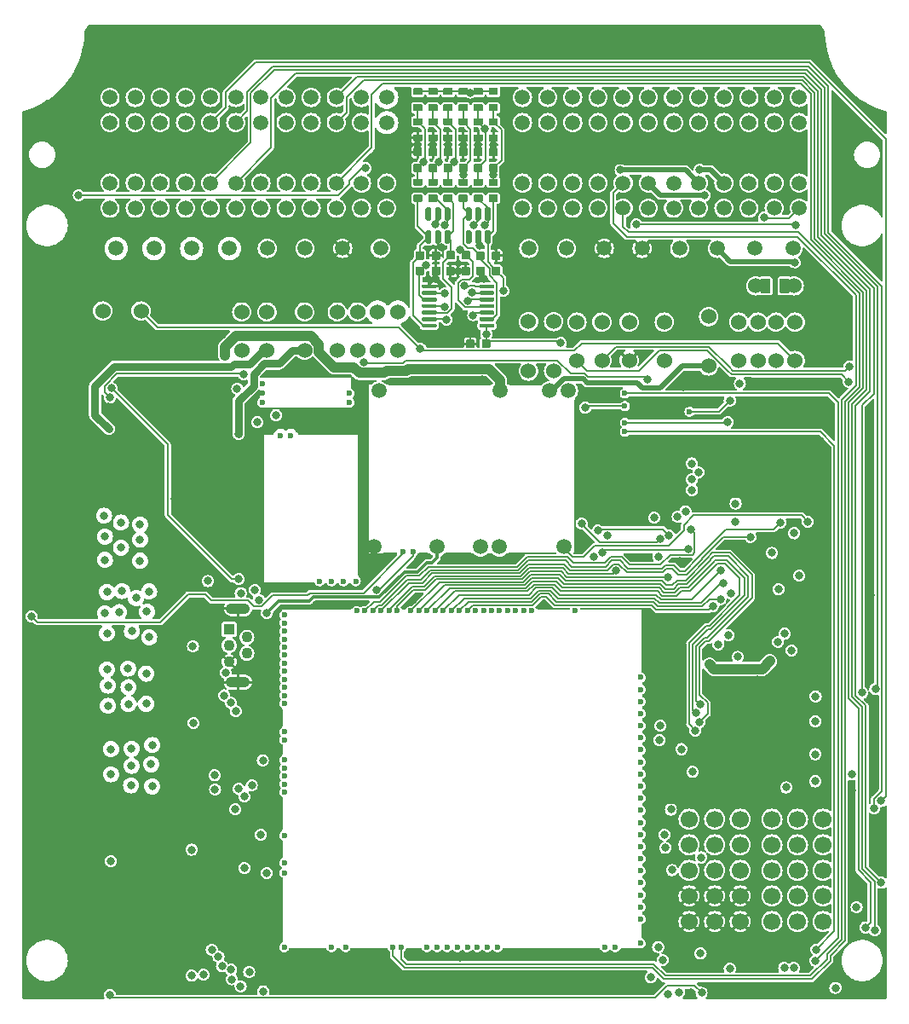
<source format=gbl>
G04 #@! TF.GenerationSoftware,KiCad,Pcbnew,7.0.7-7.0.7~ubuntu22.04.1*
G04 #@! TF.CreationDate,2023-09-24T22:48:32+00:00*
G04 #@! TF.ProjectId,hellen-112-17,68656c6c-656e-42d3-9131-322d31372e6b,a*
G04 #@! TF.SameCoordinates,Original*
G04 #@! TF.FileFunction,Copper,L4,Bot*
G04 #@! TF.FilePolarity,Positive*
%FSLAX46Y46*%
G04 Gerber Fmt 4.6, Leading zero omitted, Abs format (unit mm)*
G04 Created by KiCad (PCBNEW 7.0.7-7.0.7~ubuntu22.04.1) date 2023-09-24 22:48:32*
%MOMM*%
%LPD*%
G01*
G04 APERTURE LIST*
G04 #@! TA.AperFunction,ComponentPad*
%ADD10C,1.500000*%
G04 #@! TD*
G04 #@! TA.AperFunction,ComponentPad*
%ADD11C,1.524000*%
G04 #@! TD*
G04 #@! TA.AperFunction,ComponentPad*
%ADD12C,1.700000*%
G04 #@! TD*
G04 #@! TA.AperFunction,ComponentPad*
%ADD13R,1.100000X1.100000*%
G04 #@! TD*
G04 #@! TA.AperFunction,ComponentPad*
%ADD14C,1.100000*%
G04 #@! TD*
G04 #@! TA.AperFunction,ComponentPad*
%ADD15O,2.400000X1.100000*%
G04 #@! TD*
G04 #@! TA.AperFunction,ComponentPad*
%ADD16C,0.600000*%
G04 #@! TD*
G04 #@! TA.AperFunction,SMDPad,CuDef*
%ADD17O,0.200000X1.225000*%
G04 #@! TD*
G04 #@! TA.AperFunction,SMDPad,CuDef*
%ADD18O,9.300000X0.200000*%
G04 #@! TD*
G04 #@! TA.AperFunction,SMDPad,CuDef*
%ADD19R,6.185000X0.250000*%
G04 #@! TD*
G04 #@! TA.AperFunction,SMDPad,CuDef*
%ADD20R,1.115000X0.250000*%
G04 #@! TD*
G04 #@! TA.AperFunction,SMDPad,CuDef*
%ADD21R,0.250000X14.275000*%
G04 #@! TD*
G04 #@! TA.AperFunction,SMDPad,CuDef*
%ADD22R,0.250000X15.100000*%
G04 #@! TD*
G04 #@! TA.AperFunction,SMDPad,CuDef*
%ADD23R,5.175000X0.250000*%
G04 #@! TD*
G04 #@! TA.AperFunction,SMDPad,CuDef*
%ADD24R,2.300000X0.200000*%
G04 #@! TD*
G04 #@! TA.AperFunction,SMDPad,CuDef*
%ADD25R,3.700000X0.200000*%
G04 #@! TD*
G04 #@! TA.AperFunction,SMDPad,CuDef*
%ADD26R,0.400000X0.200000*%
G04 #@! TD*
G04 #@! TA.AperFunction,SMDPad,CuDef*
%ADD27R,1.600000X0.200000*%
G04 #@! TD*
G04 #@! TA.AperFunction,SMDPad,CuDef*
%ADD28R,9.700000X0.200000*%
G04 #@! TD*
G04 #@! TA.AperFunction,SMDPad,CuDef*
%ADD29R,0.200000X1.400000*%
G04 #@! TD*
G04 #@! TA.AperFunction,SMDPad,CuDef*
%ADD30R,0.200000X6.400000*%
G04 #@! TD*
G04 #@! TA.AperFunction,SMDPad,CuDef*
%ADD31R,0.200000X1.700000*%
G04 #@! TD*
G04 #@! TA.AperFunction,SMDPad,CuDef*
%ADD32R,0.200000X3.300000*%
G04 #@! TD*
G04 #@! TA.AperFunction,SMDPad,CuDef*
%ADD33R,0.200000X1.000000*%
G04 #@! TD*
G04 #@! TA.AperFunction,SMDPad,CuDef*
%ADD34R,0.200000X1.800000*%
G04 #@! TD*
G04 #@! TA.AperFunction,SMDPad,CuDef*
%ADD35R,7.000000X0.200000*%
G04 #@! TD*
G04 #@! TA.AperFunction,SMDPad,CuDef*
%ADD36R,3.300000X0.200000*%
G04 #@! TD*
G04 #@! TA.AperFunction,SMDPad,CuDef*
%ADD37R,6.300000X0.200000*%
G04 #@! TD*
G04 #@! TA.AperFunction,SMDPad,CuDef*
%ADD38O,3.300000X0.200000*%
G04 #@! TD*
G04 #@! TA.AperFunction,SMDPad,CuDef*
%ADD39O,10.200000X0.200000*%
G04 #@! TD*
G04 #@! TA.AperFunction,SMDPad,CuDef*
%ADD40O,0.300000X0.200000*%
G04 #@! TD*
G04 #@! TA.AperFunction,SMDPad,CuDef*
%ADD41O,0.200000X17.000000*%
G04 #@! TD*
G04 #@! TA.AperFunction,SMDPad,CuDef*
%ADD42O,0.200000X15.400000*%
G04 #@! TD*
G04 #@! TA.AperFunction,SMDPad,CuDef*
%ADD43O,4.800000X0.200000*%
G04 #@! TD*
G04 #@! TA.AperFunction,SMDPad,CuDef*
%ADD44O,2.600000X0.200000*%
G04 #@! TD*
G04 #@! TA.AperFunction,SMDPad,CuDef*
%ADD45O,1.000000X0.200000*%
G04 #@! TD*
G04 #@! TA.AperFunction,SMDPad,CuDef*
%ADD46O,1.500000X0.200000*%
G04 #@! TD*
G04 #@! TA.AperFunction,ComponentPad*
%ADD47C,0.599999*%
G04 #@! TD*
G04 #@! TA.AperFunction,ViaPad*
%ADD48C,0.800000*%
G04 #@! TD*
G04 #@! TA.AperFunction,Conductor*
%ADD49C,0.800000*%
G04 #@! TD*
G04 #@! TA.AperFunction,Conductor*
%ADD50C,0.200000*%
G04 #@! TD*
G04 #@! TA.AperFunction,Conductor*
%ADD51C,0.500000*%
G04 #@! TD*
G04 #@! TA.AperFunction,Conductor*
%ADD52C,0.150000*%
G04 #@! TD*
G04 #@! TA.AperFunction,Conductor*
%ADD53C,0.300000*%
G04 #@! TD*
G04 #@! TA.AperFunction,Conductor*
%ADD54C,1.000000*%
G04 #@! TD*
G04 APERTURE END LIST*
D10*
G04 #@! TO.P,J1,1,1A*
G04 #@! TO.N,/OUT_LS_101*
X77404267Y89716479D03*
G04 #@! TO.P,J1,2,2A*
G04 #@! TO.N,/OUT_LS_102*
X74904267Y89716479D03*
G04 #@! TO.P,J1,3,3A*
G04 #@! TO.N,GNDA*
X72404267Y89716479D03*
G04 #@! TO.P,J1,4,4A*
X69904267Y89716479D03*
G04 #@! TO.P,J1,5,5A*
X67404267Y89716479D03*
G04 #@! TO.P,J1,6,6A*
X64904267Y89716479D03*
G04 #@! TO.P,J1,7,7A*
G04 #@! TO.N,Net-(J1-7A)*
X62404267Y89716479D03*
G04 #@! TO.P,J1,8,8A*
G04 #@! TO.N,Net-(J1-8A)*
X59904267Y89716479D03*
G04 #@! TO.P,J1,9,9A*
G04 #@! TO.N,/IN_AV_109*
X57404267Y89716479D03*
G04 #@! TO.P,J1,10,10A*
G04 #@! TO.N,/IN_AV_110*
X54904267Y89716479D03*
G04 #@! TO.P,J1,11,11A*
G04 #@! TO.N,Net-(J1-11A)*
X52404267Y89716479D03*
G04 #@! TO.P,J1,12,12A*
G04 #@! TO.N,/IN_AV_112*
X49904267Y89716479D03*
G04 #@! TO.P,J1,13,13A*
G04 #@! TO.N,/IN_DIGITAL_113*
X77404267Y87216479D03*
G04 #@! TO.P,J1,14,14A*
G04 #@! TO.N,Net-(J1-14A)*
X74904267Y87216479D03*
G04 #@! TO.P,J1,15,15A*
G04 #@! TO.N,/OUT_MAIN_RELAY*
X72404267Y87216479D03*
G04 #@! TO.P,J1,16,16A*
G04 #@! TO.N,Net-(J1-16A)*
X69904267Y87216479D03*
G04 #@! TO.P,J1,17,17A*
G04 #@! TO.N,unconnected-(J1-17A-Pad17)*
X67404267Y87216479D03*
G04 #@! TO.P,J1,18,18A*
G04 #@! TO.N,unconnected-(J1-18A-Pad18)*
X64904267Y87216479D03*
G04 #@! TO.P,J1,19,19A*
G04 #@! TO.N,/IN_AV_119*
X62404267Y87216479D03*
G04 #@! TO.P,J1,20,20A*
G04 #@! TO.N,/IN_DIGITAL_120*
X59904267Y87216479D03*
G04 #@! TO.P,J1,21,21A*
G04 #@! TO.N,Net-(J1-21A)*
X57404267Y87216479D03*
G04 #@! TO.P,J1,22,22A*
G04 #@! TO.N,unconnected-(J1-22A-Pad22)*
X54904267Y87216479D03*
G04 #@! TO.P,J1,23,23A*
G04 #@! TO.N,/IN_DIGITAL_123*
X52404267Y87216479D03*
G04 #@! TO.P,J1,24,24A*
G04 #@! TO.N,unconnected-(J1-24A-Pad24)*
X49904267Y87216479D03*
G04 #@! TO.P,J1,25,25A*
G04 #@! TO.N,Net-(J1-25A)*
X77404267Y81216479D03*
G04 #@! TO.P,J1,26,26A*
G04 #@! TO.N,Net-(J1-26A)*
X74904267Y81216479D03*
G04 #@! TO.P,J1,27,27A*
G04 #@! TO.N,/K-Line*
X72404267Y81216479D03*
G04 #@! TO.P,J1,28,28A*
G04 #@! TO.N,/OUT_TACH*
X69904267Y81216479D03*
G04 #@! TO.P,J1,29,29A*
G04 #@! TO.N,/OUT_FUEL_CONSUMPTION*
X67404267Y81216479D03*
G04 #@! TO.P,J1,30,30A*
G04 #@! TO.N,unconnected-(J1-30A-Pad30)*
X64904267Y81216479D03*
G04 #@! TO.P,J1,31,31A*
G04 #@! TO.N,/OUT_AC_RELAY*
X62404267Y81216479D03*
G04 #@! TO.P,J1,32,32A*
G04 #@! TO.N,/CAN+*
X59904267Y81216479D03*
G04 #@! TO.P,J1,33,33A*
G04 #@! TO.N,unconnected-(J1-33A-Pad33)*
X57404267Y81216479D03*
G04 #@! TO.P,J1,34,34A*
G04 #@! TO.N,/IN_DIGITAL_134_HS*
X54904267Y81216479D03*
G04 #@! TO.P,J1,35,35A*
G04 #@! TO.N,/IN_DIGITAL_135_HS*
X52404267Y81216479D03*
G04 #@! TO.P,J1,36,36A*
G04 #@! TO.N,/IN_DIGITAL_136_HS*
X49904267Y81216479D03*
G04 #@! TO.P,J1,37,37A*
G04 #@! TO.N,Net-(J1-37A)*
X77404267Y78716479D03*
G04 #@! TO.P,J1,38,38A*
G04 #@! TO.N,Net-(J1-38A)*
X74904267Y78716479D03*
G04 #@! TO.P,J1,39,39A*
G04 #@! TO.N,unconnected-(J1-39A-Pad39)*
X72404267Y78716479D03*
G04 #@! TO.P,J1,40,40A*
G04 #@! TO.N,/OUT_RELAY_140*
X69904267Y78716479D03*
G04 #@! TO.P,J1,41,41A*
G04 #@! TO.N,/OUT_FAN_RELAY*
X67404267Y78716479D03*
G04 #@! TO.P,J1,42,42A*
G04 #@! TO.N,/OUT_FUEL_PUMP_RELAY*
X64904267Y78716479D03*
G04 #@! TO.P,J1,43,43A*
G04 #@! TO.N,unconnected-(J1-43A-Pad43)*
X62404267Y78716479D03*
G04 #@! TO.P,J1,44,44A*
G04 #@! TO.N,/CAN-*
X59904267Y78716479D03*
G04 #@! TO.P,J1,45,45A*
G04 #@! TO.N,unconnected-(J1-45A-Pad45)*
X57404267Y78716479D03*
G04 #@! TO.P,J1,46,46A*
G04 #@! TO.N,unconnected-(J1-46A-Pad46)*
X54904267Y78716479D03*
G04 #@! TO.P,J1,47,47A*
G04 #@! TO.N,/IN_DIGITAL_147_HS*
X52404267Y78716479D03*
G04 #@! TO.P,J1,48,48A*
G04 #@! TO.N,unconnected-(J1-48A-Pad48)*
X49904267Y78716479D03*
G04 #@! TO.P,J1,49,49A*
G04 #@! TO.N,unconnected-(J1-49A-Pad49)*
X76779267Y74716479D03*
G04 #@! TO.P,J1,50,50A*
G04 #@! TO.N,unconnected-(J1-50A-Pad50)*
X73029267Y74716479D03*
G04 #@! TO.P,J1,51,51A*
G04 #@! TO.N,/OUT_RELAY_151*
X69279267Y74716479D03*
G04 #@! TO.P,J1,52,52A*
G04 #@! TO.N,/OUT_RELAY_152*
X65529267Y74716479D03*
G04 #@! TO.P,J1,53,53A*
G04 #@! TO.N,GND*
X61779267Y74716479D03*
G04 #@! TO.P,J1,54,54A*
X58029267Y74716479D03*
G04 #@! TO.P,J1,55,55A*
G04 #@! TO.N,Net-(J1-55A)*
X54279267Y74716479D03*
G04 #@! TO.P,J1,56,56A*
G04 #@! TO.N,Net-(J1-56A)*
X50529267Y74716479D03*
G04 #@! TO.P,J1,57,1B*
G04 #@! TO.N,/IN_CRANK-*
X36404267Y89716479D03*
G04 #@! TO.P,J1,58,2B*
G04 #@! TO.N,unconnected-(J1-2B-Pad58)*
X33904267Y89716479D03*
G04 #@! TO.P,J1,59,3B*
G04 #@! TO.N,/IN_TPS1*
X31404267Y89716479D03*
G04 #@! TO.P,J1,60,4B*
G04 #@! TO.N,GNDA*
X28904267Y89716479D03*
G04 #@! TO.P,J1,61,5B*
X26404267Y89716479D03*
G04 #@! TO.P,J1,62,6B*
X23904267Y89716479D03*
G04 #@! TO.P,J1,63,7B*
X21404267Y89716479D03*
G04 #@! TO.P,J1,64,8B*
X18904267Y89716479D03*
G04 #@! TO.P,J1,65,9B*
G04 #@! TO.N,unconnected-(J1-9B-Pad65)*
X16404267Y89716479D03*
G04 #@! TO.P,J1,66,10B*
G04 #@! TO.N,+5VP*
X13904267Y89716479D03*
G04 #@! TO.P,J1,67,11B*
G04 #@! TO.N,unconnected-(J1-11B-Pad67)*
X11404267Y89716479D03*
G04 #@! TO.P,J1,68,12B*
G04 #@! TO.N,unconnected-(J1-12B-Pad68)*
X8904267Y89716479D03*
G04 #@! TO.P,J1,69,13B*
G04 #@! TO.N,/IN_CRANK+*
X36404267Y87216479D03*
G04 #@! TO.P,J1,70,14B*
G04 #@! TO.N,unconnected-(J1-14B-Pad70)*
X33904267Y87216479D03*
G04 #@! TO.P,J1,71,15B*
G04 #@! TO.N,/IN_CLT*
X31404267Y87216479D03*
G04 #@! TO.P,J1,72,16B*
G04 #@! TO.N,unconnected-(J1-16B-Pad72)*
X28904267Y87216479D03*
G04 #@! TO.P,J1,73,17B*
G04 #@! TO.N,unconnected-(J1-17B-Pad73)*
X26404267Y87216479D03*
G04 #@! TO.P,J1,74,18B*
G04 #@! TO.N,unconnected-(J1-18B-Pad74)*
X23904267Y87216479D03*
G04 #@! TO.P,J1,75,19B*
G04 #@! TO.N,/IN_MAP*
X21404267Y87216479D03*
G04 #@! TO.P,J1,76,20B*
G04 #@! TO.N,/IN_TPS2*
X18904267Y87216479D03*
G04 #@! TO.P,J1,77,21B*
G04 #@! TO.N,unconnected-(J1-21B-Pad77)*
X16404267Y87216479D03*
G04 #@! TO.P,J1,78,22B*
G04 #@! TO.N,unconnected-(J1-22B-Pad78)*
X13904267Y87216479D03*
G04 #@! TO.P,J1,79,23B*
G04 #@! TO.N,Net-(J1-23B)*
X11404267Y87216479D03*
G04 #@! TO.P,J1,80,24B*
G04 #@! TO.N,unconnected-(J1-24B-Pad80)*
X8904267Y87216479D03*
G04 #@! TO.P,J1,81,25B*
G04 #@! TO.N,unconnected-(J1-25B-Pad81)*
X36404267Y81216479D03*
G04 #@! TO.P,J1,82,26B*
G04 #@! TO.N,unconnected-(J1-26B-Pad82)*
X33904267Y81216479D03*
G04 #@! TO.P,J1,83,27B*
G04 #@! TO.N,/IN_IAT*
X31404267Y81216479D03*
G04 #@! TO.P,J1,84,28B*
G04 #@! TO.N,unconnected-(J1-28B-Pad84)*
X28904267Y81216479D03*
G04 #@! TO.P,J1,85,29B*
G04 #@! TO.N,unconnected-(J1-29B-Pad85)*
X26404267Y81216479D03*
G04 #@! TO.P,J1,86,30B*
G04 #@! TO.N,unconnected-(J1-30B-Pad86)*
X23904267Y81216479D03*
G04 #@! TO.P,J1,87,31B*
G04 #@! TO.N,/IN_CAM*
X21404267Y81216479D03*
G04 #@! TO.P,J1,88,32B*
G04 #@! TO.N,/IN_VSS*
X18904267Y81216479D03*
G04 #@! TO.P,J1,89,33B*
G04 #@! TO.N,Net-(J1-33B)*
X16404267Y81216479D03*
G04 #@! TO.P,J1,90,34B*
G04 #@! TO.N,unconnected-(J1-34B-Pad90)*
X13904267Y81216479D03*
G04 #@! TO.P,J1,91,35B*
G04 #@! TO.N,/OUT_LS_235*
X11404267Y81216479D03*
G04 #@! TO.P,J1,92,36B*
G04 #@! TO.N,unconnected-(J1-36B-Pad92)*
X8904267Y81216479D03*
G04 #@! TO.P,J1,93,37B*
G04 #@! TO.N,Net-(J1-37B)*
X36404267Y78716479D03*
G04 #@! TO.P,J1,94,38B*
G04 #@! TO.N,Net-(J1-38B)*
X33904267Y78716479D03*
G04 #@! TO.P,J1,95,39B*
G04 #@! TO.N,unconnected-(J1-39B-Pad95)*
X31404267Y78716479D03*
G04 #@! TO.P,J1,96,40B*
G04 #@! TO.N,unconnected-(J1-40B-Pad96)*
X28904267Y78716479D03*
G04 #@! TO.P,J1,97,41B*
G04 #@! TO.N,unconnected-(J1-41B-Pad97)*
X26404267Y78716479D03*
G04 #@! TO.P,J1,98,42B*
G04 #@! TO.N,/OUT_INJ2*
X23904267Y78716479D03*
G04 #@! TO.P,J1,99,43B*
G04 #@! TO.N,/OUT_INJ3*
X21404267Y78716479D03*
G04 #@! TO.P,J1,100,44B*
G04 #@! TO.N,/OUT_INJ1*
X18904267Y78716479D03*
G04 #@! TO.P,J1,101,45B*
G04 #@! TO.N,/OUT_INJ4*
X16404267Y78716479D03*
G04 #@! TO.P,J1,102,46B*
G04 #@! TO.N,/OUT_LS_246*
X13904267Y78716479D03*
G04 #@! TO.P,J1,103,47B*
G04 #@! TO.N,GNDA*
X11404267Y78716479D03*
G04 #@! TO.P,J1,104,48B*
G04 #@! TO.N,unconnected-(J1-48B-Pad104)*
X8904267Y78716479D03*
G04 #@! TO.P,J1,105,49B*
G04 #@! TO.N,unconnected-(J1-49B-Pad105)*
X35779267Y74716479D03*
G04 #@! TO.P,J1,106,50B*
G04 #@! TO.N,GND*
X32029267Y74716479D03*
G04 #@! TO.P,J1,107,51B*
G04 #@! TO.N,Net-(J1-51B)*
X28279267Y74716479D03*
G04 #@! TO.P,J1,108,52B*
G04 #@! TO.N,Net-(J1-52B)*
X24529267Y74716479D03*
G04 #@! TO.P,J1,109,53B*
G04 #@! TO.N,/OUT_IGN2*
X20779267Y74716479D03*
G04 #@! TO.P,J1,110,54B*
G04 #@! TO.N,/OUT_IGN3*
X17029267Y74716479D03*
G04 #@! TO.P,J1,111,55B*
G04 #@! TO.N,/OUT_IGN4*
X13279267Y74716479D03*
G04 #@! TO.P,J1,112,56B*
G04 #@! TO.N,/OUT_IGN1*
X9529267Y74716479D03*
G04 #@! TD*
D11*
G04 #@! TO.P,R13,1,1*
G04 #@! TO.N,Net-(J1-37B)*
X33500000Y68405000D03*
G04 #@! TO.P,R13,2,2*
G04 #@! TO.N,/IN_KNOCK_RAW*
X33500000Y64595000D03*
G04 #@! TD*
D12*
G04 #@! TO.P,G2,1*
G04 #@! TO.N,Net-(G2-Pad1)*
X74692000Y7880000D03*
G04 #@! TO.P,G2,2*
G04 #@! TO.N,Net-(G2-Pad12)*
X74692000Y10420000D03*
G04 #@! TO.P,G2,3*
G04 #@! TO.N,Net-(G2-Pad13)*
X74692000Y12960000D03*
G04 #@! TO.P,G2,4*
G04 #@! TO.N,Net-(G2-Pad14)*
X74692000Y15500000D03*
G04 #@! TO.P,G2,5*
G04 #@! TO.N,Net-(G2-Pad10)*
X74692000Y18040000D03*
G04 #@! TO.P,G2,6*
G04 #@! TO.N,Net-(G2-Pad1)*
X77232000Y7880000D03*
G04 #@! TO.P,G2,7*
G04 #@! TO.N,Net-(G2-Pad12)*
X77232000Y10420000D03*
G04 #@! TO.P,G2,8*
G04 #@! TO.N,Net-(G2-Pad13)*
X77232000Y12960000D03*
G04 #@! TO.P,G2,9*
G04 #@! TO.N,Net-(G2-Pad14)*
X77232000Y15500000D03*
G04 #@! TO.P,G2,10*
G04 #@! TO.N,Net-(G2-Pad10)*
X77232000Y18040000D03*
G04 #@! TO.P,G2,11*
G04 #@! TO.N,Net-(G2-Pad1)*
X79772000Y7880000D03*
G04 #@! TO.P,G2,12*
G04 #@! TO.N,Net-(G2-Pad12)*
X79772000Y10420000D03*
G04 #@! TO.P,G2,13*
G04 #@! TO.N,Net-(G2-Pad13)*
X79772000Y12960000D03*
G04 #@! TO.P,G2,14*
G04 #@! TO.N,Net-(G2-Pad14)*
X79772000Y15500000D03*
G04 #@! TO.P,G2,15*
G04 #@! TO.N,Net-(G2-Pad10)*
X79772000Y18040000D03*
G04 #@! TD*
D11*
G04 #@! TO.P,R11,1,1*
G04 #@! TO.N,Net-(J1-23B)*
X8190000Y68500000D03*
G04 #@! TO.P,R11,2,2*
G04 #@! TO.N,+5VP*
X12000000Y68500000D03*
G04 #@! TD*
G04 #@! TO.P,R14,1,1*
G04 #@! TO.N,Net-(J1-38B)*
X31500000Y68405000D03*
G04 #@! TO.P,R14,2,2*
G04 #@! TO.N,GNDA*
X31500000Y64595000D03*
G04 #@! TD*
G04 #@! TO.P,R12,1,1*
G04 #@! TO.N,Net-(J1-33B)*
X22000000Y68405000D03*
G04 #@! TO.P,R12,2,2*
G04 #@! TO.N,/IN_MAF_DIGITAL*
X22000000Y64595000D03*
G04 #@! TD*
G04 #@! TO.P,F2,1,1*
G04 #@! TO.N,Net-(J1-55A)*
X53000000Y67450000D03*
G04 #@! TO.P,F2,2,2*
G04 #@! TO.N,+12V_RAW*
X53000000Y62550000D03*
G04 #@! TD*
G04 #@! TO.P,R15,1,1*
G04 #@! TO.N,Net-(J1-51B)*
X28250000Y68405000D03*
G04 #@! TO.P,R15,2,2*
G04 #@! TO.N,/OUT_ETB+*
X28250000Y64595000D03*
G04 #@! TD*
G04 #@! TO.P,F1,1,1*
G04 #@! TO.N,Net-(J1-16A)*
X68400000Y67950000D03*
G04 #@! TO.P,F1,2,2*
G04 #@! TO.N,/IN_VIGN*
X68400000Y63050000D03*
G04 #@! TD*
G04 #@! TO.P,F3,1,1*
G04 #@! TO.N,Net-(J1-56A)*
X50500000Y67450000D03*
G04 #@! TO.P,F3,2,2*
G04 #@! TO.N,+12V_RAW*
X50500000Y62550000D03*
G04 #@! TD*
G04 #@! TO.P,R1,1,1*
G04 #@! TO.N,Net-(J1-7A)*
X64000000Y67405000D03*
G04 #@! TO.P,R1,2,2*
G04 #@! TO.N,/IN_AV_107*
X64000000Y63595000D03*
G04 #@! TD*
D12*
G04 #@! TO.P,G1,1*
G04 #@! TO.N,GND*
X66460000Y7880000D03*
G04 #@! TO.P,G1,2*
X66460000Y10420000D03*
G04 #@! TO.P,G1,3*
G04 #@! TO.N,+3.3VA*
X66460000Y12960000D03*
G04 #@! TO.P,G1,4*
G04 #@! TO.N,+5VA*
X66460000Y15500000D03*
G04 #@! TO.P,G1,5*
G04 #@! TO.N,+12V_RAW*
X66460000Y18040000D03*
G04 #@! TO.P,G1,6*
G04 #@! TO.N,GND*
X69000000Y7880000D03*
G04 #@! TO.P,G1,7*
X69000000Y10420000D03*
G04 #@! TO.P,G1,8*
G04 #@! TO.N,+3.3VA*
X69000000Y12960000D03*
G04 #@! TO.P,G1,9*
G04 #@! TO.N,+5VA*
X69000000Y15500000D03*
G04 #@! TO.P,G1,10*
G04 #@! TO.N,+12V_RAW*
X69000000Y18040000D03*
G04 #@! TO.P,G1,11*
G04 #@! TO.N,GND*
X71540000Y7880000D03*
G04 #@! TO.P,G1,12*
X71540000Y10420000D03*
G04 #@! TO.P,G1,13*
G04 #@! TO.N,+3.3VA*
X71540000Y12960000D03*
G04 #@! TO.P,G1,14*
G04 #@! TO.N,+5VA*
X71540000Y15500000D03*
G04 #@! TO.P,G1,15*
G04 #@! TO.N,+12V_RAW*
X71540000Y18040000D03*
G04 #@! TD*
D11*
G04 #@! TO.P,R9,1,1*
G04 #@! TO.N,/IN_CRANK-*
X37500000Y68405000D03*
G04 #@! TO.P,R9,2,2*
G04 #@! TO.N,/IN_CRANK_VR-*
X37500000Y64595000D03*
G04 #@! TD*
G04 #@! TO.P,R6,1,1*
G04 #@! TO.N,Net-(J1-25A)*
X77000000Y67405000D03*
G04 #@! TO.P,R6,2,2*
G04 #@! TO.N,+5VP*
X77000000Y63595000D03*
G04 #@! TD*
D13*
G04 #@! TO.P,J2,1,VBUS*
G04 #@! TO.N,/VBUS*
X20750000Y36900000D03*
D14*
G04 #@! TO.P,J2,2,D-*
G04 #@! TO.N,/USB-*
X22500000Y36100000D03*
G04 #@! TO.P,J2,3,D+*
G04 #@! TO.N,/USB+*
X20750000Y35300000D03*
G04 #@! TO.P,J2,4,ID*
G04 #@! TO.N,unconnected-(J2-ID-Pad4)*
X22500000Y34500000D03*
G04 #@! TO.P,J2,5,GND*
G04 #@! TO.N,GND*
X20750000Y33700000D03*
D15*
G04 #@! TO.P,J2,6,Shield*
X21625000Y38950000D03*
X21625000Y31650000D03*
G04 #@! TD*
D16*
G04 #@! TO.P,M3,E1,V5A*
G04 #@! TO.N,+5VA*
X24025000Y59425001D03*
D17*
G04 #@! TO.P,M3,E2,GND*
G04 #@! TO.N,GND*
X32925000Y61400001D03*
D18*
X28375000Y58825001D03*
X28375000Y61925001D03*
D16*
X24025000Y60375001D03*
G04 #@! TO.P,M3,E3,OUT_KNOCK*
G04 #@! TO.N,/IN_KNOCK*
X24025000Y61324999D03*
G04 #@! TO.P,M3,W1,IN_KNOCK*
G04 #@! TO.N,/IN_KNOCK_RAW*
X32725000Y60325001D03*
G04 #@! TO.P,M3,W2,VREF*
G04 #@! TO.N,/VREF2*
X32725000Y59425001D03*
G04 #@! TD*
D11*
G04 #@! TO.P,R4,1,1*
G04 #@! TO.N,Net-(J1-14A)*
X71400000Y67405000D03*
G04 #@! TO.P,R4,2,2*
G04 #@! TO.N,/IN_PPS2*
X71400000Y63595000D03*
G04 #@! TD*
G04 #@! TO.P,R8,1,1*
G04 #@! TO.N,Net-(J1-38A)*
X73300000Y67405000D03*
G04 #@! TO.P,R8,2,2*
G04 #@! TO.N,+5VP*
X73300000Y63595000D03*
G04 #@! TD*
G04 #@! TO.P,R10,1,1*
G04 #@! TO.N,/IN_CRANK+*
X35500000Y68405000D03*
G04 #@! TO.P,R10,2,2*
G04 #@! TO.N,/IN_CRANK_VR+*
X35500000Y64595000D03*
G04 #@! TD*
D16*
G04 #@! TO.P,M2,E1,NC*
G04 #@! TO.N,unconnected-(M2-NC-PadE1)*
X30925000Y41675000D03*
G04 #@! TO.P,M2,E2,NC*
G04 #@! TO.N,unconnected-(M2-NC-PadE2)*
X29725000Y41675000D03*
G04 #@! TO.P,M2,E3,OUT*
G04 #@! TO.N,/CRANK_VR*
X32125000Y41675000D03*
G04 #@! TO.P,M2,E4,V5_IN*
G04 #@! TO.N,+5VA*
X33325000Y41675000D03*
D19*
G04 #@! TO.P,M2,G,GND*
G04 #@! TO.N,GND*
X30657500Y56325000D03*
D20*
X24607500Y56325000D03*
D21*
X33625000Y49312500D03*
D22*
X24175000Y48900000D03*
D23*
X26637500Y41475000D03*
D16*
G04 #@! TO.P,M2,W1,VR-*
G04 #@! TO.N,/IN_CRANK_VR-*
X26865000Y56100000D03*
G04 #@! TO.P,M2,W2,VR+*
G04 #@! TO.N,/IN_CRANK_VR+*
X25865000Y56100000D03*
G04 #@! TD*
D11*
G04 #@! TO.P,R7,1,1*
G04 #@! TO.N,Net-(J1-26A)*
X75100000Y67405000D03*
G04 #@! TO.P,R7,2,2*
G04 #@! TO.N,+5VP*
X75100000Y63595000D03*
G04 #@! TD*
G04 #@! TO.P,R16,1,1*
G04 #@! TO.N,Net-(J1-52B)*
X24500000Y68405000D03*
G04 #@! TO.P,R16,2,2*
G04 #@! TO.N,/OUT_ETB-*
X24500000Y64595000D03*
G04 #@! TD*
D16*
G04 #@! TO.P,M4,E1,V5A_SWITCHABLE*
G04 #@! TO.N,+5VA*
X55124995Y38725000D03*
G04 #@! TO.P,M4,E2,GNDA*
G04 #@! TO.N,unconnected-(M4-GNDA-PadE2)*
X50825005Y38725000D03*
G04 #@! TO.P,M4,E3,I2C_SCL_(PB10)*
G04 #@! TO.N,unconnected-(M4-I2C_SCL_(PB10)-PadE3)*
X50025005Y38725000D03*
G04 #@! TO.P,M4,E4,I2C_SDA_(PB11)*
G04 #@! TO.N,unconnected-(M4-I2C_SDA_(PB11)-PadE4)*
X49224995Y38725000D03*
G04 #@! TO.P,M4,E5,IN_VIGN_(PA5)*
G04 #@! TO.N,/VIGN*
X48425005Y38725000D03*
G04 #@! TO.P,M4,E6,SPI2_CS_/_CAN2_RX_(PB12)*
G04 #@! TO.N,/DIGITAL_135_HS*
X47624995Y38725000D03*
G04 #@! TO.P,M4,E7,SPI2_SCK_/_CAN2_TX_(PB13)*
G04 #@! TO.N,/DIGITAL_134_HS*
X46825005Y38725000D03*
G04 #@! TO.P,M4,E8,SPI2_MISO_(PB14)*
G04 #@! TO.N,/ETB_DIR*
X46025005Y38725000D03*
G04 #@! TO.P,M4,E9,SPI2_MOSI_(PB15)*
G04 #@! TO.N,/ETB_DIS*
X45224995Y38725000D03*
G04 #@! TO.P,M4,E10,OUT_INJ8_(PD12)*
G04 #@! TO.N,/LS_246*
X44424995Y38725000D03*
G04 #@! TO.P,M4,E11,OUT_INJ7_(PD15)*
G04 #@! TO.N,/LS_235*
X43624995Y38725000D03*
G04 #@! TO.P,M4,E12,OUT_INJ6_(PA8)*
G04 #@! TO.N,/LS_102*
X42824995Y38725000D03*
G04 #@! TO.P,M4,E13,OUT_INJ5_(PD2)*
G04 #@! TO.N,/LS_101*
X42024995Y38725000D03*
G04 #@! TO.P,M4,E14,OUT_INJ4_(PD10)*
G04 #@! TO.N,/INJ4*
X41224995Y38725000D03*
G04 #@! TO.P,M4,E15,OUT_INJ3_(PD11)*
G04 #@! TO.N,/INJ3*
X40424995Y38725000D03*
G04 #@! TO.P,M4,E16,OUT_INJ2_(PA9)*
G04 #@! TO.N,/INJ2*
X39625005Y38725000D03*
G04 #@! TO.P,M4,E17,OUT_INJ1_(PD3)*
G04 #@! TO.N,/INJ1*
X38825005Y38725000D03*
G04 #@! TO.P,M4,E18,OUT_PWM1_(PD13)*
G04 #@! TO.N,/TACH*
X37424995Y38725000D03*
G04 #@! TO.P,M4,E19,OUT_PWM2_(PC6)*
G04 #@! TO.N,/FUEL_CONSUMPTION*
X36625005Y38725000D03*
G04 #@! TO.P,M4,E20,OUT_PWM3_(PC7)*
G04 #@! TO.N,/AC_RELAY*
X35825005Y38725000D03*
G04 #@! TO.P,M4,E21,OUT_PWM4_(PC8)*
G04 #@! TO.N,/FAN_RELAY*
X35025005Y38725000D03*
G04 #@! TO.P,M4,E22,OUT_PWM5_(PC9)*
G04 #@! TO.N,/FUEL_PUMP_RELAY*
X34225005Y38725000D03*
G04 #@! TO.P,M4,E23,OUT_PWM6_(PD14)*
G04 #@! TO.N,/ETB_PWM*
X33424995Y38725000D03*
D24*
G04 #@! TO.P,M4,G,GND*
G04 #@! TO.N,GND*
X60775005Y5124990D03*
D25*
X28575005Y5125000D03*
D26*
X31625005Y5125000D03*
D25*
X34675005Y5125000D03*
D27*
X39125005Y5125000D03*
D28*
X52775005Y5125000D03*
D29*
X61825005Y6925000D03*
D30*
X26025005Y9025000D03*
D31*
X26025005Y15075000D03*
D32*
X26025005Y18574990D03*
D33*
X26024995Y24925000D03*
D34*
X26025005Y28125000D03*
D30*
X61825005Y35825000D03*
D35*
X29424995Y38925000D03*
D26*
X38125005Y38925000D03*
D36*
X52975005Y38925000D03*
D37*
X58775005Y38925000D03*
D16*
G04 #@! TO.P,M4,N1,VBUS*
G04 #@! TO.N,/VBUS*
X26225005Y38325000D03*
G04 #@! TO.P,M4,N2,USBM_(PA11)*
G04 #@! TO.N,/USB-*
X26225005Y37525000D03*
G04 #@! TO.P,M4,N3,USBP_(PA12)*
G04 #@! TO.N,/USB+*
X26225005Y36725000D03*
G04 #@! TO.P,M4,N4,USBID_(PA10)*
G04 #@! TO.N,unconnected-(M4-USBID_(PA10)-PadN4)*
X26225005Y35925000D03*
G04 #@! TO.P,M4,N5,SWDIO_(PA13)*
G04 #@! TO.N,unconnected-(M4-SWDIO_(PA13)-PadN5)*
X26225005Y35125000D03*
G04 #@! TO.P,M4,N6,SWCLK_(PA14)*
G04 #@! TO.N,unconnected-(M4-SWCLK_(PA14)-PadN6)*
X26225005Y34325000D03*
G04 #@! TO.P,M4,N7,nReset*
G04 #@! TO.N,unconnected-(M4-nReset-PadN7)*
X26225005Y33525000D03*
G04 #@! TO.P,M4,N8,SWO_(PB3)*
G04 #@! TO.N,unconnected-(M4-SWO_(PB3)-PadN8)*
X26225005Y32725000D03*
G04 #@! TO.P,M4,N9,SPI3_CS_(PA15)*
G04 #@! TO.N,/TLS115_PG*
X26225005Y31925000D03*
G04 #@! TO.P,M4,N10,SPI3_SCK_(PC10)*
G04 #@! TO.N,/DIGITAL_136_HS*
X26225005Y31125000D03*
G04 #@! TO.P,M4,N11,SPI3_MISO_(PC11)*
G04 #@! TO.N,/DIGITAL_147_HS*
X26225005Y30325000D03*
G04 #@! TO.P,M4,N12,SPI3_MOSI_(PC12)*
G04 #@! TO.N,/DIGITAL_123*
X26225005Y29525000D03*
G04 #@! TO.P,M4,N13,UART2_TX_(PD5)*
G04 #@! TO.N,unconnected-(M4-UART2_TX_(PD5)-PadN13)*
X26225005Y26725000D03*
G04 #@! TO.P,M4,N14,UART2_RX_(PD6)*
G04 #@! TO.N,unconnected-(M4-UART2_RX_(PD6)-PadN14)*
X26225005Y25925000D03*
G04 #@! TO.P,M4,N15,V33_SWITCHABLE*
G04 #@! TO.N,+3.3VA*
X26225005Y23925000D03*
G04 #@! TO.P,M4,N16,BOOT0*
G04 #@! TO.N,unconnected-(M4-BOOT0-PadN16)*
X26225005Y23125000D03*
G04 #@! TO.P,M4,N17,VBAT*
G04 #@! TO.N,/VBAT*
X26225005Y22324990D03*
G04 #@! TO.P,M4,N18,UART8_RX_(PE0)*
G04 #@! TO.N,Net-(M4-UART8_RX_(PE0))*
X26225005Y21524990D03*
G04 #@! TO.P,M4,N19,UART8_TX_(PE1)*
G04 #@! TO.N,Net-(M4-UART8_TX_(PE1))*
X26225005Y20724990D03*
G04 #@! TO.P,M4,N20,OUT_PWR_EN_(PE10)*
G04 #@! TO.N,/PWR_EN*
X26225005Y16425000D03*
G04 #@! TO.P,M4,N21,V33*
G04 #@! TO.N,+3.3V*
X26225005Y13725000D03*
G04 #@! TO.P,M4,N22,VCC*
G04 #@! TO.N,+5V*
X26225005Y12725000D03*
G04 #@! TO.P,M4,N23,V33*
G04 #@! TO.N,unconnected-(M4-V33-PadN23)*
X26225005Y5325000D03*
G04 #@! TO.P,M4,S1,IN_D4_(PE15)*
G04 #@! TO.N,/IN_DIGITAL_120*
X61625005Y32125010D03*
G04 #@! TO.P,M4,S2,IN_D3_(PE14)*
G04 #@! TO.N,/IN_DIGITAL_113*
X61625005Y30925010D03*
G04 #@! TO.P,M4,S3,IN_D2_(PE13)*
G04 #@! TO.N,/IN_VSS*
X61625005Y29725010D03*
G04 #@! TO.P,M4,S4,IN_D1_(PE12)*
G04 #@! TO.N,/IN_CAM*
X61625005Y28525010D03*
G04 #@! TO.P,M4,S5,VREF2*
G04 #@! TO.N,/VREF2*
X61625005Y27325010D03*
G04 #@! TO.P,M4,S6,IN_AUX4_(PA7)*
G04 #@! TO.N,/IN_AV_119*
X61625005Y26125000D03*
G04 #@! TO.P,M4,S7,IN_AUX3_(PC5)*
G04 #@! TO.N,/IN_AV_112*
X61625005Y24925000D03*
G04 #@! TO.P,M4,S8,IN_AUX2_(PC4/PE9)*
G04 #@! TO.N,/IN_AV_111*
X61625005Y23725000D03*
G04 #@! TO.P,M4,S9,IN_AUX1_(PB0)*
G04 #@! TO.N,/IN_AV_110*
X61625005Y22525000D03*
G04 #@! TO.P,M4,S10,IN_O2S2_(PA1)*
G04 #@! TO.N,/IN_PPS2*
X61625005Y21325000D03*
G04 #@! TO.P,M4,S11,IN_O2S_/_CAN_WAKEUP_(PA0)*
G04 #@! TO.N,/IN_TPS2*
X61625005Y20125000D03*
G04 #@! TO.P,M4,S12,IN_MAP2_(PC1)*
G04 #@! TO.N,/IN_AV_109*
X61625005Y18925010D03*
G04 #@! TO.P,M4,S13,IN_MAP1_(PC0)*
G04 #@! TO.N,/IN_MAP*
X61625005Y17725000D03*
G04 #@! TO.P,M4,S14,IN_CRANK_(PB1)*
G04 #@! TO.N,/CRANK_VR*
X61625005Y16525000D03*
G04 #@! TO.P,M4,S15,IN_KNOCK_(PA2)*
G04 #@! TO.N,/IN_KNOCK*
X61625005Y15325000D03*
G04 #@! TO.P,M4,S16,IN_CAM_(PA6)*
G04 #@! TO.N,/IN_AV_107*
X61625005Y14125000D03*
G04 #@! TO.P,M4,S17,IN_VSS_(PE11)*
G04 #@! TO.N,/MAF_DIGITAL*
X61625005Y12925000D03*
G04 #@! TO.P,M4,S18,IN_TPS_(PA4)*
G04 #@! TO.N,/IN_TPS1*
X61625005Y11725000D03*
G04 #@! TO.P,M4,S19,IN_PPS_(PA3)*
G04 #@! TO.N,/IN_PPS1*
X61625005Y10525000D03*
G04 #@! TO.P,M4,S20,IN_IAT_(PC3)*
G04 #@! TO.N,/IN_IAT*
X61625005Y9325000D03*
G04 #@! TO.P,M4,S21,IN_CLT_(PC2)*
G04 #@! TO.N,/IN_CLT*
X61625005Y8125000D03*
G04 #@! TO.P,M4,S22,VREF1*
G04 #@! TO.N,unconnected-(M4-VREF1-PadS22)*
X61625005Y5725000D03*
G04 #@! TO.P,M4,W1,GNDA*
G04 #@! TO.N,GNDA*
X59125005Y5325000D03*
G04 #@! TO.P,M4,W2,V5A_SWITCHABLE*
G04 #@! TO.N,+5VA*
X58125005Y5325000D03*
G04 #@! TO.P,M4,W3,IGN8_(PE6)*
G04 #@! TO.N,/MAIN_RELAY*
X47425005Y5325000D03*
G04 #@! TO.P,M4,W4,IGN7_(PB9)*
G04 #@! TO.N,/RELAY_140*
X46425005Y5325000D03*
G04 #@! TO.P,M4,W5,IGN6_(PB8)*
G04 #@! TO.N,/RELAY_152*
X45425005Y5325000D03*
G04 #@! TO.P,M4,W6,IGN5_(PE2)*
G04 #@! TO.N,/RELAY_151*
X44425005Y5325000D03*
G04 #@! TO.P,M4,W7,IGN4_(PE3)*
G04 #@! TO.N,/IGN4*
X43425005Y5325000D03*
G04 #@! TO.P,M4,W8,IGN3_(PE4)*
G04 #@! TO.N,/IGN3*
X42425005Y5325000D03*
G04 #@! TO.P,M4,W9,IGN2_(PE5)*
G04 #@! TO.N,/IGN2*
X41425005Y5325000D03*
G04 #@! TO.P,M4,W10,IGN1_(PC13)*
G04 #@! TO.N,/IGN1*
X40425005Y5325000D03*
G04 #@! TO.P,M4,W11,CANH*
G04 #@! TO.N,/CAN+*
X37825005Y5325000D03*
G04 #@! TO.P,M4,W12,CANL*
G04 #@! TO.N,/CAN-*
X37025005Y5325000D03*
G04 #@! TO.P,M4,W13,V33_REF*
G04 #@! TO.N,unconnected-(M4-V33_REF-PadW13)*
X32324995Y5325000D03*
G04 #@! TO.P,M4,W14,V5A_SWITCHABLE*
G04 #@! TO.N,unconnected-(M4-V5A_SWITCHABLE-PadW14)*
X30925005Y5325000D03*
G04 #@! TD*
D10*
G04 #@! TO.P,M1,E1,VBAT*
G04 #@! TO.N,/VBAT*
X54024999Y45075005D03*
G04 #@! TO.P,M1,E2,V12*
G04 #@! TO.N,+12V*
X47625002Y45075005D03*
G04 #@! TO.P,M1,E3,VIGN*
G04 #@! TO.N,/VIGN*
X45724999Y45075005D03*
G04 #@! TO.P,M1,E4,V5*
G04 #@! TO.N,+5V*
X41424999Y45075005D03*
D16*
G04 #@! TO.P,M1,E5,EN_5VP*
G04 #@! TO.N,/PWR_EN*
X39025002Y44625006D03*
G04 #@! TO.P,M1,E6,PG_5VP*
G04 #@! TO.N,/IN_TLS115_PG*
X38025001Y44625006D03*
D38*
G04 #@! TO.P,M1,S1,GND*
G04 #@! TO.N,GND*
X50174999Y61225001D03*
D39*
X41675001Y61225001D03*
D40*
X34574999Y61225001D03*
D41*
X34524999Y52825003D03*
D42*
X55124999Y52025002D03*
D10*
X35174999Y45075005D03*
D40*
X55074999Y44425004D03*
D43*
X50875001Y44425004D03*
D44*
X43524999Y44425004D03*
D45*
X40025002Y44425004D03*
D46*
X36725001Y44425004D03*
D10*
G04 #@! TO.P,M1,V1,V12_PERM*
G04 #@! TO.N,+12V_RAW*
X54475001Y60575002D03*
G04 #@! TO.P,M1,V2,IN_VIGN*
G04 #@! TO.N,/IN_VIGN*
X52625002Y60575002D03*
G04 #@! TO.P,M1,V3,V12_RAW*
G04 #@! TO.N,+12V_RAW*
X47674999Y60575002D03*
G04 #@! TO.P,M1,V4,5VP*
G04 #@! TO.N,+5VP*
X35625001Y60575002D03*
G04 #@! TD*
D11*
G04 #@! TO.P,R5,1,1*
G04 #@! TO.N,Net-(J1-21A)*
X57800000Y67405000D03*
G04 #@! TO.P,R5,2,2*
G04 #@! TO.N,/IN_PPS1*
X57800000Y63595000D03*
G04 #@! TD*
G04 #@! TO.P,R2,1,1*
G04 #@! TO.N,Net-(J1-8A)*
X60500000Y67405000D03*
G04 #@! TO.P,R2,2,2*
G04 #@! TO.N,GND*
X60500000Y63595000D03*
G04 #@! TD*
G04 #@! TO.P,R3,1,1*
G04 #@! TO.N,Net-(J1-11A)*
X55300000Y67405000D03*
G04 #@! TO.P,R3,2,2*
G04 #@! TO.N,/IN_AV_111*
X55300000Y63595000D03*
G04 #@! TD*
D47*
G04 #@! TO.P,M5,V1,12V*
G04 #@! TO.N,+12V*
X66500000Y58500000D03*
G04 #@! TO.P,M5,V2,UART_RX*
G04 #@! TO.N,Net-(M4-UART8_RX_(PE0))*
X60075001Y60329993D03*
G04 #@! TO.P,M5,V3,5V*
G04 #@! TO.N,+5VA*
X60075001Y59054995D03*
G04 #@! TO.P,M5,V4,LIN*
G04 #@! TO.N,/K-Line*
X60075001Y57405006D03*
G04 #@! TO.P,M5,V5,UART_TX*
G04 #@! TO.N,Net-(M4-UART8_TX_(PE1))*
X60075001Y56504995D03*
G04 #@! TD*
G04 #@! TO.P,R49,1*
G04 #@! TO.N,/IN_TLS115_PG*
G04 #@! TA.AperFunction,SMDPad,CuDef*
G36*
G01*
X43610000Y87650000D02*
X44390000Y87650000D01*
G75*
G02*
X44460000Y87580000I0J-70000D01*
G01*
X44460000Y87020000D01*
G75*
G02*
X44390000Y86950000I-70000J0D01*
G01*
X43610000Y86950000D01*
G75*
G02*
X43540000Y87020000I0J70000D01*
G01*
X43540000Y87580000D01*
G75*
G02*
X43610000Y87650000I70000J0D01*
G01*
G37*
G04 #@! TD.AperFunction*
G04 #@! TO.P,R49,2*
G04 #@! TO.N,GND*
G04 #@! TA.AperFunction,SMDPad,CuDef*
G36*
G01*
X43610000Y86050000D02*
X44390000Y86050000D01*
G75*
G02*
X44460000Y85980000I0J-70000D01*
G01*
X44460000Y85420000D01*
G75*
G02*
X44390000Y85350000I-70000J0D01*
G01*
X43610000Y85350000D01*
G75*
G02*
X43540000Y85420000I0J70000D01*
G01*
X43540000Y85980000D01*
G75*
G02*
X43610000Y86050000I70000J0D01*
G01*
G37*
G04 #@! TD.AperFunction*
G04 #@! TD*
G04 #@! TO.P,C16,1*
G04 #@! TO.N,GND*
G04 #@! TA.AperFunction,SMDPad,CuDef*
G36*
G01*
X39160000Y84715001D02*
X39840000Y84715001D01*
G75*
G02*
X39925000Y84630001I0J-85000D01*
G01*
X39925000Y83950001D01*
G75*
G02*
X39840000Y83865001I-85000J0D01*
G01*
X39160000Y83865001D01*
G75*
G02*
X39075000Y83950001I0J85000D01*
G01*
X39075000Y84630001D01*
G75*
G02*
X39160000Y84715001I85000J0D01*
G01*
G37*
G04 #@! TD.AperFunction*
G04 #@! TO.P,C16,2*
G04 #@! TO.N,/IN_DIGITAL_134_HS*
G04 #@! TA.AperFunction,SMDPad,CuDef*
G36*
G01*
X39160000Y83134999D02*
X39840000Y83134999D01*
G75*
G02*
X39925000Y83049999I0J-85000D01*
G01*
X39925000Y82369999D01*
G75*
G02*
X39840000Y82284999I-85000J0D01*
G01*
X39160000Y82284999D01*
G75*
G02*
X39075000Y82369999I0J85000D01*
G01*
X39075000Y83049999D01*
G75*
G02*
X39160000Y83134999I85000J0D01*
G01*
G37*
G04 #@! TD.AperFunction*
G04 #@! TD*
G04 #@! TO.P,C17,1*
G04 #@! TO.N,GND*
G04 #@! TA.AperFunction,SMDPad,CuDef*
G36*
G01*
X42160000Y84715001D02*
X42840000Y84715001D01*
G75*
G02*
X42925000Y84630001I0J-85000D01*
G01*
X42925000Y83950001D01*
G75*
G02*
X42840000Y83865001I-85000J0D01*
G01*
X42160000Y83865001D01*
G75*
G02*
X42075000Y83950001I0J85000D01*
G01*
X42075000Y84630001D01*
G75*
G02*
X42160000Y84715001I85000J0D01*
G01*
G37*
G04 #@! TD.AperFunction*
G04 #@! TO.P,C17,2*
G04 #@! TO.N,/IN_DIGITAL_135_HS*
G04 #@! TA.AperFunction,SMDPad,CuDef*
G36*
G01*
X42160000Y83134999D02*
X42840000Y83134999D01*
G75*
G02*
X42925000Y83049999I0J-85000D01*
G01*
X42925000Y82369999D01*
G75*
G02*
X42840000Y82284999I-85000J0D01*
G01*
X42160000Y82284999D01*
G75*
G02*
X42075000Y82369999I0J85000D01*
G01*
X42075000Y83049999D01*
G75*
G02*
X42160000Y83134999I85000J0D01*
G01*
G37*
G04 #@! TD.AperFunction*
G04 #@! TD*
G04 #@! TO.P,R48,1*
G04 #@! TO.N,Net-(C26-Pad2)*
G04 #@! TA.AperFunction,SMDPad,CuDef*
G36*
G01*
X44390000Y79350000D02*
X43610000Y79350000D01*
G75*
G02*
X43540000Y79420000I0J70000D01*
G01*
X43540000Y79980000D01*
G75*
G02*
X43610000Y80050000I70000J0D01*
G01*
X44390000Y80050000D01*
G75*
G02*
X44460000Y79980000I0J-70000D01*
G01*
X44460000Y79420000D01*
G75*
G02*
X44390000Y79350000I-70000J0D01*
G01*
G37*
G04 #@! TD.AperFunction*
G04 #@! TO.P,R48,2*
G04 #@! TO.N,/IN_TLS115_PG*
G04 #@! TA.AperFunction,SMDPad,CuDef*
G36*
G01*
X44390000Y80950000D02*
X43610000Y80950000D01*
G75*
G02*
X43540000Y81020000I0J70000D01*
G01*
X43540000Y81580000D01*
G75*
G02*
X43610000Y81650000I70000J0D01*
G01*
X44390000Y81650000D01*
G75*
G02*
X44460000Y81580000I0J-70000D01*
G01*
X44460000Y81020000D01*
G75*
G02*
X44390000Y80950000I-70000J0D01*
G01*
G37*
G04 #@! TD.AperFunction*
G04 #@! TD*
G04 #@! TO.P,C18,1*
G04 #@! TO.N,GND*
G04 #@! TA.AperFunction,SMDPad,CuDef*
G36*
G01*
X40660000Y84715001D02*
X41340000Y84715001D01*
G75*
G02*
X41425000Y84630001I0J-85000D01*
G01*
X41425000Y83950001D01*
G75*
G02*
X41340000Y83865001I-85000J0D01*
G01*
X40660000Y83865001D01*
G75*
G02*
X40575000Y83950001I0J85000D01*
G01*
X40575000Y84630001D01*
G75*
G02*
X40660000Y84715001I85000J0D01*
G01*
G37*
G04 #@! TD.AperFunction*
G04 #@! TO.P,C18,2*
G04 #@! TO.N,/IN_DIGITAL_136_HS*
G04 #@! TA.AperFunction,SMDPad,CuDef*
G36*
G01*
X40660000Y83134999D02*
X41340000Y83134999D01*
G75*
G02*
X41425000Y83049999I0J-85000D01*
G01*
X41425000Y82369999D01*
G75*
G02*
X41340000Y82284999I-85000J0D01*
G01*
X40660000Y82284999D01*
G75*
G02*
X40575000Y82369999I0J85000D01*
G01*
X40575000Y83049999D01*
G75*
G02*
X40660000Y83134999I85000J0D01*
G01*
G37*
G04 #@! TD.AperFunction*
G04 #@! TD*
G04 #@! TO.P,R29,1*
G04 #@! TO.N,/IN_DIGITAL_123*
G04 #@! TA.AperFunction,SMDPad,CuDef*
G36*
G01*
X45110000Y87650000D02*
X45890000Y87650000D01*
G75*
G02*
X45960000Y87580000I0J-70000D01*
G01*
X45960000Y87020000D01*
G75*
G02*
X45890000Y86950000I-70000J0D01*
G01*
X45110000Y86950000D01*
G75*
G02*
X45040000Y87020000I0J70000D01*
G01*
X45040000Y87580000D01*
G75*
G02*
X45110000Y87650000I70000J0D01*
G01*
G37*
G04 #@! TD.AperFunction*
G04 #@! TO.P,R29,2*
G04 #@! TO.N,GND*
G04 #@! TA.AperFunction,SMDPad,CuDef*
G36*
G01*
X45110000Y86050000D02*
X45890000Y86050000D01*
G75*
G02*
X45960000Y85980000I0J-70000D01*
G01*
X45960000Y85420000D01*
G75*
G02*
X45890000Y85350000I-70000J0D01*
G01*
X45110000Y85350000D01*
G75*
G02*
X45040000Y85420000I0J70000D01*
G01*
X45040000Y85980000D01*
G75*
G02*
X45110000Y86050000I70000J0D01*
G01*
G37*
G04 #@! TD.AperFunction*
G04 #@! TD*
G04 #@! TO.P,U2,1*
G04 #@! TO.N,Net-(C20-Pad2)*
G04 #@! TA.AperFunction,SMDPad,CuDef*
G36*
G01*
X39900000Y66950000D02*
X39900000Y67150000D01*
G75*
G02*
X40000000Y67250000I100000J0D01*
G01*
X41275000Y67250000D01*
G75*
G02*
X41375000Y67150000I0J-100000D01*
G01*
X41375000Y66950000D01*
G75*
G02*
X41275000Y66850000I-100000J0D01*
G01*
X40000000Y66850000D01*
G75*
G02*
X39900000Y66950000I0J100000D01*
G01*
G37*
G04 #@! TD.AperFunction*
G04 #@! TO.P,U2,2*
G04 #@! TO.N,/DIGITAL_134_HS*
G04 #@! TA.AperFunction,SMDPad,CuDef*
G36*
G01*
X39900000Y67600000D02*
X39900000Y67800000D01*
G75*
G02*
X40000000Y67900000I100000J0D01*
G01*
X41275000Y67900000D01*
G75*
G02*
X41375000Y67800000I0J-100000D01*
G01*
X41375000Y67600000D01*
G75*
G02*
X41275000Y67500000I-100000J0D01*
G01*
X40000000Y67500000D01*
G75*
G02*
X39900000Y67600000I0J100000D01*
G01*
G37*
G04 #@! TD.AperFunction*
G04 #@! TO.P,U2,3*
G04 #@! TO.N,Net-(C22-Pad2)*
G04 #@! TA.AperFunction,SMDPad,CuDef*
G36*
G01*
X39900000Y68250000D02*
X39900000Y68450000D01*
G75*
G02*
X40000000Y68550000I100000J0D01*
G01*
X41275000Y68550000D01*
G75*
G02*
X41375000Y68450000I0J-100000D01*
G01*
X41375000Y68250000D01*
G75*
G02*
X41275000Y68150000I-100000J0D01*
G01*
X40000000Y68150000D01*
G75*
G02*
X39900000Y68250000I0J100000D01*
G01*
G37*
G04 #@! TD.AperFunction*
G04 #@! TO.P,U2,4*
G04 #@! TO.N,/DIGITAL_135_HS*
G04 #@! TA.AperFunction,SMDPad,CuDef*
G36*
G01*
X39900000Y68900000D02*
X39900000Y69100000D01*
G75*
G02*
X40000000Y69200000I100000J0D01*
G01*
X41275000Y69200000D01*
G75*
G02*
X41375000Y69100000I0J-100000D01*
G01*
X41375000Y68900000D01*
G75*
G02*
X41275000Y68800000I-100000J0D01*
G01*
X40000000Y68800000D01*
G75*
G02*
X39900000Y68900000I0J100000D01*
G01*
G37*
G04 #@! TD.AperFunction*
G04 #@! TO.P,U2,5*
G04 #@! TO.N,Net-(C23-Pad2)*
G04 #@! TA.AperFunction,SMDPad,CuDef*
G36*
G01*
X39900000Y69550000D02*
X39900000Y69750000D01*
G75*
G02*
X40000000Y69850000I100000J0D01*
G01*
X41275000Y69850000D01*
G75*
G02*
X41375000Y69750000I0J-100000D01*
G01*
X41375000Y69550000D01*
G75*
G02*
X41275000Y69450000I-100000J0D01*
G01*
X40000000Y69450000D01*
G75*
G02*
X39900000Y69550000I0J100000D01*
G01*
G37*
G04 #@! TD.AperFunction*
G04 #@! TO.P,U2,6*
G04 #@! TO.N,/DIGITAL_136_HS*
G04 #@! TA.AperFunction,SMDPad,CuDef*
G36*
G01*
X39900000Y70200000D02*
X39900000Y70400000D01*
G75*
G02*
X40000000Y70500000I100000J0D01*
G01*
X41275000Y70500000D01*
G75*
G02*
X41375000Y70400000I0J-100000D01*
G01*
X41375000Y70200000D01*
G75*
G02*
X41275000Y70100000I-100000J0D01*
G01*
X40000000Y70100000D01*
G75*
G02*
X39900000Y70200000I0J100000D01*
G01*
G37*
G04 #@! TD.AperFunction*
G04 #@! TO.P,U2,7,GND*
G04 #@! TO.N,GND*
G04 #@! TA.AperFunction,SMDPad,CuDef*
G36*
G01*
X39900000Y70850000D02*
X39900000Y71050000D01*
G75*
G02*
X40000000Y71150000I100000J0D01*
G01*
X41275000Y71150000D01*
G75*
G02*
X41375000Y71050000I0J-100000D01*
G01*
X41375000Y70850000D01*
G75*
G02*
X41275000Y70750000I-100000J0D01*
G01*
X40000000Y70750000D01*
G75*
G02*
X39900000Y70850000I0J100000D01*
G01*
G37*
G04 #@! TD.AperFunction*
G04 #@! TO.P,U2,8*
G04 #@! TO.N,/DIGITAL_147_HS*
G04 #@! TA.AperFunction,SMDPad,CuDef*
G36*
G01*
X45625000Y70850000D02*
X45625000Y71050000D01*
G75*
G02*
X45725000Y71150000I100000J0D01*
G01*
X47000000Y71150000D01*
G75*
G02*
X47100000Y71050000I0J-100000D01*
G01*
X47100000Y70850000D01*
G75*
G02*
X47000000Y70750000I-100000J0D01*
G01*
X45725000Y70750000D01*
G75*
G02*
X45625000Y70850000I0J100000D01*
G01*
G37*
G04 #@! TD.AperFunction*
G04 #@! TO.P,U2,9*
G04 #@! TO.N,Net-(C24-Pad2)*
G04 #@! TA.AperFunction,SMDPad,CuDef*
G36*
G01*
X45625000Y70200000D02*
X45625000Y70400000D01*
G75*
G02*
X45725000Y70500000I100000J0D01*
G01*
X47000000Y70500000D01*
G75*
G02*
X47100000Y70400000I0J-100000D01*
G01*
X47100000Y70200000D01*
G75*
G02*
X47000000Y70100000I-100000J0D01*
G01*
X45725000Y70100000D01*
G75*
G02*
X45625000Y70200000I0J100000D01*
G01*
G37*
G04 #@! TD.AperFunction*
G04 #@! TO.P,U2,10*
G04 #@! TO.N,/DIGITAL_123*
G04 #@! TA.AperFunction,SMDPad,CuDef*
G36*
G01*
X45625000Y69550000D02*
X45625000Y69750000D01*
G75*
G02*
X45725000Y69850000I100000J0D01*
G01*
X47000000Y69850000D01*
G75*
G02*
X47100000Y69750000I0J-100000D01*
G01*
X47100000Y69550000D01*
G75*
G02*
X47000000Y69450000I-100000J0D01*
G01*
X45725000Y69450000D01*
G75*
G02*
X45625000Y69550000I0J100000D01*
G01*
G37*
G04 #@! TD.AperFunction*
G04 #@! TO.P,U2,11*
G04 #@! TO.N,Net-(C25-Pad2)*
G04 #@! TA.AperFunction,SMDPad,CuDef*
G36*
G01*
X45625000Y68900000D02*
X45625000Y69100000D01*
G75*
G02*
X45725000Y69200000I100000J0D01*
G01*
X47000000Y69200000D01*
G75*
G02*
X47100000Y69100000I0J-100000D01*
G01*
X47100000Y68900000D01*
G75*
G02*
X47000000Y68800000I-100000J0D01*
G01*
X45725000Y68800000D01*
G75*
G02*
X45625000Y68900000I0J100000D01*
G01*
G37*
G04 #@! TD.AperFunction*
G04 #@! TO.P,U2,12*
G04 #@! TO.N,/TLS115_PG*
G04 #@! TA.AperFunction,SMDPad,CuDef*
G36*
G01*
X45625000Y68250000D02*
X45625000Y68450000D01*
G75*
G02*
X45725000Y68550000I100000J0D01*
G01*
X47000000Y68550000D01*
G75*
G02*
X47100000Y68450000I0J-100000D01*
G01*
X47100000Y68250000D01*
G75*
G02*
X47000000Y68150000I-100000J0D01*
G01*
X45725000Y68150000D01*
G75*
G02*
X45625000Y68250000I0J100000D01*
G01*
G37*
G04 #@! TD.AperFunction*
G04 #@! TO.P,U2,13*
G04 #@! TO.N,Net-(C26-Pad2)*
G04 #@! TA.AperFunction,SMDPad,CuDef*
G36*
G01*
X45625000Y67600000D02*
X45625000Y67800000D01*
G75*
G02*
X45725000Y67900000I100000J0D01*
G01*
X47000000Y67900000D01*
G75*
G02*
X47100000Y67800000I0J-100000D01*
G01*
X47100000Y67600000D01*
G75*
G02*
X47000000Y67500000I-100000J0D01*
G01*
X45725000Y67500000D01*
G75*
G02*
X45625000Y67600000I0J100000D01*
G01*
G37*
G04 #@! TD.AperFunction*
G04 #@! TO.P,U2,14,VCC*
G04 #@! TO.N,+5VA*
G04 #@! TA.AperFunction,SMDPad,CuDef*
G36*
G01*
X45625000Y66950000D02*
X45625000Y67150000D01*
G75*
G02*
X45725000Y67250000I100000J0D01*
G01*
X47000000Y67250000D01*
G75*
G02*
X47100000Y67150000I0J-100000D01*
G01*
X47100000Y66950000D01*
G75*
G02*
X47000000Y66850000I-100000J0D01*
G01*
X45725000Y66850000D01*
G75*
G02*
X45625000Y66950000I0J100000D01*
G01*
G37*
G04 #@! TD.AperFunction*
G04 #@! TD*
G04 #@! TO.P,C25,1*
G04 #@! TO.N,GND*
G04 #@! TA.AperFunction,SMDPad,CuDef*
G36*
G01*
X44590000Y72034999D02*
X43910000Y72034999D01*
G75*
G02*
X43825000Y72119999I0J85000D01*
G01*
X43825000Y72799999D01*
G75*
G02*
X43910000Y72884999I85000J0D01*
G01*
X44590000Y72884999D01*
G75*
G02*
X44675000Y72799999I0J-85000D01*
G01*
X44675000Y72119999D01*
G75*
G02*
X44590000Y72034999I-85000J0D01*
G01*
G37*
G04 #@! TD.AperFunction*
G04 #@! TO.P,C25,2*
G04 #@! TO.N,Net-(C25-Pad2)*
G04 #@! TA.AperFunction,SMDPad,CuDef*
G36*
G01*
X44590000Y73615001D02*
X43910000Y73615001D01*
G75*
G02*
X43825000Y73700001I0J85000D01*
G01*
X43825000Y74380001D01*
G75*
G02*
X43910000Y74465001I85000J0D01*
G01*
X44590000Y74465001D01*
G75*
G02*
X44675000Y74380001I0J-85000D01*
G01*
X44675000Y73700001D01*
G75*
G02*
X44590000Y73615001I-85000J0D01*
G01*
G37*
G04 #@! TD.AperFunction*
G04 #@! TD*
G04 #@! TO.P,R32,1*
G04 #@! TO.N,Net-(C23-Pad2)*
G04 #@! TA.AperFunction,SMDPad,CuDef*
G36*
G01*
X41390000Y79350000D02*
X40610000Y79350000D01*
G75*
G02*
X40540000Y79420000I0J70000D01*
G01*
X40540000Y79980000D01*
G75*
G02*
X40610000Y80050000I70000J0D01*
G01*
X41390000Y80050000D01*
G75*
G02*
X41460000Y79980000I0J-70000D01*
G01*
X41460000Y79420000D01*
G75*
G02*
X41390000Y79350000I-70000J0D01*
G01*
G37*
G04 #@! TD.AperFunction*
G04 #@! TO.P,R32,2*
G04 #@! TO.N,/IN_DIGITAL_136_HS*
G04 #@! TA.AperFunction,SMDPad,CuDef*
G36*
G01*
X41390000Y80950000D02*
X40610000Y80950000D01*
G75*
G02*
X40540000Y81020000I0J70000D01*
G01*
X40540000Y81580000D01*
G75*
G02*
X40610000Y81650000I70000J0D01*
G01*
X41390000Y81650000D01*
G75*
G02*
X41460000Y81580000I0J-70000D01*
G01*
X41460000Y81020000D01*
G75*
G02*
X41390000Y80950000I-70000J0D01*
G01*
G37*
G04 #@! TD.AperFunction*
G04 #@! TD*
G04 #@! TO.P,R30,1*
G04 #@! TO.N,Net-(C20-Pad2)*
G04 #@! TA.AperFunction,SMDPad,CuDef*
G36*
G01*
X39890000Y79350000D02*
X39110000Y79350000D01*
G75*
G02*
X39040000Y79420000I0J70000D01*
G01*
X39040000Y79980000D01*
G75*
G02*
X39110000Y80050000I70000J0D01*
G01*
X39890000Y80050000D01*
G75*
G02*
X39960000Y79980000I0J-70000D01*
G01*
X39960000Y79420000D01*
G75*
G02*
X39890000Y79350000I-70000J0D01*
G01*
G37*
G04 #@! TD.AperFunction*
G04 #@! TO.P,R30,2*
G04 #@! TO.N,/IN_DIGITAL_134_HS*
G04 #@! TA.AperFunction,SMDPad,CuDef*
G36*
G01*
X39890000Y80950000D02*
X39110000Y80950000D01*
G75*
G02*
X39040000Y81020000I0J70000D01*
G01*
X39040000Y81580000D01*
G75*
G02*
X39110000Y81650000I70000J0D01*
G01*
X39890000Y81650000D01*
G75*
G02*
X39960000Y81580000I0J-70000D01*
G01*
X39960000Y81020000D01*
G75*
G02*
X39890000Y80950000I-70000J0D01*
G01*
G37*
G04 #@! TD.AperFunction*
G04 #@! TD*
G04 #@! TO.P,R43,1*
G04 #@! TO.N,Net-(C25-Pad2)*
G04 #@! TA.AperFunction,SMDPad,CuDef*
G36*
G01*
X45890000Y79350000D02*
X45110000Y79350000D01*
G75*
G02*
X45040000Y79420000I0J70000D01*
G01*
X45040000Y79980000D01*
G75*
G02*
X45110000Y80050000I70000J0D01*
G01*
X45890000Y80050000D01*
G75*
G02*
X45960000Y79980000I0J-70000D01*
G01*
X45960000Y79420000D01*
G75*
G02*
X45890000Y79350000I-70000J0D01*
G01*
G37*
G04 #@! TD.AperFunction*
G04 #@! TO.P,R43,2*
G04 #@! TO.N,/IN_DIGITAL_123*
G04 #@! TA.AperFunction,SMDPad,CuDef*
G36*
G01*
X45890000Y80950000D02*
X45110000Y80950000D01*
G75*
G02*
X45040000Y81020000I0J70000D01*
G01*
X45040000Y81580000D01*
G75*
G02*
X45110000Y81650000I70000J0D01*
G01*
X45890000Y81650000D01*
G75*
G02*
X45960000Y81580000I0J-70000D01*
G01*
X45960000Y81020000D01*
G75*
G02*
X45890000Y80950000I-70000J0D01*
G01*
G37*
G04 #@! TD.AperFunction*
G04 #@! TD*
G04 #@! TO.P,C15,1*
G04 #@! TO.N,GND*
G04 #@! TA.AperFunction,SMDPad,CuDef*
G36*
G01*
X43660000Y84715001D02*
X44340000Y84715001D01*
G75*
G02*
X44425000Y84630001I0J-85000D01*
G01*
X44425000Y83950001D01*
G75*
G02*
X44340000Y83865001I-85000J0D01*
G01*
X43660000Y83865001D01*
G75*
G02*
X43575000Y83950001I0J85000D01*
G01*
X43575000Y84630001D01*
G75*
G02*
X43660000Y84715001I85000J0D01*
G01*
G37*
G04 #@! TD.AperFunction*
G04 #@! TO.P,C15,2*
G04 #@! TO.N,/IN_TLS115_PG*
G04 #@! TA.AperFunction,SMDPad,CuDef*
G36*
G01*
X43660000Y83134999D02*
X44340000Y83134999D01*
G75*
G02*
X44425000Y83049999I0J-85000D01*
G01*
X44425000Y82369999D01*
G75*
G02*
X44340000Y82284999I-85000J0D01*
G01*
X43660000Y82284999D01*
G75*
G02*
X43575000Y82369999I0J85000D01*
G01*
X43575000Y83049999D01*
G75*
G02*
X43660000Y83134999I85000J0D01*
G01*
G37*
G04 #@! TD.AperFunction*
G04 #@! TD*
G04 #@! TO.P,D11,1*
G04 #@! TO.N,Net-(C24-Pad2)*
G04 #@! TA.AperFunction,SMDPad,CuDef*
G36*
G01*
X46600000Y75200000D02*
X46300000Y75200000D01*
G75*
G02*
X46150000Y75350000I0J150000D01*
G01*
X46150000Y76375000D01*
G75*
G02*
X46300000Y76525000I150000J0D01*
G01*
X46600000Y76525000D01*
G75*
G02*
X46750000Y76375000I0J-150000D01*
G01*
X46750000Y75350000D01*
G75*
G02*
X46600000Y75200000I-150000J0D01*
G01*
G37*
G04 #@! TD.AperFunction*
G04 #@! TO.P,D11,2*
G04 #@! TO.N,GND*
G04 #@! TA.AperFunction,SMDPad,CuDef*
G36*
G01*
X45650000Y75200000D02*
X45350000Y75200000D01*
G75*
G02*
X45200000Y75350000I0J150000D01*
G01*
X45200000Y76375000D01*
G75*
G02*
X45350000Y76525000I150000J0D01*
G01*
X45650000Y76525000D01*
G75*
G02*
X45800000Y76375000I0J-150000D01*
G01*
X45800000Y75350000D01*
G75*
G02*
X45650000Y75200000I-150000J0D01*
G01*
G37*
G04 #@! TD.AperFunction*
G04 #@! TO.P,D11,3*
G04 #@! TO.N,unconnected-(D11-Pad3)*
G04 #@! TA.AperFunction,SMDPad,CuDef*
G36*
G01*
X44700000Y75200000D02*
X44400000Y75200000D01*
G75*
G02*
X44250000Y75350000I0J150000D01*
G01*
X44250000Y76375000D01*
G75*
G02*
X44400000Y76525000I150000J0D01*
G01*
X44700000Y76525000D01*
G75*
G02*
X44850000Y76375000I0J-150000D01*
G01*
X44850000Y75350000D01*
G75*
G02*
X44700000Y75200000I-150000J0D01*
G01*
G37*
G04 #@! TD.AperFunction*
G04 #@! TO.P,D11,4*
G04 #@! TO.N,Net-(C26-Pad2)*
G04 #@! TA.AperFunction,SMDPad,CuDef*
G36*
G01*
X44700000Y77475000D02*
X44400000Y77475000D01*
G75*
G02*
X44250000Y77625000I0J150000D01*
G01*
X44250000Y78650000D01*
G75*
G02*
X44400000Y78800000I150000J0D01*
G01*
X44700000Y78800000D01*
G75*
G02*
X44850000Y78650000I0J-150000D01*
G01*
X44850000Y77625000D01*
G75*
G02*
X44700000Y77475000I-150000J0D01*
G01*
G37*
G04 #@! TD.AperFunction*
G04 #@! TO.P,D11,5*
G04 #@! TO.N,+5VA*
G04 #@! TA.AperFunction,SMDPad,CuDef*
G36*
G01*
X45650000Y77475000D02*
X45350000Y77475000D01*
G75*
G02*
X45200000Y77625000I0J150000D01*
G01*
X45200000Y78650000D01*
G75*
G02*
X45350000Y78800000I150000J0D01*
G01*
X45650000Y78800000D01*
G75*
G02*
X45800000Y78650000I0J-150000D01*
G01*
X45800000Y77625000D01*
G75*
G02*
X45650000Y77475000I-150000J0D01*
G01*
G37*
G04 #@! TD.AperFunction*
G04 #@! TO.P,D11,6*
G04 #@! TO.N,Net-(C25-Pad2)*
G04 #@! TA.AperFunction,SMDPad,CuDef*
G36*
G01*
X46600000Y77475000D02*
X46300000Y77475000D01*
G75*
G02*
X46150000Y77625000I0J150000D01*
G01*
X46150000Y78650000D01*
G75*
G02*
X46300000Y78800000I150000J0D01*
G01*
X46600000Y78800000D01*
G75*
G02*
X46750000Y78650000I0J-150000D01*
G01*
X46750000Y77625000D01*
G75*
G02*
X46600000Y77475000I-150000J0D01*
G01*
G37*
G04 #@! TD.AperFunction*
G04 #@! TD*
G04 #@! TO.P,C23,1*
G04 #@! TO.N,GND*
G04 #@! TA.AperFunction,SMDPad,CuDef*
G36*
G01*
X41715001Y72840000D02*
X41715001Y72160000D01*
G75*
G02*
X41630001Y72075000I-85000J0D01*
G01*
X40950001Y72075000D01*
G75*
G02*
X40865001Y72160000I0J85000D01*
G01*
X40865001Y72840000D01*
G75*
G02*
X40950001Y72925000I85000J0D01*
G01*
X41630001Y72925000D01*
G75*
G02*
X41715001Y72840000I0J-85000D01*
G01*
G37*
G04 #@! TD.AperFunction*
G04 #@! TO.P,C23,2*
G04 #@! TO.N,Net-(C23-Pad2)*
G04 #@! TA.AperFunction,SMDPad,CuDef*
G36*
G01*
X40134999Y72840000D02*
X40134999Y72160000D01*
G75*
G02*
X40049999Y72075000I-85000J0D01*
G01*
X39369999Y72075000D01*
G75*
G02*
X39284999Y72160000I0J85000D01*
G01*
X39284999Y72840000D01*
G75*
G02*
X39369999Y72925000I85000J0D01*
G01*
X40049999Y72925000D01*
G75*
G02*
X40134999Y72840000I0J-85000D01*
G01*
G37*
G04 #@! TD.AperFunction*
G04 #@! TD*
G04 #@! TO.P,R25,1*
G04 #@! TO.N,/IN_DIGITAL_134_HS*
G04 #@! TA.AperFunction,SMDPad,CuDef*
G36*
G01*
X39110000Y87650000D02*
X39890000Y87650000D01*
G75*
G02*
X39960000Y87580000I0J-70000D01*
G01*
X39960000Y87020000D01*
G75*
G02*
X39890000Y86950000I-70000J0D01*
G01*
X39110000Y86950000D01*
G75*
G02*
X39040000Y87020000I0J70000D01*
G01*
X39040000Y87580000D01*
G75*
G02*
X39110000Y87650000I70000J0D01*
G01*
G37*
G04 #@! TD.AperFunction*
G04 #@! TO.P,R25,2*
G04 #@! TO.N,GND*
G04 #@! TA.AperFunction,SMDPad,CuDef*
G36*
G01*
X39110000Y86050000D02*
X39890000Y86050000D01*
G75*
G02*
X39960000Y85980000I0J-70000D01*
G01*
X39960000Y85420000D01*
G75*
G02*
X39890000Y85350000I-70000J0D01*
G01*
X39110000Y85350000D01*
G75*
G02*
X39040000Y85420000I0J70000D01*
G01*
X39040000Y85980000D01*
G75*
G02*
X39110000Y86050000I70000J0D01*
G01*
G37*
G04 #@! TD.AperFunction*
G04 #@! TD*
G04 #@! TO.P,C19,1*
G04 #@! TO.N,GND*
G04 #@! TA.AperFunction,SMDPad,CuDef*
G36*
G01*
X46660000Y84715001D02*
X47340000Y84715001D01*
G75*
G02*
X47425000Y84630001I0J-85000D01*
G01*
X47425000Y83950001D01*
G75*
G02*
X47340000Y83865001I-85000J0D01*
G01*
X46660000Y83865001D01*
G75*
G02*
X46575000Y83950001I0J85000D01*
G01*
X46575000Y84630001D01*
G75*
G02*
X46660000Y84715001I85000J0D01*
G01*
G37*
G04 #@! TD.AperFunction*
G04 #@! TO.P,C19,2*
G04 #@! TO.N,/IN_DIGITAL_147_HS*
G04 #@! TA.AperFunction,SMDPad,CuDef*
G36*
G01*
X46660000Y83134999D02*
X47340000Y83134999D01*
G75*
G02*
X47425000Y83049999I0J-85000D01*
G01*
X47425000Y82369999D01*
G75*
G02*
X47340000Y82284999I-85000J0D01*
G01*
X46660000Y82284999D01*
G75*
G02*
X46575000Y82369999I0J85000D01*
G01*
X46575000Y83049999D01*
G75*
G02*
X46660000Y83134999I85000J0D01*
G01*
G37*
G04 #@! TD.AperFunction*
G04 #@! TD*
G04 #@! TO.P,R21,1*
G04 #@! TO.N,+5VA*
G04 #@! TA.AperFunction,SMDPad,CuDef*
G36*
G01*
X39110954Y90650000D02*
X39890954Y90650000D01*
G75*
G02*
X39960954Y90580000I0J-70000D01*
G01*
X39960954Y90020000D01*
G75*
G02*
X39890954Y89950000I-70000J0D01*
G01*
X39110954Y89950000D01*
G75*
G02*
X39040954Y90020000I0J70000D01*
G01*
X39040954Y90580000D01*
G75*
G02*
X39110954Y90650000I70000J0D01*
G01*
G37*
G04 #@! TD.AperFunction*
G04 #@! TO.P,R21,2*
G04 #@! TO.N,/IN_DIGITAL_134_HS*
G04 #@! TA.AperFunction,SMDPad,CuDef*
G36*
G01*
X39110954Y89050000D02*
X39890954Y89050000D01*
G75*
G02*
X39960954Y88980000I0J-70000D01*
G01*
X39960954Y88420000D01*
G75*
G02*
X39890954Y88350000I-70000J0D01*
G01*
X39110954Y88350000D01*
G75*
G02*
X39040954Y88420000I0J70000D01*
G01*
X39040954Y88980000D01*
G75*
G02*
X39110954Y89050000I70000J0D01*
G01*
G37*
G04 #@! TD.AperFunction*
G04 #@! TD*
G04 #@! TO.P,C21,1*
G04 #@! TO.N,GND*
G04 #@! TA.AperFunction,SMDPad,CuDef*
G36*
G01*
X44284999Y64910000D02*
X44284999Y65590000D01*
G75*
G02*
X44369999Y65675000I85000J0D01*
G01*
X45049999Y65675000D01*
G75*
G02*
X45134999Y65590000I0J-85000D01*
G01*
X45134999Y64910000D01*
G75*
G02*
X45049999Y64825000I-85000J0D01*
G01*
X44369999Y64825000D01*
G75*
G02*
X44284999Y64910000I0J85000D01*
G01*
G37*
G04 #@! TD.AperFunction*
G04 #@! TO.P,C21,2*
G04 #@! TO.N,+5VA*
G04 #@! TA.AperFunction,SMDPad,CuDef*
G36*
G01*
X45865001Y64910000D02*
X45865001Y65590000D01*
G75*
G02*
X45950001Y65675000I85000J0D01*
G01*
X46630001Y65675000D01*
G75*
G02*
X46715001Y65590000I0J-85000D01*
G01*
X46715001Y64910000D01*
G75*
G02*
X46630001Y64825000I-85000J0D01*
G01*
X45950001Y64825000D01*
G75*
G02*
X45865001Y64910000I0J85000D01*
G01*
G37*
G04 #@! TD.AperFunction*
G04 #@! TD*
G04 #@! TO.P,R26,1*
G04 #@! TO.N,/IN_DIGITAL_135_HS*
G04 #@! TA.AperFunction,SMDPad,CuDef*
G36*
G01*
X42110000Y87650000D02*
X42890000Y87650000D01*
G75*
G02*
X42960000Y87580000I0J-70000D01*
G01*
X42960000Y87020000D01*
G75*
G02*
X42890000Y86950000I-70000J0D01*
G01*
X42110000Y86950000D01*
G75*
G02*
X42040000Y87020000I0J70000D01*
G01*
X42040000Y87580000D01*
G75*
G02*
X42110000Y87650000I70000J0D01*
G01*
G37*
G04 #@! TD.AperFunction*
G04 #@! TO.P,R26,2*
G04 #@! TO.N,GND*
G04 #@! TA.AperFunction,SMDPad,CuDef*
G36*
G01*
X42110000Y86050000D02*
X42890000Y86050000D01*
G75*
G02*
X42960000Y85980000I0J-70000D01*
G01*
X42960000Y85420000D01*
G75*
G02*
X42890000Y85350000I-70000J0D01*
G01*
X42110000Y85350000D01*
G75*
G02*
X42040000Y85420000I0J70000D01*
G01*
X42040000Y85980000D01*
G75*
G02*
X42110000Y86050000I70000J0D01*
G01*
G37*
G04 #@! TD.AperFunction*
G04 #@! TD*
G04 #@! TO.P,C28,1*
G04 #@! TO.N,GND*
G04 #@! TA.AperFunction,SMDPad,CuDef*
G36*
G01*
X45160000Y84715001D02*
X45840000Y84715001D01*
G75*
G02*
X45925000Y84630001I0J-85000D01*
G01*
X45925000Y83950001D01*
G75*
G02*
X45840000Y83865001I-85000J0D01*
G01*
X45160000Y83865001D01*
G75*
G02*
X45075000Y83950001I0J85000D01*
G01*
X45075000Y84630001D01*
G75*
G02*
X45160000Y84715001I85000J0D01*
G01*
G37*
G04 #@! TD.AperFunction*
G04 #@! TO.P,C28,2*
G04 #@! TO.N,/IN_DIGITAL_123*
G04 #@! TA.AperFunction,SMDPad,CuDef*
G36*
G01*
X45160000Y83134999D02*
X45840000Y83134999D01*
G75*
G02*
X45925000Y83049999I0J-85000D01*
G01*
X45925000Y82369999D01*
G75*
G02*
X45840000Y82284999I-85000J0D01*
G01*
X45160000Y82284999D01*
G75*
G02*
X45075000Y82369999I0J85000D01*
G01*
X45075000Y83049999D01*
G75*
G02*
X45160000Y83134999I85000J0D01*
G01*
G37*
G04 #@! TD.AperFunction*
G04 #@! TD*
G04 #@! TO.P,R23,1*
G04 #@! TO.N,+5VA*
G04 #@! TA.AperFunction,SMDPad,CuDef*
G36*
G01*
X40610000Y90650000D02*
X41390000Y90650000D01*
G75*
G02*
X41460000Y90580000I0J-70000D01*
G01*
X41460000Y90020000D01*
G75*
G02*
X41390000Y89950000I-70000J0D01*
G01*
X40610000Y89950000D01*
G75*
G02*
X40540000Y90020000I0J70000D01*
G01*
X40540000Y90580000D01*
G75*
G02*
X40610000Y90650000I70000J0D01*
G01*
G37*
G04 #@! TD.AperFunction*
G04 #@! TO.P,R23,2*
G04 #@! TO.N,/IN_DIGITAL_136_HS*
G04 #@! TA.AperFunction,SMDPad,CuDef*
G36*
G01*
X40610000Y89050000D02*
X41390000Y89050000D01*
G75*
G02*
X41460000Y88980000I0J-70000D01*
G01*
X41460000Y88420000D01*
G75*
G02*
X41390000Y88350000I-70000J0D01*
G01*
X40610000Y88350000D01*
G75*
G02*
X40540000Y88420000I0J70000D01*
G01*
X40540000Y88980000D01*
G75*
G02*
X40610000Y89050000I70000J0D01*
G01*
G37*
G04 #@! TD.AperFunction*
G04 #@! TD*
G04 #@! TO.P,C26,1*
G04 #@! TO.N,GND*
G04 #@! TA.AperFunction,SMDPad,CuDef*
G36*
G01*
X47715001Y74340000D02*
X47715001Y73660000D01*
G75*
G02*
X47630001Y73575000I-85000J0D01*
G01*
X46950001Y73575000D01*
G75*
G02*
X46865001Y73660000I0J85000D01*
G01*
X46865001Y74340000D01*
G75*
G02*
X46950001Y74425000I85000J0D01*
G01*
X47630001Y74425000D01*
G75*
G02*
X47715001Y74340000I0J-85000D01*
G01*
G37*
G04 #@! TD.AperFunction*
G04 #@! TO.P,C26,2*
G04 #@! TO.N,Net-(C26-Pad2)*
G04 #@! TA.AperFunction,SMDPad,CuDef*
G36*
G01*
X46134999Y74340000D02*
X46134999Y73660000D01*
G75*
G02*
X46049999Y73575000I-85000J0D01*
G01*
X45369999Y73575000D01*
G75*
G02*
X45284999Y73660000I0J85000D01*
G01*
X45284999Y74340000D01*
G75*
G02*
X45369999Y74425000I85000J0D01*
G01*
X46049999Y74425000D01*
G75*
G02*
X46134999Y74340000I0J-85000D01*
G01*
G37*
G04 #@! TD.AperFunction*
G04 #@! TD*
G04 #@! TO.P,R31,1*
G04 #@! TO.N,Net-(C22-Pad2)*
G04 #@! TA.AperFunction,SMDPad,CuDef*
G36*
G01*
X42890000Y79350000D02*
X42110000Y79350000D01*
G75*
G02*
X42040000Y79420000I0J70000D01*
G01*
X42040000Y79980000D01*
G75*
G02*
X42110000Y80050000I70000J0D01*
G01*
X42890000Y80050000D01*
G75*
G02*
X42960000Y79980000I0J-70000D01*
G01*
X42960000Y79420000D01*
G75*
G02*
X42890000Y79350000I-70000J0D01*
G01*
G37*
G04 #@! TD.AperFunction*
G04 #@! TO.P,R31,2*
G04 #@! TO.N,/IN_DIGITAL_135_HS*
G04 #@! TA.AperFunction,SMDPad,CuDef*
G36*
G01*
X42890000Y80950000D02*
X42110000Y80950000D01*
G75*
G02*
X42040000Y81020000I0J70000D01*
G01*
X42040000Y81580000D01*
G75*
G02*
X42110000Y81650000I70000J0D01*
G01*
X42890000Y81650000D01*
G75*
G02*
X42960000Y81580000I0J-70000D01*
G01*
X42960000Y81020000D01*
G75*
G02*
X42890000Y80950000I-70000J0D01*
G01*
G37*
G04 #@! TD.AperFunction*
G04 #@! TD*
G04 #@! TO.P,C24,1*
G04 #@! TO.N,GND*
G04 #@! TA.AperFunction,SMDPad,CuDef*
G36*
G01*
X45284999Y72160000D02*
X45284999Y72840000D01*
G75*
G02*
X45369999Y72925000I85000J0D01*
G01*
X46049999Y72925000D01*
G75*
G02*
X46134999Y72840000I0J-85000D01*
G01*
X46134999Y72160000D01*
G75*
G02*
X46049999Y72075000I-85000J0D01*
G01*
X45369999Y72075000D01*
G75*
G02*
X45284999Y72160000I0J85000D01*
G01*
G37*
G04 #@! TD.AperFunction*
G04 #@! TO.P,C24,2*
G04 #@! TO.N,Net-(C24-Pad2)*
G04 #@! TA.AperFunction,SMDPad,CuDef*
G36*
G01*
X46865001Y72160000D02*
X46865001Y72840000D01*
G75*
G02*
X46950001Y72925000I85000J0D01*
G01*
X47630001Y72925000D01*
G75*
G02*
X47715001Y72840000I0J-85000D01*
G01*
X47715001Y72160000D01*
G75*
G02*
X47630001Y72075000I-85000J0D01*
G01*
X46950001Y72075000D01*
G75*
G02*
X46865001Y72160000I0J85000D01*
G01*
G37*
G04 #@! TD.AperFunction*
G04 #@! TD*
G04 #@! TO.P,D10,1*
G04 #@! TO.N,Net-(C22-Pad2)*
G04 #@! TA.AperFunction,SMDPad,CuDef*
G36*
G01*
X42600000Y75200000D02*
X42300000Y75200000D01*
G75*
G02*
X42150000Y75350000I0J150000D01*
G01*
X42150000Y76375000D01*
G75*
G02*
X42300000Y76525000I150000J0D01*
G01*
X42600000Y76525000D01*
G75*
G02*
X42750000Y76375000I0J-150000D01*
G01*
X42750000Y75350000D01*
G75*
G02*
X42600000Y75200000I-150000J0D01*
G01*
G37*
G04 #@! TD.AperFunction*
G04 #@! TO.P,D10,2*
G04 #@! TO.N,GND*
G04 #@! TA.AperFunction,SMDPad,CuDef*
G36*
G01*
X41650000Y75200000D02*
X41350000Y75200000D01*
G75*
G02*
X41200000Y75350000I0J150000D01*
G01*
X41200000Y76375000D01*
G75*
G02*
X41350000Y76525000I150000J0D01*
G01*
X41650000Y76525000D01*
G75*
G02*
X41800000Y76375000I0J-150000D01*
G01*
X41800000Y75350000D01*
G75*
G02*
X41650000Y75200000I-150000J0D01*
G01*
G37*
G04 #@! TD.AperFunction*
G04 #@! TO.P,D10,3*
G04 #@! TO.N,Net-(C20-Pad2)*
G04 #@! TA.AperFunction,SMDPad,CuDef*
G36*
G01*
X40700000Y75200000D02*
X40400000Y75200000D01*
G75*
G02*
X40250000Y75350000I0J150000D01*
G01*
X40250000Y76375000D01*
G75*
G02*
X40400000Y76525000I150000J0D01*
G01*
X40700000Y76525000D01*
G75*
G02*
X40850000Y76375000I0J-150000D01*
G01*
X40850000Y75350000D01*
G75*
G02*
X40700000Y75200000I-150000J0D01*
G01*
G37*
G04 #@! TD.AperFunction*
G04 #@! TO.P,D10,4*
G04 #@! TO.N,unconnected-(D10-Pad4)*
G04 #@! TA.AperFunction,SMDPad,CuDef*
G36*
G01*
X40700000Y77475000D02*
X40400000Y77475000D01*
G75*
G02*
X40250000Y77625000I0J150000D01*
G01*
X40250000Y78650000D01*
G75*
G02*
X40400000Y78800000I150000J0D01*
G01*
X40700000Y78800000D01*
G75*
G02*
X40850000Y78650000I0J-150000D01*
G01*
X40850000Y77625000D01*
G75*
G02*
X40700000Y77475000I-150000J0D01*
G01*
G37*
G04 #@! TD.AperFunction*
G04 #@! TO.P,D10,5*
G04 #@! TO.N,+5VA*
G04 #@! TA.AperFunction,SMDPad,CuDef*
G36*
G01*
X41650000Y77475000D02*
X41350000Y77475000D01*
G75*
G02*
X41200000Y77625000I0J150000D01*
G01*
X41200000Y78650000D01*
G75*
G02*
X41350000Y78800000I150000J0D01*
G01*
X41650000Y78800000D01*
G75*
G02*
X41800000Y78650000I0J-150000D01*
G01*
X41800000Y77625000D01*
G75*
G02*
X41650000Y77475000I-150000J0D01*
G01*
G37*
G04 #@! TD.AperFunction*
G04 #@! TO.P,D10,6*
G04 #@! TO.N,Net-(C23-Pad2)*
G04 #@! TA.AperFunction,SMDPad,CuDef*
G36*
G01*
X42600000Y77475000D02*
X42300000Y77475000D01*
G75*
G02*
X42150000Y77625000I0J150000D01*
G01*
X42150000Y78650000D01*
G75*
G02*
X42300000Y78800000I150000J0D01*
G01*
X42600000Y78800000D01*
G75*
G02*
X42750000Y78650000I0J-150000D01*
G01*
X42750000Y77625000D01*
G75*
G02*
X42600000Y77475000I-150000J0D01*
G01*
G37*
G04 #@! TD.AperFunction*
G04 #@! TD*
G04 #@! TO.P,R50,1*
G04 #@! TO.N,+5VA*
G04 #@! TA.AperFunction,SMDPad,CuDef*
G36*
G01*
X45110000Y90650000D02*
X45890000Y90650000D01*
G75*
G02*
X45960000Y90580000I0J-70000D01*
G01*
X45960000Y90020000D01*
G75*
G02*
X45890000Y89950000I-70000J0D01*
G01*
X45110000Y89950000D01*
G75*
G02*
X45040000Y90020000I0J70000D01*
G01*
X45040000Y90580000D01*
G75*
G02*
X45110000Y90650000I70000J0D01*
G01*
G37*
G04 #@! TD.AperFunction*
G04 #@! TO.P,R50,2*
G04 #@! TO.N,/IN_DIGITAL_123*
G04 #@! TA.AperFunction,SMDPad,CuDef*
G36*
G01*
X45110000Y89050000D02*
X45890000Y89050000D01*
G75*
G02*
X45960000Y88980000I0J-70000D01*
G01*
X45960000Y88420000D01*
G75*
G02*
X45890000Y88350000I-70000J0D01*
G01*
X45110000Y88350000D01*
G75*
G02*
X45040000Y88420000I0J70000D01*
G01*
X45040000Y88980000D01*
G75*
G02*
X45110000Y89050000I70000J0D01*
G01*
G37*
G04 #@! TD.AperFunction*
G04 #@! TD*
G04 #@! TO.P,R24,1*
G04 #@! TO.N,+5VA*
G04 #@! TA.AperFunction,SMDPad,CuDef*
G36*
G01*
X46610000Y90650000D02*
X47390000Y90650000D01*
G75*
G02*
X47460000Y90580000I0J-70000D01*
G01*
X47460000Y90020000D01*
G75*
G02*
X47390000Y89950000I-70000J0D01*
G01*
X46610000Y89950000D01*
G75*
G02*
X46540000Y90020000I0J70000D01*
G01*
X46540000Y90580000D01*
G75*
G02*
X46610000Y90650000I70000J0D01*
G01*
G37*
G04 #@! TD.AperFunction*
G04 #@! TO.P,R24,2*
G04 #@! TO.N,/IN_DIGITAL_147_HS*
G04 #@! TA.AperFunction,SMDPad,CuDef*
G36*
G01*
X46610000Y89050000D02*
X47390000Y89050000D01*
G75*
G02*
X47460000Y88980000I0J-70000D01*
G01*
X47460000Y88420000D01*
G75*
G02*
X47390000Y88350000I-70000J0D01*
G01*
X46610000Y88350000D01*
G75*
G02*
X46540000Y88420000I0J70000D01*
G01*
X46540000Y88980000D01*
G75*
G02*
X46610000Y89050000I70000J0D01*
G01*
G37*
G04 #@! TD.AperFunction*
G04 #@! TD*
G04 #@! TO.P,R27,1*
G04 #@! TO.N,/IN_DIGITAL_136_HS*
G04 #@! TA.AperFunction,SMDPad,CuDef*
G36*
G01*
X40610000Y87650000D02*
X41390000Y87650000D01*
G75*
G02*
X41460000Y87580000I0J-70000D01*
G01*
X41460000Y87020000D01*
G75*
G02*
X41390000Y86950000I-70000J0D01*
G01*
X40610000Y86950000D01*
G75*
G02*
X40540000Y87020000I0J70000D01*
G01*
X40540000Y87580000D01*
G75*
G02*
X40610000Y87650000I70000J0D01*
G01*
G37*
G04 #@! TD.AperFunction*
G04 #@! TO.P,R27,2*
G04 #@! TO.N,GND*
G04 #@! TA.AperFunction,SMDPad,CuDef*
G36*
G01*
X40610000Y86050000D02*
X41390000Y86050000D01*
G75*
G02*
X41460000Y85980000I0J-70000D01*
G01*
X41460000Y85420000D01*
G75*
G02*
X41390000Y85350000I-70000J0D01*
G01*
X40610000Y85350000D01*
G75*
G02*
X40540000Y85420000I0J70000D01*
G01*
X40540000Y85980000D01*
G75*
G02*
X40610000Y86050000I70000J0D01*
G01*
G37*
G04 #@! TD.AperFunction*
G04 #@! TD*
D11*
G04 #@! TO.P,R54,1,1*
G04 #@! TO.N,Net-(J1-37A)*
X73090000Y71000000D03*
G04 #@! TA.AperFunction,SMDPad,CuDef*
G36*
G01*
X73544999Y70375000D02*
X73544999Y71625000D01*
G75*
G02*
X73644999Y71725000I100000J0D01*
G01*
X74444999Y71725000D01*
G75*
G02*
X74544999Y71625000I0J-100000D01*
G01*
X74544999Y70375000D01*
G75*
G02*
X74444999Y70275000I-100000J0D01*
G01*
X73644999Y70275000D01*
G75*
G02*
X73544999Y70375000I0J100000D01*
G01*
G37*
G04 #@! TD.AperFunction*
G04 #@! TO.P,R54,2,2*
G04 #@! TO.N,+5VP*
G04 #@! TA.AperFunction,SMDPad,CuDef*
G36*
G01*
X75445021Y70375000D02*
X75445021Y71625000D01*
G75*
G02*
X75545021Y71725000I100000J0D01*
G01*
X76345021Y71725000D01*
G75*
G02*
X76445021Y71625000I0J-100000D01*
G01*
X76445021Y70375000D01*
G75*
G02*
X76345021Y70275000I-100000J0D01*
G01*
X75545021Y70275000D01*
G75*
G02*
X75445021Y70375000I0J100000D01*
G01*
G37*
G04 #@! TD.AperFunction*
X76900000Y71000000D03*
G04 #@! TD*
G04 #@! TO.P,R42,1*
G04 #@! TO.N,Net-(C24-Pad2)*
G04 #@! TA.AperFunction,SMDPad,CuDef*
G36*
G01*
X47390000Y79350000D02*
X46610000Y79350000D01*
G75*
G02*
X46540000Y79420000I0J70000D01*
G01*
X46540000Y79980000D01*
G75*
G02*
X46610000Y80050000I70000J0D01*
G01*
X47390000Y80050000D01*
G75*
G02*
X47460000Y79980000I0J-70000D01*
G01*
X47460000Y79420000D01*
G75*
G02*
X47390000Y79350000I-70000J0D01*
G01*
G37*
G04 #@! TD.AperFunction*
G04 #@! TO.P,R42,2*
G04 #@! TO.N,/IN_DIGITAL_147_HS*
G04 #@! TA.AperFunction,SMDPad,CuDef*
G36*
G01*
X47390000Y80950000D02*
X46610000Y80950000D01*
G75*
G02*
X46540000Y81020000I0J70000D01*
G01*
X46540000Y81580000D01*
G75*
G02*
X46610000Y81650000I70000J0D01*
G01*
X47390000Y81650000D01*
G75*
G02*
X47460000Y81580000I0J-70000D01*
G01*
X47460000Y81020000D01*
G75*
G02*
X47390000Y80950000I-70000J0D01*
G01*
G37*
G04 #@! TD.AperFunction*
G04 #@! TD*
G04 #@! TO.P,R28,1*
G04 #@! TO.N,/IN_DIGITAL_147_HS*
G04 #@! TA.AperFunction,SMDPad,CuDef*
G36*
G01*
X46610000Y87650000D02*
X47390000Y87650000D01*
G75*
G02*
X47460000Y87580000I0J-70000D01*
G01*
X47460000Y87020000D01*
G75*
G02*
X47390000Y86950000I-70000J0D01*
G01*
X46610000Y86950000D01*
G75*
G02*
X46540000Y87020000I0J70000D01*
G01*
X46540000Y87580000D01*
G75*
G02*
X46610000Y87650000I70000J0D01*
G01*
G37*
G04 #@! TD.AperFunction*
G04 #@! TO.P,R28,2*
G04 #@! TO.N,GND*
G04 #@! TA.AperFunction,SMDPad,CuDef*
G36*
G01*
X46610000Y86050000D02*
X47390000Y86050000D01*
G75*
G02*
X47460000Y85980000I0J-70000D01*
G01*
X47460000Y85420000D01*
G75*
G02*
X47390000Y85350000I-70000J0D01*
G01*
X46610000Y85350000D01*
G75*
G02*
X46540000Y85420000I0J70000D01*
G01*
X46540000Y85980000D01*
G75*
G02*
X46610000Y86050000I70000J0D01*
G01*
G37*
G04 #@! TD.AperFunction*
G04 #@! TD*
G04 #@! TO.P,R22,1*
G04 #@! TO.N,+5VA*
G04 #@! TA.AperFunction,SMDPad,CuDef*
G36*
G01*
X42110000Y90650000D02*
X42890000Y90650000D01*
G75*
G02*
X42960000Y90580000I0J-70000D01*
G01*
X42960000Y90020000D01*
G75*
G02*
X42890000Y89950000I-70000J0D01*
G01*
X42110000Y89950000D01*
G75*
G02*
X42040000Y90020000I0J70000D01*
G01*
X42040000Y90580000D01*
G75*
G02*
X42110000Y90650000I70000J0D01*
G01*
G37*
G04 #@! TD.AperFunction*
G04 #@! TO.P,R22,2*
G04 #@! TO.N,/IN_DIGITAL_135_HS*
G04 #@! TA.AperFunction,SMDPad,CuDef*
G36*
G01*
X42110000Y89050000D02*
X42890000Y89050000D01*
G75*
G02*
X42960000Y88980000I0J-70000D01*
G01*
X42960000Y88420000D01*
G75*
G02*
X42890000Y88350000I-70000J0D01*
G01*
X42110000Y88350000D01*
G75*
G02*
X42040000Y88420000I0J70000D01*
G01*
X42040000Y88980000D01*
G75*
G02*
X42110000Y89050000I70000J0D01*
G01*
G37*
G04 #@! TD.AperFunction*
G04 #@! TD*
G04 #@! TO.P,C22,1*
G04 #@! TO.N,GND*
G04 #@! TA.AperFunction,SMDPad,CuDef*
G36*
G01*
X43090000Y72034999D02*
X42410000Y72034999D01*
G75*
G02*
X42325000Y72119999I0J85000D01*
G01*
X42325000Y72799999D01*
G75*
G02*
X42410000Y72884999I85000J0D01*
G01*
X43090000Y72884999D01*
G75*
G02*
X43175000Y72799999I0J-85000D01*
G01*
X43175000Y72119999D01*
G75*
G02*
X43090000Y72034999I-85000J0D01*
G01*
G37*
G04 #@! TD.AperFunction*
G04 #@! TO.P,C22,2*
G04 #@! TO.N,Net-(C22-Pad2)*
G04 #@! TA.AperFunction,SMDPad,CuDef*
G36*
G01*
X43090000Y73615001D02*
X42410000Y73615001D01*
G75*
G02*
X42325000Y73700001I0J85000D01*
G01*
X42325000Y74380001D01*
G75*
G02*
X42410000Y74465001I85000J0D01*
G01*
X43090000Y74465001D01*
G75*
G02*
X43175000Y74380001I0J-85000D01*
G01*
X43175000Y73700001D01*
G75*
G02*
X43090000Y73615001I-85000J0D01*
G01*
G37*
G04 #@! TD.AperFunction*
G04 #@! TD*
G04 #@! TO.P,C20,1*
G04 #@! TO.N,GND*
G04 #@! TA.AperFunction,SMDPad,CuDef*
G36*
G01*
X41715001Y74340000D02*
X41715001Y73660000D01*
G75*
G02*
X41630001Y73575000I-85000J0D01*
G01*
X40950001Y73575000D01*
G75*
G02*
X40865001Y73660000I0J85000D01*
G01*
X40865001Y74340000D01*
G75*
G02*
X40950001Y74425000I85000J0D01*
G01*
X41630001Y74425000D01*
G75*
G02*
X41715001Y74340000I0J-85000D01*
G01*
G37*
G04 #@! TD.AperFunction*
G04 #@! TO.P,C20,2*
G04 #@! TO.N,Net-(C20-Pad2)*
G04 #@! TA.AperFunction,SMDPad,CuDef*
G36*
G01*
X40134999Y74340000D02*
X40134999Y73660000D01*
G75*
G02*
X40049999Y73575000I-85000J0D01*
G01*
X39369999Y73575000D01*
G75*
G02*
X39284999Y73660000I0J85000D01*
G01*
X39284999Y74340000D01*
G75*
G02*
X39369999Y74425000I85000J0D01*
G01*
X40049999Y74425000D01*
G75*
G02*
X40134999Y74340000I0J-85000D01*
G01*
G37*
G04 #@! TD.AperFunction*
G04 #@! TD*
G04 #@! TO.P,R51,1*
G04 #@! TO.N,+5VA*
G04 #@! TA.AperFunction,SMDPad,CuDef*
G36*
G01*
X43610000Y90650000D02*
X44390000Y90650000D01*
G75*
G02*
X44460000Y90580000I0J-70000D01*
G01*
X44460000Y90020000D01*
G75*
G02*
X44390000Y89950000I-70000J0D01*
G01*
X43610000Y89950000D01*
G75*
G02*
X43540000Y90020000I0J70000D01*
G01*
X43540000Y90580000D01*
G75*
G02*
X43610000Y90650000I70000J0D01*
G01*
G37*
G04 #@! TD.AperFunction*
G04 #@! TO.P,R51,2*
G04 #@! TO.N,/IN_TLS115_PG*
G04 #@! TA.AperFunction,SMDPad,CuDef*
G36*
G01*
X43610000Y89050000D02*
X44390000Y89050000D01*
G75*
G02*
X44460000Y88980000I0J-70000D01*
G01*
X44460000Y88420000D01*
G75*
G02*
X44390000Y88350000I-70000J0D01*
G01*
X43610000Y88350000D01*
G75*
G02*
X43540000Y88420000I0J70000D01*
G01*
X43540000Y88980000D01*
G75*
G02*
X43610000Y89050000I70000J0D01*
G01*
G37*
G04 #@! TD.AperFunction*
G04 #@! TD*
D48*
G04 #@! TO.N,/OUT_ETB-*
X8787275Y56800000D03*
G04 #@! TO.N,/OUT_ETB+*
X21699999Y56289991D03*
G04 #@! TO.N,+5VA*
X46290001Y66215332D03*
X67600000Y4700002D03*
X44710475Y90200000D03*
X67700000Y800000D03*
X45048311Y77018386D03*
X8900000Y600000D03*
X56138000Y58915596D03*
X53708605Y65326466D03*
X9000000Y13875000D03*
X41200000Y77100000D03*
X56963181Y44131773D03*
G04 #@! TO.N,/OUT_MAIN_RELAY*
X71080664Y49389848D03*
G04 #@! TO.N,/OUT_RELAY_151*
X76900000Y46437502D03*
X76934280Y73339960D03*
G04 #@! TO.N,/OUT_RELAY_152*
X70659948Y40439616D03*
G04 #@! TO.N,/OUT_RELAY_140*
X75350000Y40882556D03*
G04 #@! TO.N,/OUT_FUEL_CONSUMPTION*
X59650000Y82500000D03*
X58329765Y46200000D03*
G04 #@! TO.N,/OUT_FAN_RELAY*
X75299998Y35650000D03*
G04 #@! TO.N,/OUT_FUEL_PUMP_RELAY*
X69371449Y35393386D03*
G04 #@! TO.N,+3.3VA*
X24132491Y949500D03*
X24100000Y23900000D03*
X65466775Y850000D03*
G04 #@! TO.N,+5VP*
X39750000Y64770710D03*
G04 #@! TO.N,/OUT_TACH*
X65318553Y48080856D03*
X67500923Y82512382D03*
G04 #@! TO.N,/OUT_AC_RELAY*
X71034622Y47569224D03*
X68000000Y80000000D03*
G04 #@! TO.N,/IN_AV_109*
X57400004Y46699992D03*
X64434584Y46234046D03*
X64650004Y19000000D03*
G04 #@! TO.N,/IN_AV_110*
X66350000Y44891966D03*
X57816170Y44550000D03*
X66790082Y22733586D03*
G04 #@! TO.N,/IN_AV_112*
X65700000Y25000000D03*
X63565880Y45849522D03*
X55792124Y47402983D03*
G04 #@! TO.N,/IN_DIGITAL_113*
X77050000Y77000000D03*
X61200000Y77100000D03*
G04 #@! TO.N,/IN_AV_119*
X63500000Y25900000D03*
G04 #@! TO.N,/IN_DIGITAL_123*
X46187517Y86566912D03*
G04 #@! TO.N,/K-Line*
X70300000Y57450000D03*
G04 #@! TO.N,/IN_VSS*
X84969747Y30970201D03*
G04 #@! TO.N,/IN_DIGITAL_134_HS*
X40076262Y83298679D03*
G04 #@! TO.N,/IN_DIGITAL_135_HS*
X43097539Y83343646D03*
G04 #@! TO.N,/IN_DIGITAL_136_HS*
X41587104Y83322729D03*
G04 #@! TO.N,/INJ2*
X67545299Y29416852D03*
G04 #@! TO.N,/INJ3*
X67116470Y28569143D03*
G04 #@! TO.N,/INJ1*
X67500000Y27700000D03*
G04 #@! TO.N,/INJ4*
X67075146Y26850292D03*
G04 #@! TO.N,/IN_DIGITAL_147_HS*
X46999046Y82000000D03*
G04 #@! TO.N,/IN_TPS1*
X85555505Y11725000D03*
G04 #@! TO.N,/IN_CLT*
X84901251Y6999583D03*
G04 #@! TO.N,/IN_MAP*
X84855632Y19101935D03*
G04 #@! TO.N,/IN_TPS2*
X85549699Y19849906D03*
G04 #@! TO.N,/IN_IAT*
X84000000Y7300000D03*
G04 #@! TO.N,/IN_CAM*
X83650000Y30600000D03*
G04 #@! TO.N,/OUT_INJ2*
X79034147Y30250000D03*
G04 #@! TO.N,/OUT_INJ3*
X79000000Y27765000D03*
G04 #@! TO.N,/OUT_INJ1*
X79000000Y24500000D03*
G04 #@! TO.N,/OUT_INJ4*
X79000000Y21800000D03*
G04 #@! TO.N,GNDA*
X63389072Y5354271D03*
G04 #@! TO.N,GND*
X26200000Y40975000D03*
X84400000Y58000000D03*
X45500000Y85000000D03*
X27500000Y95800000D03*
X49000000Y43900000D03*
X31600000Y76800000D03*
X28500000Y76600000D03*
X17000000Y37600000D03*
X72600000Y95700000D03*
X66600000Y800000D03*
X2800000Y70200000D03*
X77800000Y54000000D03*
X26400000Y70200000D03*
X58100000Y54700000D03*
X18468956Y49750697D03*
X84400000Y35000000D03*
X41000000Y85000000D03*
X16500000Y24300000D03*
X8900000Y95100000D03*
X11500000Y15800000D03*
X75600000Y57500002D03*
X700000Y61000000D03*
X25100000Y9500000D03*
X41300000Y95800000D03*
X60150000Y52400000D03*
X39500000Y85000000D03*
X12400000Y67100000D03*
X20061597Y66138403D03*
X72200000Y36500000D03*
X32300000Y58400000D03*
X8000000Y17300000D03*
X18600000Y58000000D03*
X74700000Y69000000D03*
X15500000Y61500000D03*
X56475009Y60200000D03*
X75300000Y39800000D03*
X24489958Y58404200D03*
X10100000Y12400000D03*
X25400000Y24900000D03*
X74400000Y29300000D03*
X15500000Y59800000D03*
X15300000Y46400000D03*
X69800000Y21161098D03*
X39500000Y43700000D03*
X1900000Y7900000D03*
X13500000Y11400000D03*
X78400000Y41500000D03*
X49000000Y61800000D03*
X79000000Y20500000D03*
X19000000Y76400000D03*
X41215816Y71699270D03*
X25500000Y18600000D03*
X20700000Y51000000D03*
X23200000Y76700000D03*
X25400000Y15100000D03*
X14300000Y83800000D03*
X6700000Y16000000D03*
X84800000Y28900000D03*
X16600000Y31900000D03*
X15400000Y48400000D03*
X84500000Y40300000D03*
X11400000Y84500000D03*
X23500000Y54500000D03*
X56500000Y56700000D03*
X73000000Y5100000D03*
X30100000Y62500000D03*
X15500000Y55200000D03*
X62400000Y6700000D03*
X53400000Y85200000D03*
X43300000Y43900000D03*
X18600000Y57000000D03*
X73100000Y14100000D03*
X85300000Y14000000D03*
X66700000Y21300000D03*
X73200000Y31900000D03*
X62600000Y38200000D03*
X47197139Y74960087D03*
X56475005Y52038964D03*
X43500000Y72500000D03*
X82900000Y8000000D03*
X15500000Y58300000D03*
X25400000Y28100000D03*
X57700000Y84300000D03*
X3800000Y1200000D03*
X46024421Y71718010D03*
X43300000Y65500000D03*
X22250000Y14300000D03*
X73100000Y10600000D03*
X35900000Y43700000D03*
X29400000Y39400000D03*
X31600000Y4500000D03*
X76800000Y69200000D03*
X42500000Y85000000D03*
X19300000Y95500000D03*
X1000000Y73200000D03*
X48000000Y76100000D03*
X66700000Y84400000D03*
X45646107Y74982425D03*
X65542917Y43649195D03*
X82600000Y20900002D03*
X43700000Y4300000D03*
X75300000Y42300000D03*
X57400000Y4600000D03*
X35300000Y70700000D03*
X79000000Y29000000D03*
X10100000Y51900000D03*
X39300000Y4400000D03*
X79100000Y26400000D03*
X79500000Y58197735D03*
X38843667Y61665326D03*
X15300000Y26600000D03*
X29000000Y84800000D03*
X16050000Y34831288D03*
X67609726Y54845722D03*
X52009575Y39400000D03*
X9900000Y55000000D03*
X36700000Y84200000D03*
X79500000Y55600000D03*
X32300000Y84800000D03*
X16100000Y38700000D03*
X15367191Y49900000D03*
X1700000Y18700000D03*
X74300000Y23700000D03*
X85000000Y73600000D03*
X11000000Y67100000D03*
X26285656Y62486361D03*
X73100000Y16900000D03*
X15300000Y24900000D03*
X24798595Y56899301D03*
X15400000Y32900000D03*
X14200000Y76900000D03*
X63875843Y95776435D03*
X65300000Y30100000D03*
X43700000Y67300000D03*
X72600000Y700000D03*
X20000000Y67700000D03*
X17800000Y24300000D03*
X18124996Y39400000D03*
X11900000Y13000000D03*
X19100000Y24300000D03*
X73200000Y8400000D03*
X62600000Y33100000D03*
X7500000Y84200000D03*
X60700000Y4800002D03*
X27993787Y56756543D03*
X78700000Y51100000D03*
X51100000Y95900000D03*
X15400000Y31400000D03*
X77500000Y33300000D03*
X85400000Y17500000D03*
X5200000Y89500000D03*
X79100000Y23200000D03*
X72300000Y54000000D03*
X7800000Y53900000D03*
X65852260Y60984573D03*
X44000000Y85000000D03*
X34700000Y4400000D03*
X18600000Y46900000D03*
X84800000Y21800000D03*
X84315716Y86365045D03*
X68700000Y5200000D03*
X78899878Y95376860D03*
X23400000Y48800000D03*
X3300000Y58500000D03*
X77800000Y39000000D03*
X7800000Y76700000D03*
X22799998Y6200000D03*
X45900000Y61700000D03*
X84100000Y80700000D03*
X18000000Y84700000D03*
X34150000Y42923402D03*
X71717462Y44517462D03*
X9500000Y65900000D03*
X78349999Y36400000D03*
X16050000Y37400000D03*
X60708624Y44052038D03*
X76800000Y72400000D03*
X15300000Y43200000D03*
X48600000Y66500000D03*
X18800000Y48300000D03*
X15500000Y56800000D03*
X75600000Y50400000D03*
X39000000Y39800000D03*
X8700000Y58975010D03*
X85000000Y1200000D03*
X30000000Y58300000D03*
X63100000Y50300002D03*
X57792124Y50472676D03*
X77600000Y44600000D03*
X10000000Y50600000D03*
X26400000Y58200000D03*
X63100000Y53700000D03*
X75500000Y61300000D03*
X41844771Y74818900D03*
X23300000Y43600000D03*
X75100000Y84000000D03*
X28600000Y4500000D03*
X18600000Y59000000D03*
X33198820Y56750000D03*
X700000Y50700000D03*
X78800000Y48600000D03*
X77400000Y84400000D03*
X52400000Y76500000D03*
X48800000Y4600000D03*
X36600000Y76600000D03*
X47000000Y85000000D03*
X20900000Y70500000D03*
G04 #@! TO.N,/IGN4*
X18638299Y41690450D03*
X20947131Y3094766D03*
G04 #@! TO.N,/IGN2*
X19685241Y4398454D03*
X17200000Y27600000D03*
G04 #@! TO.N,/IGN3*
X20039818Y3430118D03*
X17150000Y35204724D03*
G04 #@! TO.N,/OUT_IGN2*
X10750000Y31150000D03*
X10700000Y33000000D03*
X12500000Y29500000D03*
X8700000Y29300000D03*
X10750000Y29475000D03*
X8600000Y32900000D03*
X12500000Y32500000D03*
X8700000Y31300000D03*
G04 #@! TO.N,/OUT_IGN3*
X8400000Y38500000D03*
X10100000Y40700000D03*
X11500000Y40000000D03*
X9800000Y38600000D03*
X8600000Y36500000D03*
X11088892Y36700000D03*
X12791951Y40660071D03*
X8600000Y40600000D03*
X12575000Y38650000D03*
X12800000Y36100000D03*
G04 #@! TO.N,/IGN1*
X19344887Y21000000D03*
X19024168Y5080721D03*
G04 #@! TO.N,/OUT_IGN4*
X8316706Y48172088D03*
X8400000Y46100000D03*
X10000000Y45000000D03*
X8400000Y43800000D03*
X11900000Y43700000D03*
X10000000Y47500000D03*
X11900000Y45800000D03*
X11900000Y47300000D03*
G04 #@! TO.N,+12V*
X70500000Y59600000D03*
X66099998Y48621086D03*
G04 #@! TO.N,+5V*
X24500000Y38500000D03*
X24500000Y12700000D03*
G04 #@! TO.N,/PWR_EN*
X23679289Y39820715D03*
X23900000Y16496477D03*
X35408121Y40831522D03*
G04 #@! TO.N,/TLS115_PG*
X20400000Y32600000D03*
X45000000Y68100000D03*
G04 #@! TO.N,+12V_RAW*
X74500000Y33733482D03*
X71500000Y61300000D03*
X74700000Y44483360D03*
X68500000Y33400000D03*
X20342865Y64098500D03*
G04 #@! TO.N,/OUT_IGN1*
X9000000Y22500000D03*
X9000000Y25000000D03*
X11050000Y23350000D03*
X11000000Y21400000D03*
X13100000Y25400000D03*
X11050000Y25025000D03*
X13000000Y23500000D03*
X13100000Y21300000D03*
G04 #@! TO.N,/CRANK_VR*
X63400000Y44065685D03*
X64000000Y16500000D03*
G04 #@! TO.N,/LS_246*
X68861707Y39223203D03*
X66750000Y50723971D03*
G04 #@! TO.N,/LS_235*
X69563908Y39873203D03*
X67385459Y52489973D03*
G04 #@! TO.N,/LS_102*
X66750000Y51783789D03*
X69853324Y41475643D03*
G04 #@! TO.N,/LS_101*
X69619065Y42775643D03*
X66727944Y53365835D03*
G04 #@! TO.N,/ETB_PWM*
X21550000Y60788528D03*
X21900000Y40500000D03*
G04 #@! TO.N,/VBAT*
X81000000Y1300000D03*
X18200000Y2600000D03*
X78249924Y47587731D03*
X19300000Y22400000D03*
G04 #@! TO.N,/ETB_DIS*
X23300000Y40814870D03*
X23546057Y57456886D03*
G04 #@! TO.N,/TACH*
X64318059Y42087625D03*
G04 #@! TO.N,Net-(J1-37A)*
X73900000Y77800000D03*
G04 #@! TO.N,/FUEL_CONSUMPTION*
X59201379Y42725000D03*
G04 #@! TO.N,/FAN_RELAY*
X75550000Y47499980D03*
X76643174Y34798857D03*
G04 #@! TO.N,/FUEL_PUMP_RELAY*
X71282168Y34153796D03*
X66600000Y46841966D03*
G04 #@! TO.N,Net-(M4-UART8_RX_(PE0))*
X79000000Y4000000D03*
X21890365Y1449929D03*
X23000000Y21400000D03*
G04 #@! TO.N,+3.3V*
X22250000Y13200020D03*
X8900907Y59903516D03*
X22250000Y20284843D03*
X22204147Y62233000D03*
G04 #@! TO.N,Net-(M4-UART8_TX_(PE1))*
X79100000Y5100000D03*
X21010154Y2147357D03*
X21694888Y21055788D03*
G04 #@! TO.N,/VREF2*
X34099500Y63418082D03*
X62300000Y61699500D03*
X63600000Y27325010D03*
G04 #@! TO.N,/IN_AV_111*
X82325350Y61492537D03*
X82599984Y22500000D03*
G04 #@! TO.N,/IN_PPS2*
X76100000Y21200000D03*
G04 #@! TO.N,/IN_KNOCK*
X64100000Y15200000D03*
X62655657Y2350002D03*
X22742787Y2851979D03*
G04 #@! TO.N,/IN_AV_107*
X67654103Y14245897D03*
G04 #@! TO.N,/MAF_DIGITAL*
X64750000Y12993046D03*
X17019600Y15014700D03*
X17000000Y2500000D03*
X64384318Y677881D03*
G04 #@! TO.N,/IN_PPS1*
X83100000Y9300000D03*
X82362001Y63000000D03*
G04 #@! TO.N,/MAIN_RELAY*
X63831911Y4077882D03*
X62980761Y47980761D03*
G04 #@! TO.N,/RELAY_140*
X75949998Y36451905D03*
X75913863Y3259694D03*
G04 #@! TO.N,/RELAY_152*
X70371449Y36309312D03*
X70499856Y3200001D03*
G04 #@! TO.N,/RELAY_151*
X76863691Y3277905D03*
X77414943Y42224500D03*
G04 #@! TO.N,/IN_MAF_DIGITAL*
X21350000Y19024173D03*
G04 #@! TO.N,/ETB_DIR*
X9047735Y60847734D03*
X21688299Y41888299D03*
G04 #@! TO.N,/IN_TLS115_PG*
X43999046Y82000000D03*
X5800000Y80000000D03*
X34300000Y82700000D03*
X1100000Y38200000D03*
G04 #@! TO.N,Net-(C23-Pad2)*
X42190446Y77065868D03*
X40341487Y73053162D03*
G04 #@! TO.N,Net-(C25-Pad2)*
X46189486Y77065715D03*
X43698955Y74558230D03*
G04 #@! TO.N,/DIGITAL_135_HS*
X42139935Y68950001D03*
G04 #@! TO.N,/DIGITAL_134_HS*
X25405865Y58151972D03*
X42350002Y67650001D03*
G04 #@! TO.N,/DIGITAL_136_HS*
X20249140Y30333396D03*
X42200001Y70250001D03*
G04 #@! TO.N,/DIGITAL_147_HS*
X44147637Y71002219D03*
X20896500Y29605600D03*
G04 #@! TO.N,/DIGITAL_123*
X44458205Y69518849D03*
X21400000Y28800000D03*
G04 #@! TO.N,Net-(C24-Pad2)*
X44863732Y70377949D03*
X48000000Y70500000D03*
G04 #@! TO.N,/AC_RELAY*
X72532308Y46071539D03*
G04 #@! TD*
D49*
G04 #@! TO.N,/OUT_ETB-*
X7407426Y58179849D02*
X8787275Y56800000D01*
X20934924Y62950000D02*
X9311522Y62950000D01*
X22821180Y63247682D02*
X21232606Y63247682D01*
X7407426Y61045904D02*
X7407426Y58179849D01*
X24168498Y64595000D02*
X22821180Y63247682D01*
X9311522Y62950000D02*
X7407426Y61045904D01*
X21232606Y63247682D02*
X20934924Y62950000D01*
X24500000Y64595000D02*
X24168498Y64595000D01*
G04 #@! TO.N,/OUT_ETB+*
X27051497Y64595000D02*
X25739497Y63283000D01*
X28250000Y64595000D02*
X27051497Y64595000D01*
X23175000Y61070025D02*
X21699999Y59595024D01*
X21699999Y59595024D02*
X21699999Y56289991D01*
X25739497Y63283000D02*
X24200000Y63283000D01*
X24200000Y63283000D02*
X23175000Y62258000D01*
X23175000Y62258000D02*
X23175000Y61070025D01*
D50*
G04 #@! TO.N,+5VA*
X44810475Y90300000D02*
X44710475Y90200000D01*
X47000000Y90300000D02*
X44810475Y90300000D01*
X46540001Y65500000D02*
X46290001Y65250000D01*
X39500954Y90300000D02*
X44610475Y90300000D01*
X53535071Y65500000D02*
X46540001Y65500000D01*
X45048311Y77018386D02*
X45500000Y77470075D01*
X53708605Y65326466D02*
X53535071Y65500000D01*
X46290001Y66977501D02*
X46362500Y67050000D01*
X41500000Y77400000D02*
X41200000Y77100000D01*
X67000000Y1500000D02*
X67700000Y800000D01*
X9200000Y300000D02*
X63087197Y300000D01*
X46290001Y65250000D02*
X46290001Y66215332D01*
X60075001Y59054995D02*
X56277399Y59054995D01*
X41500000Y78137500D02*
X41500000Y77400000D01*
X46290001Y66215332D02*
X46290001Y66977501D01*
X45500000Y77470075D02*
X45500000Y78137500D01*
X64287197Y1500000D02*
X67000000Y1500000D01*
X44610475Y90300000D02*
X44710475Y90200000D01*
X8900000Y600000D02*
X9200000Y300000D01*
X56277399Y59054995D02*
X56138000Y58915596D01*
X63087197Y300000D02*
X64287197Y1500000D01*
D51*
G04 #@! TO.N,/OUT_RELAY_151*
X76934280Y73339960D02*
X76843172Y73431068D01*
X76843172Y73431068D02*
X70564678Y73431068D01*
X70564678Y73431068D02*
X69279267Y74716479D01*
G04 #@! TO.N,/OUT_FUEL_CONSUMPTION*
X66120746Y82500000D02*
X59650000Y82500000D01*
X67404267Y81216479D02*
X66120746Y82500000D01*
D50*
G04 #@! TO.N,+5VP*
X55780816Y65307001D02*
X55048815Y64575000D01*
X55048815Y64575000D02*
X39945710Y64575000D01*
X39945710Y64575000D02*
X39750000Y64770710D01*
X75287999Y65307001D02*
X55780816Y65307001D01*
X13611602Y66888398D02*
X37632312Y66888398D01*
X77000000Y63595000D02*
X75287999Y65307001D01*
X37632312Y66888398D02*
X39750000Y64770710D01*
X12000000Y68500000D02*
X13611602Y66888398D01*
D51*
G04 #@! TO.N,/OUT_TACH*
X68608364Y82512382D02*
X69904267Y81216479D01*
X67500923Y82512382D02*
X68608364Y82512382D01*
G04 #@! TO.N,/OUT_AC_RELAY*
X63620746Y80000000D02*
X68000000Y80000000D01*
X62404267Y81216479D02*
X63620746Y80000000D01*
D50*
G04 #@! TO.N,/CAN+*
X83050000Y61129896D02*
X83050000Y70085182D01*
X58904267Y77236633D02*
X58904267Y80216479D01*
X60265900Y75875000D02*
X58904267Y77236633D01*
X77260182Y75875000D02*
X60265900Y75875000D01*
X37825005Y5325000D02*
X37825005Y4174995D01*
X80150000Y4169239D02*
X80150000Y4655026D01*
X58904267Y80216479D02*
X59904267Y81216479D01*
X81600000Y6105026D02*
X81600000Y59679897D01*
X62944974Y3650000D02*
X64094974Y2500000D01*
X37825005Y4174995D02*
X38350000Y3650000D01*
X38350000Y3650000D02*
X62944974Y3650000D01*
X81600000Y59679897D02*
X83050000Y61129896D01*
X64094974Y2500000D02*
X78480761Y2500000D01*
X78480761Y2500000D02*
X80150000Y4169239D01*
X80150000Y4655026D02*
X81600000Y6105026D01*
X83050000Y70085182D02*
X77260182Y75875000D01*
G04 #@! TO.N,/IN_AV_109*
X57550012Y46850000D02*
X63818630Y46850000D01*
X57400004Y46699992D02*
X57550012Y46850000D01*
X63818630Y46850000D02*
X64434584Y46234046D01*
G04 #@! TO.N,/CAN-*
X83400000Y70230157D02*
X77305156Y76325000D01*
X62800000Y3300000D02*
X63950000Y2150000D01*
X60475000Y76325000D02*
X59904267Y76895733D01*
X80500000Y4510052D02*
X81950000Y5960052D01*
X78650000Y2150000D02*
X80500000Y4000000D01*
X81950000Y5960052D02*
X81950000Y59534923D01*
X37025005Y4456795D02*
X38181800Y3300000D01*
X77305156Y76325000D02*
X60475000Y76325000D01*
X80500000Y4000000D02*
X80500000Y4510052D01*
X37025005Y5325000D02*
X37025005Y4456795D01*
X38181800Y3300000D02*
X62800000Y3300000D01*
X81950000Y59534923D02*
X83400000Y60984922D01*
X63950000Y2150000D02*
X78650000Y2150000D01*
X59904267Y76895733D02*
X59904267Y78716479D01*
X83400000Y60984922D02*
X83400000Y70230157D01*
G04 #@! TO.N,/IN_AV_110*
X58016170Y44750000D02*
X66208034Y44750000D01*
X57816170Y44550000D02*
X58016170Y44750000D01*
X66208034Y44750000D02*
X66350000Y44891966D01*
G04 #@! TO.N,/IN_AV_112*
X57544975Y45550000D02*
X63266358Y45550000D01*
X63266358Y45550000D02*
X63565880Y45849522D01*
X55792124Y47302851D02*
X57544975Y45550000D01*
X55792124Y47402983D02*
X55792124Y47302851D01*
G04 #@! TO.N,/IN_DIGITAL_113*
X76950000Y77100000D02*
X77050000Y77000000D01*
X61200000Y77100000D02*
X76950000Y77100000D01*
G04 #@! TO.N,/IN_DIGITAL_123*
X46256318Y86542728D02*
X46256318Y83467271D01*
X45500000Y88700000D02*
X45500000Y87300954D01*
X45499046Y87300000D02*
X46256318Y86542728D01*
X45499046Y82709999D02*
X45499046Y81300000D01*
X46256318Y83467271D02*
X45499046Y82709999D01*
X45500000Y87300954D02*
X45499046Y87300000D01*
G04 #@! TO.N,/K-Line*
X60075001Y57405006D02*
X70255006Y57405006D01*
X70255006Y57405006D02*
X70300000Y57450000D01*
G04 #@! TO.N,/IN_VSS*
X22904267Y90130693D02*
X25223574Y92450000D01*
X78160052Y92450000D02*
X79950000Y90660052D01*
X18904267Y81216479D02*
X22904267Y85216479D01*
X79950000Y76155026D02*
X85150000Y70955026D01*
X85150000Y70955026D02*
X85150000Y31150454D01*
X22904267Y85216479D02*
X22904267Y90130693D01*
X25223574Y92450000D02*
X78160052Y92450000D01*
X85150000Y31150454D02*
X84969747Y30970201D01*
X79950000Y90660052D02*
X79950000Y76155026D01*
G04 #@! TO.N,/IN_DIGITAL_134_HS*
X39500000Y87300000D02*
X40210000Y86590000D01*
X39500954Y88700000D02*
X39500954Y87300954D01*
X40210000Y86590000D02*
X40210000Y83419999D01*
X40210000Y83419999D02*
X39500000Y82709999D01*
X39500954Y87300954D02*
X39500000Y87300000D01*
X39500000Y82709999D02*
X39500000Y81300000D01*
G04 #@! TO.N,/IN_DIGITAL_135_HS*
X42500000Y88700000D02*
X42500000Y87300954D01*
X43248098Y83459051D02*
X42499046Y82709999D01*
X43248098Y86550948D02*
X43248098Y83459051D01*
X42499046Y82709999D02*
X42499046Y81300000D01*
X42500000Y87300954D02*
X42499046Y87300000D01*
X42499046Y87300000D02*
X43248098Y86550948D01*
G04 #@! TO.N,/IN_DIGITAL_136_HS*
X41000000Y87300954D02*
X40999046Y87300000D01*
X41000000Y88700000D02*
X41000000Y87300954D01*
X41739688Y86559358D02*
X41739688Y83450641D01*
X40999046Y82709999D02*
X40999046Y81300000D01*
X41739688Y83450641D02*
X40999046Y82709999D01*
X40999046Y87300000D02*
X41739688Y86559358D01*
D52*
G04 #@! TO.N,/INJ2*
X72350000Y42155026D02*
X72350000Y40144973D01*
X64906917Y40916400D02*
X65390517Y41400000D01*
X72350000Y40144973D02*
X68255026Y36050000D01*
X68600000Y43760164D02*
X68600000Y43810052D01*
X64905785Y40916399D02*
X64906917Y40916400D01*
X65390517Y41400000D02*
X66239836Y41400000D01*
X39625005Y38725000D02*
X42175005Y41275000D01*
X54025000Y41375000D02*
X63618754Y41375000D01*
X67150000Y35244975D02*
X67150000Y29812151D01*
X67955026Y36050000D02*
X67150000Y35244975D01*
X68255026Y36050000D02*
X67955026Y36050000D01*
X68600000Y43810052D02*
X68939948Y44150000D01*
X64905780Y40916394D02*
X64905785Y40916399D01*
X53450000Y41950000D02*
X54025000Y41375000D01*
X63618754Y41375000D02*
X64077360Y40916394D01*
X68939948Y44150000D02*
X70355026Y44150000D01*
X42175005Y41275000D02*
X50104468Y41275000D01*
X66239836Y41400000D02*
X68600000Y43760164D01*
X67150000Y29812151D02*
X67545299Y29416852D01*
X50104468Y41275000D02*
X50779468Y41950000D01*
X70355026Y44150000D02*
X72350000Y42155026D01*
X50779468Y41950000D02*
X53450000Y41950000D01*
X64077360Y40916394D02*
X64905780Y40916394D01*
G04 #@! TO.N,/INJ3*
X66384810Y41050000D02*
X68950000Y43615190D01*
X68310050Y36900000D02*
X66800000Y35389950D01*
X68950000Y43665078D02*
X69084922Y43800000D01*
X70156273Y43800000D02*
X72000000Y41956272D01*
X68950000Y43615190D02*
X68950000Y43665078D01*
X68610052Y36900000D02*
X68310050Y36900000D01*
X66800000Y28885613D02*
X67116470Y28569143D01*
X66800000Y35389950D02*
X66800000Y28885613D01*
X40424995Y38725000D02*
X42674995Y40975000D01*
X69084922Y43800000D02*
X70156273Y43800000D01*
X50878732Y41625000D02*
X53275000Y41625000D01*
X50228732Y40975000D02*
X50878732Y41625000D01*
X72000000Y40289948D02*
X68610052Y36900000D01*
X65051891Y40566400D02*
X65535491Y41050000D01*
X53275000Y41625000D02*
X53875000Y41025000D01*
X63932380Y40566400D02*
X65051891Y40566400D01*
X63473780Y41025000D02*
X63932380Y40566400D01*
X53875000Y41025000D02*
X63473780Y41025000D01*
X42674995Y40975000D02*
X50228732Y40975000D01*
X72000000Y41956272D02*
X72000000Y40289948D01*
X65535491Y41050000D02*
X66384810Y41050000D01*
G04 #@! TO.N,/INJ1*
X53600000Y42300000D02*
X54175000Y41725000D01*
X63761445Y41725000D02*
X64220045Y41266400D01*
X67500000Y30400000D02*
X68300000Y29600000D01*
X50705204Y42300000D02*
X53600000Y42300000D01*
X67500000Y35100000D02*
X67500000Y30400000D01*
X66094862Y41750000D02*
X68250000Y43905138D01*
X72700000Y42300000D02*
X72700000Y39999999D01*
X68400000Y35700000D02*
X68100000Y35700000D01*
X68300000Y28500000D02*
X67500000Y27700000D01*
X54175000Y41725000D02*
X63761445Y41725000D01*
X68794974Y44500000D02*
X70500000Y44500000D01*
X64220045Y41266400D02*
X64761943Y41266400D01*
X49980204Y41575000D02*
X50705204Y42300000D01*
X41675005Y41575000D02*
X49980204Y41575000D01*
X38825005Y38725000D02*
X41675005Y41575000D01*
X70500000Y44500000D02*
X72700000Y42300000D01*
X64761943Y41266400D02*
X65245543Y41750000D01*
X65245543Y41750000D02*
X66094862Y41750000D01*
X68100000Y35700000D02*
X67500000Y35100000D01*
X68250000Y43905138D02*
X68250000Y43955026D01*
X68250000Y43955026D02*
X68794974Y44500000D01*
X72700000Y39999999D02*
X68400000Y35700000D01*
X68300000Y29600000D02*
X68300000Y28500000D01*
G04 #@! TO.N,/INJ4*
X66449998Y35534923D02*
X66449998Y27475440D01*
X65196865Y40216400D02*
X65680462Y40699997D01*
X66449998Y27475440D02*
X67075146Y26850292D01*
X68165075Y37250000D02*
X66449998Y35534923D01*
X50390078Y40675000D02*
X51040078Y41325000D01*
X53064948Y41325000D02*
X53714948Y40675000D01*
X70011298Y43450000D02*
X71500000Y41961298D01*
X63787405Y40216400D02*
X65196865Y40216400D01*
X69279784Y43450000D02*
X70011298Y43450000D01*
X71500000Y41961298D02*
X71500000Y40284922D01*
X53714948Y40675000D02*
X63328805Y40675000D01*
X51040078Y41325000D02*
X53064948Y41325000D01*
X65680462Y40699997D02*
X66529780Y40699997D01*
X43174995Y40675000D02*
X50390078Y40675000D01*
X66529780Y40699997D02*
X69279784Y43450000D01*
X68465078Y37250000D02*
X68165075Y37250000D01*
X41224995Y38725000D02*
X43174995Y40675000D01*
X63328805Y40675000D02*
X63787405Y40216400D01*
X71500000Y40284922D02*
X68465078Y37250000D01*
D50*
G04 #@! TO.N,/IN_DIGITAL_147_HS*
X47000000Y88700000D02*
X47000000Y87300954D01*
X46999046Y82000000D02*
X46999046Y81300000D01*
X47000000Y87300954D02*
X46999046Y87300000D01*
X47800000Y86499046D02*
X47800000Y83510953D01*
X46999046Y82709999D02*
X46999046Y82000000D01*
X46999046Y87300000D02*
X47800000Y86499046D01*
X47800000Y83510953D02*
X46999046Y82709999D01*
G04 #@! TO.N,/IN_TPS1*
X79250000Y75865078D02*
X84450000Y70665078D01*
X79250000Y90355026D02*
X79250000Y75865078D01*
X84450000Y70665078D02*
X84450000Y60550000D01*
X84000000Y29330761D02*
X84000000Y13280505D01*
X31404267Y89716479D02*
X33437788Y91750000D01*
X83000000Y30330761D02*
X84000000Y29330761D01*
X84000000Y13280505D02*
X85555505Y11725000D01*
X77855026Y91750000D02*
X79250000Y90355026D01*
X83000000Y59100000D02*
X83000000Y30330761D01*
X33437788Y91750000D02*
X77855026Y91750000D01*
X84450000Y60550000D02*
X83000000Y59100000D01*
G04 #@! TO.N,/IN_CLT*
X77694974Y91400000D02*
X78900000Y90194974D01*
X78900000Y90194974D02*
X78900000Y75720104D01*
X78900000Y75720104D02*
X84100000Y70520104D01*
X84901251Y11884280D02*
X84901251Y6999583D01*
X83650000Y29185787D02*
X83650000Y13135531D01*
X84100000Y60694974D02*
X82650000Y59244974D01*
X31404267Y87216479D02*
X32404267Y88216479D01*
X83650000Y13135531D02*
X84901251Y11884280D01*
X34100000Y91400000D02*
X77694974Y91400000D01*
X82650000Y30185787D02*
X83650000Y29185787D01*
X32404267Y89704267D02*
X34100000Y91400000D01*
X82650000Y59244974D02*
X82650000Y30185787D01*
X32404267Y88216479D02*
X32404267Y89704267D01*
X84100000Y70520104D02*
X84100000Y60694974D01*
G04 #@! TO.N,/IN_MAP*
X78305026Y92800000D02*
X80300000Y90805026D01*
X21404267Y87216479D02*
X22554267Y88366479D01*
X80300000Y76300000D02*
X85619747Y70980253D01*
X22554267Y88366479D02*
X22554267Y90275667D01*
X85619747Y70980253D02*
X85619747Y20838486D01*
X85619747Y20838486D02*
X84800000Y20018739D01*
X25078600Y92800000D02*
X78305026Y92800000D01*
X84800000Y20018739D02*
X84800000Y19157567D01*
X22554267Y90275667D02*
X25078600Y92800000D01*
X84800000Y19157567D02*
X84855632Y19101935D01*
X80300000Y90805026D02*
X80300000Y76300000D01*
G04 #@! TO.N,/IN_TPS2*
X86000000Y85600000D02*
X78400000Y93200000D01*
X78400000Y93200000D02*
X23400000Y93200000D01*
X20404267Y90204267D02*
X20404267Y88716479D01*
X20404267Y88716479D02*
X18904267Y87216479D01*
X85549699Y19849906D02*
X86000000Y20300207D01*
X86000000Y20300207D02*
X86000000Y85600000D01*
X23400000Y93200000D02*
X20404267Y90204267D01*
G04 #@! TO.N,/IN_IAT*
X77550002Y91049998D02*
X78550000Y90050000D01*
X82300000Y30040811D02*
X83300000Y29040813D01*
X78550000Y75575130D02*
X83750000Y70375130D01*
X34904267Y89984246D02*
X35970019Y91049998D01*
X84500000Y7800000D02*
X84000000Y7300000D01*
X83750000Y60839948D02*
X82300000Y59389948D01*
X83300000Y12990557D02*
X84500000Y11790557D01*
X84500000Y11790557D02*
X84500000Y7800000D01*
X82300000Y59389948D02*
X82300000Y30040811D01*
X35970019Y91049998D02*
X77550002Y91049998D01*
X83300000Y29040813D02*
X83300000Y12990557D01*
X34904267Y84716479D02*
X34904267Y89984246D01*
X31404267Y81216479D02*
X34904267Y84716479D01*
X83750000Y70375130D02*
X83750000Y60839948D01*
X78550000Y90050000D02*
X78550000Y75575130D01*
G04 #@! TO.N,/IN_CAM*
X84800000Y60300000D02*
X83650000Y59150000D01*
X83650000Y59150000D02*
X83650000Y30600000D01*
X84800000Y70810052D02*
X84800000Y60300000D01*
X79600000Y76010052D02*
X84800000Y70810052D01*
X21404267Y81216479D02*
X24904267Y84716479D01*
X79600000Y90515078D02*
X79600000Y76010052D01*
X78015078Y92100000D02*
X79600000Y90515078D01*
X24904267Y84716479D02*
X24904267Y89630693D01*
X24904267Y89630693D02*
X27373574Y92100000D01*
X27373574Y92100000D02*
X78015078Y92100000D01*
D52*
G04 #@! TO.N,GND*
X44000000Y84290001D02*
X44000000Y85000000D01*
D50*
X45709999Y72500000D02*
X45709999Y72032432D01*
X41290001Y72500000D02*
X41290001Y74000000D01*
X41290001Y71773455D02*
X41215816Y71699270D01*
X40637500Y71120954D02*
X41215816Y71699270D01*
X45646107Y74982425D02*
X45500000Y75128532D01*
D52*
X42500000Y85700000D02*
X42500000Y85000000D01*
X39500000Y85700000D02*
X39500000Y85000000D01*
D50*
X45709999Y72032432D02*
X46024421Y71718010D01*
X43459999Y72459999D02*
X43500000Y72500000D01*
D52*
X42500000Y84290001D02*
X42500000Y85000000D01*
D50*
X47290001Y74867225D02*
X47197139Y74960087D01*
D52*
X44000000Y85700000D02*
X44000000Y85000000D01*
D50*
X47290001Y74000000D02*
X47290001Y74867225D01*
D52*
X47000000Y85700000D02*
X47000000Y85000000D01*
X41000000Y84290001D02*
X41000000Y85000000D01*
D50*
X41290001Y72500000D02*
X41290001Y71773455D01*
X40637500Y70950000D02*
X40637500Y71120954D01*
D52*
X45500000Y85700000D02*
X45500000Y85000000D01*
X39500000Y84290001D02*
X39500000Y85000000D01*
D50*
X43540001Y72459999D02*
X43500000Y72500000D01*
D52*
X41000000Y85700000D02*
X41000000Y85000000D01*
X47000000Y84290001D02*
X47000000Y85000000D01*
D50*
X45500000Y75128532D02*
X45500000Y75862500D01*
D52*
X45500000Y84290001D02*
X45500000Y85000000D01*
D50*
X44250000Y72459999D02*
X43540001Y72459999D01*
X42750000Y72459999D02*
X43459999Y72459999D01*
X41500000Y75862500D02*
X41500000Y75163671D01*
X41500000Y75163671D02*
X41844771Y74818900D01*
G04 #@! TO.N,+12V*
X69400000Y58500000D02*
X70500000Y59600000D01*
X66500000Y58500000D02*
X69400000Y58500000D01*
D53*
G04 #@! TO.N,+5V*
X41424999Y44014345D02*
X40910654Y43500000D01*
X25700000Y39700000D02*
X24500000Y38500000D01*
X39500000Y42600000D02*
X38166553Y42600000D01*
X40400000Y43500000D02*
X39500000Y42600000D01*
X41424999Y45075005D02*
X41424999Y44014345D01*
X40910654Y43500000D02*
X40400000Y43500000D01*
X38166553Y42600000D02*
X35666553Y40100000D01*
X35666553Y40100000D02*
X29110050Y40100000D01*
X29110050Y40100000D02*
X28710050Y39700000D01*
X28710050Y39700000D02*
X25700000Y39700000D01*
D50*
G04 #@! TO.N,/PWR_EN*
X39025002Y44625006D02*
X39025002Y44225002D01*
X35631522Y40831522D02*
X35408121Y40831522D01*
X39025002Y44225002D02*
X35631522Y40831522D01*
G04 #@! TO.N,/TLS115_PG*
X46362500Y68350000D02*
X45250000Y68350000D01*
X45250000Y68350000D02*
X45000000Y68100000D01*
D54*
G04 #@! TO.N,+12V_RAW*
X74500000Y33733482D02*
X73716518Y32950000D01*
X36398075Y62583000D02*
X36183157Y62368082D01*
X47674999Y61635662D02*
X46560661Y62750000D01*
X38333398Y62583000D02*
X36398075Y62583000D01*
X29662000Y65179870D02*
X28834870Y66007000D01*
X33097732Y62934925D02*
X31150000Y62934925D01*
X21415130Y66007000D02*
X20342865Y64934735D01*
X33664575Y62368082D02*
X33097732Y62934925D01*
X47674999Y60575002D02*
X47674999Y61635662D01*
X68950000Y32950000D02*
X68500000Y33400000D01*
X28834870Y66007000D02*
X21415130Y66007000D01*
X29662000Y64422925D02*
X29662000Y65179870D01*
X36183157Y62368082D02*
X33664575Y62368082D01*
X20342865Y64934735D02*
X20342865Y64098500D01*
X46560661Y62750000D02*
X38500398Y62750000D01*
X31150000Y62934925D02*
X29662000Y64422925D01*
X73716518Y32950000D02*
X68950000Y32950000D01*
X38500398Y62750000D02*
X38333398Y62583000D01*
D51*
G04 #@! TO.N,/IN_VIGN*
X61800000Y60900000D02*
X63600000Y60900000D01*
X56292920Y61400000D02*
X61300000Y61400000D01*
X61300000Y61400000D02*
X61800000Y60900000D01*
X63600000Y60900000D02*
X65750000Y63050000D01*
X65750000Y63050000D02*
X68400000Y63050000D01*
X55938704Y61754216D02*
X56292920Y61400000D01*
X52625002Y60575002D02*
X52848655Y60575002D01*
X52848655Y60575002D02*
X54027869Y61754216D01*
X54027869Y61754216D02*
X55938704Y61754216D01*
D52*
G04 #@! TO.N,/LS_246*
X50900691Y39275000D02*
X51750691Y40125000D01*
X51750691Y40125000D02*
X52268459Y40125000D01*
X52268459Y40125000D02*
X53118459Y39275000D01*
X44974995Y39275000D02*
X50900691Y39275000D01*
X62746627Y39275000D02*
X63205233Y38816394D01*
X44424995Y38725000D02*
X44974995Y39275000D01*
X68454898Y38816394D02*
X68861707Y39223203D01*
X63205233Y38816394D02*
X68454898Y38816394D01*
X53118459Y39275000D02*
X62746627Y39275000D01*
G04 #@! TO.N,/LS_235*
X63352483Y39166397D02*
X67761371Y39166397D01*
X51626427Y40425000D02*
X52477513Y40425000D01*
X67761371Y39166397D02*
X68468177Y39873203D01*
X50826427Y39625000D02*
X51626427Y40425000D01*
X62893880Y39625000D02*
X63352483Y39166397D01*
X43624995Y38725000D02*
X44524995Y39625000D01*
X53277513Y39625000D02*
X62893880Y39625000D01*
X68468177Y39873203D02*
X69563908Y39873203D01*
X52477513Y40425000D02*
X53277513Y39625000D01*
X44524995Y39625000D02*
X50826427Y39625000D01*
G04 #@! TO.N,/LS_102*
X42824995Y38725000D02*
X44074996Y39975001D01*
X63038855Y39975000D02*
X63497457Y39516398D01*
X53425000Y39975000D02*
X63038855Y39975000D01*
X50752164Y39975001D02*
X51502163Y40725000D01*
X51502163Y40725000D02*
X52675000Y40725000D01*
X52675000Y40725000D02*
X53425000Y39975000D01*
X67616398Y39516398D02*
X69575643Y41475643D01*
X44074996Y39975001D02*
X50752164Y39975001D01*
X69575643Y41475643D02*
X69853324Y41475643D01*
X63497457Y39516398D02*
X67616398Y39516398D01*
G04 #@! TO.N,/LS_101*
X53569974Y40325000D02*
X63183830Y40325000D01*
X43624995Y40325000D02*
X50535052Y40325000D01*
X52869974Y41025000D02*
X53569974Y40325000D01*
X42024995Y38725000D02*
X43624995Y40325000D01*
X63642432Y39866398D02*
X66709820Y39866398D01*
X63183830Y40325000D02*
X63642432Y39866398D01*
X51235052Y41025000D02*
X52869974Y41025000D01*
X66709820Y39866398D02*
X69619065Y42775643D01*
X50535052Y40325000D02*
X51235052Y41025000D01*
D50*
G04 #@! TO.N,/VBAT*
X64400000Y45200000D02*
X65950000Y46750000D01*
X65950000Y46750000D02*
X65950000Y47250000D01*
X77618431Y48219224D02*
X78249924Y47587731D01*
X54024999Y44930029D02*
X54880024Y44075004D01*
X57100000Y45200000D02*
X64400000Y45200000D01*
X54024999Y45075005D02*
X54024999Y44930029D01*
X66919224Y48219224D02*
X77618431Y48219224D01*
X65950000Y47250000D02*
X66919224Y48219224D01*
X55975004Y44075004D02*
X57100000Y45200000D01*
X54880024Y44075004D02*
X55975004Y44075004D01*
D52*
G04 #@! TO.N,/TACH*
X49855940Y41875000D02*
X50630940Y42650000D01*
X40245582Y40800000D02*
X41320582Y41875000D01*
X39075731Y40800000D02*
X40245582Y40800000D01*
X37424995Y39149264D02*
X39075731Y40800000D01*
X53750000Y42650000D02*
X54312375Y42087625D01*
X54312375Y42087625D02*
X64318059Y42087625D01*
X50630940Y42650000D02*
X53750000Y42650000D01*
X37424995Y38725000D02*
X37424995Y39149264D01*
X41320582Y41875000D02*
X49855940Y41875000D01*
D50*
G04 #@! TO.N,Net-(J1-37A)*
X73983521Y77716479D02*
X76404267Y77716479D01*
X73900000Y77800000D02*
X73983521Y77716479D01*
X76404267Y77716479D02*
X77404267Y78716479D01*
D52*
G04 #@! TO.N,/FUEL_CONSUMPTION*
X41125608Y42175000D02*
X49731676Y42175000D01*
X36625005Y38725000D02*
X36625005Y38839218D01*
X49731676Y42175000D02*
X50556676Y43000000D01*
X36625005Y38839218D02*
X38935787Y41150000D01*
X58901379Y42425000D02*
X59201379Y42725000D01*
X54475000Y42425000D02*
X58901379Y42425000D01*
X38935787Y41150000D02*
X40100608Y41150000D01*
X50556676Y43000000D02*
X53900000Y43000000D01*
X40100608Y41150000D02*
X41125608Y42175000D01*
X53900000Y43000000D02*
X54475000Y42425000D01*
G04 #@! TO.N,/FAN_RELAY*
X40735660Y42775000D02*
X49483148Y42775000D01*
X67350000Y44044974D02*
X70105026Y46800000D01*
X58787166Y43725000D02*
X59615592Y43725000D01*
X65523346Y42700454D02*
X66055368Y42700454D01*
X70105026Y46800000D02*
X74850020Y46800000D01*
X38477212Y41850000D02*
X39810660Y41850000D01*
X63766220Y42950000D02*
X64075808Y43259587D01*
X74850020Y46800000D02*
X75550000Y47499980D01*
X35902212Y39275000D02*
X38477212Y41850000D01*
X67350000Y43995086D02*
X67350000Y44044974D01*
X66055368Y42700454D02*
X67350000Y43995086D01*
X49483148Y42775000D02*
X50433153Y43725005D01*
X54174995Y43725005D02*
X54775000Y43125000D01*
X50433153Y43725005D02*
X54174995Y43725005D01*
X59615592Y43725000D02*
X60390594Y42950000D01*
X60390594Y42950000D02*
X63766220Y42950000D01*
X35575005Y39275000D02*
X35902212Y39275000D01*
X39810660Y41850000D02*
X40735660Y42775000D01*
X35025005Y38725000D02*
X35575005Y39275000D01*
X58187166Y43125000D02*
X58787166Y43725000D01*
X64075808Y43259587D02*
X64964213Y43259587D01*
X54775000Y43125000D02*
X58187166Y43125000D01*
X64964213Y43259587D02*
X65523346Y42700454D01*
G04 #@! TO.N,/FUEL_PUMP_RELAY*
X63621246Y43300000D02*
X64620441Y44299195D01*
X49358884Y43075000D02*
X50358888Y44075004D01*
X65812156Y44299195D02*
X65844385Y44266966D01*
X65844385Y44266966D02*
X66766966Y44266966D01*
X54918227Y43481773D02*
X58065369Y43481773D01*
X59760568Y44075000D02*
X60535568Y43300000D01*
X66766966Y44266966D02*
X67000000Y44500000D01*
X67000000Y46441966D02*
X66600000Y46841966D01*
X58065369Y43481773D02*
X58658596Y44075000D01*
X64620441Y44299195D02*
X65812156Y44299195D01*
X38332239Y42200000D02*
X39665686Y42200000D01*
X50358888Y44075004D02*
X54324996Y44075004D01*
X67000000Y44500000D02*
X67000000Y46441966D01*
X35757237Y39625000D02*
X38332239Y42200000D01*
X60535568Y43300000D02*
X63621246Y43300000D01*
X58658596Y44075000D02*
X59760568Y44075000D01*
X39665686Y42200000D02*
X40540686Y43075000D01*
X54324996Y44075004D02*
X54918227Y43481773D01*
X34225005Y38725000D02*
X35125005Y39625000D01*
X35125005Y39625000D02*
X35757237Y39625000D01*
X40540686Y43075000D02*
X49358884Y43075000D01*
D50*
G04 #@! TO.N,Net-(M4-UART8_RX_(PE0))*
X81250000Y59424871D02*
X81250000Y6250000D01*
X60075001Y60329993D02*
X80344878Y60329993D01*
X80344878Y60329993D02*
X81250000Y59424871D01*
X81250000Y6250000D02*
X79000000Y4000000D01*
G04 #@! TO.N,+3.3V*
X22204147Y62233000D02*
X22152239Y62284908D01*
X8350000Y61069239D02*
X8350000Y60454423D01*
X9565669Y62284908D02*
X8350000Y61069239D01*
X22152239Y62284908D02*
X9565669Y62284908D01*
X8350000Y60454423D02*
X8900907Y59903516D01*
G04 #@! TO.N,Net-(M4-UART8_TX_(PE1))*
X80900000Y55119239D02*
X80900000Y6900000D01*
X80900000Y6900000D02*
X79100000Y5100000D01*
X60075001Y56504995D02*
X79514244Y56504995D01*
X79514244Y56504995D02*
X80900000Y55119239D01*
G04 #@! TO.N,/VREF2*
X38289738Y63600000D02*
X38022738Y63333000D01*
X53381185Y63600000D02*
X38289738Y63600000D01*
X56400026Y62000000D02*
X56096898Y62303128D01*
X38022738Y63333000D02*
X34184582Y63333000D01*
X54678057Y62303128D02*
X53381185Y63600000D01*
X56096898Y62303128D02*
X54678057Y62303128D01*
X62300000Y61699500D02*
X61999500Y62000000D01*
X61999500Y62000000D02*
X56400026Y62000000D01*
X34184582Y63333000D02*
X34099500Y63418082D01*
G04 #@! TO.N,/IN_AV_111*
X63400000Y64500000D02*
X63507000Y64607000D01*
X81617887Y62200000D02*
X82325350Y61492537D01*
X68274185Y64607000D02*
X70281185Y62600000D01*
X63507000Y64607000D02*
X68274185Y64607000D01*
X70667000Y62233000D02*
X72767000Y62233000D01*
X55300000Y63595000D02*
X56312000Y62583000D01*
X72767000Y62233000D02*
X72800000Y62200000D01*
X70300000Y62600000D02*
X70667000Y62233000D01*
X56312000Y62583000D02*
X61483000Y62583000D01*
X72800000Y62200000D02*
X81617887Y62200000D01*
X70281185Y62600000D02*
X70300000Y62600000D01*
X61483000Y62583000D02*
X63400000Y64500000D01*
G04 #@! TO.N,/IN_PPS1*
X81945001Y62583000D02*
X70811975Y62583000D01*
X82362001Y63000000D02*
X81945001Y62583000D01*
X70444975Y62950000D02*
X70426159Y62950000D01*
X70811975Y62583000D02*
X70444975Y62950000D01*
X70426159Y62950000D02*
X68419159Y64957000D01*
X68419159Y64957000D02*
X59162000Y64957000D01*
X59162000Y64957000D02*
X57800000Y63595000D01*
G04 #@! TO.N,/ETB_DIR*
X9047735Y60847734D02*
X14650000Y55245469D01*
X14650000Y55245469D02*
X14650000Y48230761D01*
X14650000Y48230761D02*
X20992462Y41888299D01*
X20992462Y41888299D02*
X21688299Y41888299D01*
G04 #@! TO.N,/IN_TLS115_PG*
X23206371Y39150000D02*
X22606371Y39750000D01*
X18352818Y40370228D02*
X16670228Y40370228D01*
X23927814Y39150000D02*
X23206371Y39150000D01*
X34086427Y40500000D02*
X28800000Y40500000D01*
X22606371Y39750000D02*
X18973046Y39750000D01*
X28550000Y40250000D02*
X25027814Y40250000D01*
X5800000Y80000000D02*
X31602002Y80000000D01*
X18973046Y39750000D02*
X18352818Y40370228D01*
X43999046Y87300000D02*
X44738970Y86560076D01*
X32700000Y81097998D02*
X32700000Y81426426D01*
X44000000Y88700000D02*
X44000000Y87300954D01*
X44738970Y86560076D02*
X44738970Y83449923D01*
X1700000Y37600000D02*
X1100000Y38200000D01*
X28800000Y40500000D02*
X28550000Y40250000D01*
X43999046Y82709999D02*
X43999046Y82000000D01*
X44000000Y87300954D02*
X43999046Y87300000D01*
X13900000Y37600000D02*
X1700000Y37600000D01*
X25027814Y40250000D02*
X23927814Y39150000D01*
X16670228Y40370228D02*
X13900000Y37600000D01*
X32700000Y81426426D02*
X33973574Y82700000D01*
X38025001Y44625006D02*
X38025001Y44438574D01*
X43999046Y82000000D02*
X43999046Y81300000D01*
X38025001Y44438574D02*
X34086427Y40500000D01*
X44738970Y83449923D02*
X43999046Y82709999D01*
X31602002Y80000000D02*
X32700000Y81097998D01*
X33973574Y82700000D02*
X34300000Y82700000D01*
G04 #@! TO.N,Net-(C20-Pad2)*
X39709999Y74000000D02*
X39709999Y75022499D01*
X39034999Y68070026D02*
X40055025Y67050000D01*
X39500000Y79700000D02*
X39500000Y76912500D01*
X39709999Y74000000D02*
X39034999Y73325000D01*
X40055025Y67050000D02*
X40637500Y67050000D01*
X39034999Y73325000D02*
X39034999Y68070026D01*
X39709999Y75022499D02*
X40550000Y75862500D01*
X39500000Y76912500D02*
X40550000Y75862500D01*
G04 #@! TO.N,Net-(C22-Pad2)*
X42850001Y68740828D02*
X42850001Y70886858D01*
X42409174Y68300001D02*
X42850001Y68740828D01*
X42500000Y79700000D02*
X43000000Y79200000D01*
X43000000Y79200000D02*
X43000000Y76412500D01*
X42450000Y75862500D02*
X42750000Y75562500D01*
X40687499Y68300001D02*
X42409174Y68300001D01*
X40637500Y68350000D02*
X40687499Y68300001D01*
X42000000Y71736859D02*
X42000000Y73290001D01*
X43000000Y76412500D02*
X42450000Y75862500D01*
X42000000Y73290001D02*
X42750000Y74040001D01*
X42850001Y70886858D02*
X42000000Y71736859D01*
X42750000Y75562500D02*
X42750000Y74040001D01*
G04 #@! TO.N,Net-(C23-Pad2)*
X42450000Y78550000D02*
X41300000Y79700000D01*
X40263161Y73053162D02*
X40341487Y73053162D01*
X39650000Y72440001D02*
X39650000Y70055025D01*
X42190446Y77065868D02*
X42450000Y77325422D01*
X42450000Y78137500D02*
X42450000Y78550000D01*
X39709999Y72500000D02*
X40263161Y73053162D01*
X39650000Y70055025D02*
X40055025Y69650000D01*
X41300000Y79700000D02*
X41000000Y79700000D01*
X40055025Y69650000D02*
X40637500Y69650000D01*
X42450000Y77325422D02*
X42450000Y78137500D01*
X39709999Y72500000D02*
X39650000Y72440001D01*
G04 #@! TO.N,Net-(C25-Pad2)*
X44217184Y74040001D02*
X43698955Y74558230D01*
X46450000Y77326229D02*
X46450000Y78137500D01*
X43497637Y71276476D02*
X43497637Y69544566D01*
X44173530Y68868673D02*
X46231173Y68868673D01*
X44250000Y74040001D02*
X44929939Y73360062D01*
X46450000Y78750000D02*
X46450000Y78137500D01*
X44929939Y73360062D02*
X44929939Y71949178D01*
X44635631Y71654870D02*
X43876031Y71654870D01*
X44250000Y74040001D02*
X44217184Y74040001D01*
X43497637Y69544566D02*
X44173530Y68868673D01*
X43876031Y71654870D02*
X43497637Y71276476D01*
X45500000Y79700000D02*
X46450000Y78750000D01*
X44929939Y71949178D02*
X44635631Y71654870D01*
X46231173Y68868673D02*
X46362500Y69000000D01*
X46189486Y77065715D02*
X46450000Y77326229D01*
G04 #@! TO.N,Net-(C26-Pad2)*
X45709999Y73653762D02*
X46615001Y72748760D01*
X47350000Y68105025D02*
X46944975Y67700000D01*
X44550000Y78137500D02*
X44000000Y77587500D01*
X44000000Y77587500D02*
X44000000Y75184315D01*
X44994998Y74715001D02*
X45709999Y74000000D01*
X46944975Y67700000D02*
X46362500Y67700000D01*
X44000000Y78687500D02*
X44550000Y78137500D01*
X47350000Y71286239D02*
X47350000Y68105025D01*
X44000000Y75184315D02*
X44469314Y74715001D01*
X46615001Y72748760D02*
X46615001Y72021238D01*
X44000000Y79700000D02*
X44000000Y78687500D01*
X46615001Y72021238D02*
X47350000Y71286239D01*
X44469314Y74715001D02*
X44994998Y74715001D01*
X45709999Y74000000D02*
X45709999Y73653762D01*
G04 #@! TO.N,/DIGITAL_135_HS*
X42089936Y69000000D02*
X42139935Y68950001D01*
X40637500Y69000000D02*
X42089936Y69000000D01*
G04 #@! TO.N,/DIGITAL_134_HS*
X42300003Y67700000D02*
X42350002Y67650001D01*
X40637500Y67700000D02*
X42300003Y67700000D01*
G04 #@! TO.N,/DIGITAL_136_HS*
X40637500Y70300000D02*
X42150002Y70300000D01*
X42150002Y70300000D02*
X42200001Y70250001D01*
G04 #@! TO.N,/DIGITAL_147_HS*
X45319288Y70958034D02*
X45248687Y70958034D01*
X45231428Y70975293D02*
X45195568Y70975293D01*
X45195568Y70975293D02*
X45169716Y71001145D01*
X45320333Y70956989D02*
X45319288Y70958034D01*
X44592164Y71030643D02*
X44518510Y70956989D01*
X44518510Y70956989D02*
X44192867Y70956989D01*
X45130642Y71030643D02*
X44592164Y71030643D01*
X46362500Y70950000D02*
X46355511Y70956989D01*
X46355511Y70956989D02*
X45320333Y70956989D01*
X45169716Y71001145D02*
X45160140Y71001145D01*
X45160140Y71001145D02*
X45130642Y71030643D01*
X45248687Y70958034D02*
X45231428Y70975293D01*
X44192867Y70956989D02*
X44147637Y71002219D01*
G04 #@! TO.N,/DIGITAL_123*
X44589356Y69650000D02*
X44458205Y69518849D01*
X46362500Y69650000D02*
X44589356Y69650000D01*
G04 #@! TO.N,Net-(C24-Pad2)*
X47290001Y72568734D02*
X47290001Y72500000D01*
X47290001Y72500000D02*
X47290001Y72568733D01*
X46450000Y73408735D02*
X46929367Y72929367D01*
X47000000Y76412500D02*
X46450000Y75862500D01*
X48000000Y71790001D02*
X48000000Y70500000D01*
X46362500Y70300000D02*
X44941681Y70300000D01*
X47290001Y72568733D02*
X46929367Y72929367D01*
X46450000Y75862500D02*
X46450000Y73408735D01*
X47290001Y72500000D02*
X48000000Y71790001D01*
X46929367Y72929367D02*
X47290001Y72568734D01*
X44941681Y70300000D02*
X44863732Y70377949D01*
X47000000Y79700000D02*
X47000000Y76412500D01*
D52*
G04 #@! TO.N,/AC_RELAY*
X65337746Y42350454D02*
X66200342Y42350454D01*
X59470618Y43375000D02*
X60304195Y42541423D01*
X69871540Y46071539D02*
X72532308Y46071539D01*
X63852618Y42541423D02*
X64220782Y42909587D01*
X35825005Y38725000D02*
X38600005Y41500000D01*
X54044974Y43350000D02*
X54619974Y42775000D01*
X38600005Y41500000D02*
X39955634Y41500000D01*
X60304195Y42541423D02*
X63852618Y42541423D01*
X66200342Y42350454D02*
X67700000Y43850112D01*
X67700000Y43850112D02*
X67700000Y43899999D01*
X54619974Y42775000D02*
X58332140Y42775000D01*
X67700000Y43899999D02*
X69871540Y46071539D01*
X49607412Y42475000D02*
X50482412Y43350000D01*
X64778613Y42909587D02*
X65337746Y42350454D01*
X58932140Y43375000D02*
X59470618Y43375000D01*
X39955634Y41500000D02*
X40930634Y42475000D01*
X50482412Y43350000D02*
X54044974Y43350000D01*
X58332140Y42775000D02*
X58932140Y43375000D01*
X64220782Y42909587D02*
X64778613Y42909587D01*
X40930634Y42475000D02*
X49607412Y42475000D01*
G04 #@! TD*
G04 #@! TA.AperFunction,Conductor*
G04 #@! TO.N,GND*
G36*
X41141759Y86730593D02*
G01*
X41153571Y86720504D01*
X41410191Y86463885D01*
X41437969Y86409368D01*
X41439188Y86393881D01*
X41439188Y86349000D01*
X41420281Y86290809D01*
X41370781Y86254845D01*
X41340188Y86250000D01*
X41125001Y86250000D01*
X41125000Y86249999D01*
X41125000Y85150002D01*
X41125001Y85150001D01*
X41340188Y85150001D01*
X41398379Y85131094D01*
X41434343Y85081594D01*
X41439188Y85051001D01*
X41439188Y85014002D01*
X41420281Y84955811D01*
X41370781Y84919847D01*
X41340188Y84915002D01*
X41125001Y84915002D01*
X41125000Y84915001D01*
X41125000Y83740540D01*
X41106093Y83682349D01*
X41104543Y83680274D01*
X41062568Y83625570D01*
X41059735Y83620663D01*
X41035289Y83598655D01*
X41038932Y83575660D01*
X41032615Y83553260D01*
X41002060Y83479493D01*
X41002060Y83479492D01*
X40994435Y83421577D01*
X40968093Y83366352D01*
X40914322Y83337158D01*
X40896282Y83335500D01*
X40763917Y83335500D01*
X40705726Y83354407D01*
X40669762Y83403907D01*
X40665764Y83421578D01*
X40663891Y83435805D01*
X40661306Y83455441D01*
X40653525Y83474226D01*
X40631204Y83528115D01*
X40626403Y83589111D01*
X40658373Y83641280D01*
X40714901Y83664695D01*
X40722668Y83665000D01*
X40875271Y83665000D01*
X40875000Y83670166D01*
X40875000Y84915001D01*
X40874999Y84915002D01*
X40617433Y84915002D01*
X40615194Y84914873D01*
X40614702Y84915002D01*
X40614584Y84915002D01*
X40614584Y84915034D01*
X40556012Y84930402D01*
X40517260Y84977751D01*
X40510500Y85013704D01*
X40510500Y85051005D01*
X40529406Y85109192D01*
X40578906Y85145156D01*
X40609499Y85150001D01*
X40874999Y85150001D01*
X40875000Y85150002D01*
X40875000Y86250000D01*
X40609500Y86250000D01*
X40551309Y86268907D01*
X40515345Y86318407D01*
X40510500Y86348999D01*
X40510500Y86435605D01*
X40510500Y86524837D01*
X40512767Y86538499D01*
X40511505Y86538675D01*
X40512773Y86547767D01*
X40510553Y86595784D01*
X40510500Y86598071D01*
X40510500Y86617840D01*
X40510500Y86617844D01*
X40509847Y86621335D01*
X40509056Y86628144D01*
X40508234Y86645938D01*
X40524439Y86704936D01*
X40572228Y86743144D01*
X40607129Y86749500D01*
X41083568Y86749500D01*
X41141759Y86730593D01*
G37*
G04 #@! TD.AperFunction*
G04 #@! TA.AperFunction,Conductor*
G36*
X42641759Y86730593D02*
G01*
X42653571Y86720504D01*
X42918601Y86455475D01*
X42946379Y86400958D01*
X42947598Y86385471D01*
X42947598Y86349000D01*
X42928691Y86290809D01*
X42879191Y86254845D01*
X42848598Y86250000D01*
X42625000Y86250000D01*
X42625000Y85150002D01*
X42625001Y85150001D01*
X42848597Y85150001D01*
X42906788Y85131094D01*
X42942752Y85081594D01*
X42947597Y85051004D01*
X42947598Y85014005D01*
X42928692Y84955813D01*
X42879193Y84919848D01*
X42848598Y84915002D01*
X42625001Y84915002D01*
X42625000Y84915001D01*
X42625000Y83747857D01*
X42606093Y83689666D01*
X42604566Y83687622D01*
X42583491Y83660155D01*
X42573001Y83646484D01*
X42565464Y83628287D01*
X42539005Y83597308D01*
X42541955Y83578683D01*
X42535639Y83556284D01*
X42512495Y83500410D01*
X42512494Y83500405D01*
X42502117Y83421578D01*
X42475776Y83366353D01*
X42422005Y83337158D01*
X42403964Y83335500D01*
X42277925Y83335500D01*
X42219734Y83354407D01*
X42183770Y83403907D01*
X42179772Y83421578D01*
X42175401Y83454782D01*
X42172148Y83479491D01*
X42172146Y83479497D01*
X42152008Y83528115D01*
X42147208Y83589112D01*
X42179177Y83641281D01*
X42235705Y83664695D01*
X42243472Y83665000D01*
X42375139Y83665000D01*
X42375000Y83666173D01*
X42375000Y84915001D01*
X42374999Y84915002D01*
X42139188Y84915002D01*
X42080997Y84933909D01*
X42045033Y84983409D01*
X42040188Y85014002D01*
X42040188Y85051001D01*
X42059095Y85109192D01*
X42108595Y85145156D01*
X42139188Y85150001D01*
X42374999Y85150001D01*
X42375000Y85150003D01*
X42375000Y86249999D01*
X42374999Y86250000D01*
X42139188Y86250000D01*
X42080997Y86268907D01*
X42045033Y86318407D01*
X42040188Y86349000D01*
X42040188Y86494189D01*
X42042419Y86507862D01*
X42041193Y86508033D01*
X42042461Y86517125D01*
X42041209Y86544207D01*
X42040240Y86565150D01*
X42040188Y86567430D01*
X42040188Y86587198D01*
X42040188Y86587202D01*
X42039534Y86590694D01*
X42038744Y86597499D01*
X42037273Y86629350D01*
X42037272Y86629352D01*
X42036849Y86638517D01*
X42038525Y86638595D01*
X42042713Y86688810D01*
X42082666Y86735151D01*
X42134000Y86749500D01*
X42583568Y86749500D01*
X42641759Y86730593D01*
G37*
G04 #@! TD.AperFunction*
G04 #@! TA.AperFunction,Conductor*
G36*
X44141758Y86730593D02*
G01*
X44153571Y86720504D01*
X44409474Y86464601D01*
X44437251Y86410084D01*
X44438470Y86394597D01*
X44438470Y86349000D01*
X44419563Y86290809D01*
X44370063Y86254845D01*
X44339470Y86250000D01*
X44125001Y86250000D01*
X44125000Y86249999D01*
X44125000Y85150002D01*
X44125001Y85150001D01*
X44339469Y85150001D01*
X44397660Y85131094D01*
X44433624Y85081594D01*
X44438469Y85051004D01*
X44438470Y85014005D01*
X44419564Y84955813D01*
X44370065Y84919848D01*
X44339470Y84915002D01*
X44125001Y84915002D01*
X44125000Y84915001D01*
X44125000Y83665002D01*
X44125001Y83665000D01*
X44290067Y83665000D01*
X44348258Y83646093D01*
X44384222Y83596593D01*
X44384222Y83535407D01*
X44360071Y83495996D01*
X44228571Y83364496D01*
X44174054Y83336719D01*
X44158567Y83335500D01*
X43791114Y83335500D01*
X43732923Y83354407D01*
X43696959Y83403907D01*
X43692961Y83421578D01*
X43691088Y83435805D01*
X43682583Y83500408D01*
X43682581Y83500414D01*
X43671107Y83528115D01*
X43666307Y83589112D01*
X43698276Y83641281D01*
X43754805Y83664695D01*
X43762571Y83665000D01*
X43874999Y83665000D01*
X43875000Y83665002D01*
X43875000Y84915001D01*
X43874999Y84915002D01*
X43647598Y84915002D01*
X43589407Y84933909D01*
X43553443Y84983409D01*
X43548598Y85014002D01*
X43548598Y85051001D01*
X43567505Y85109192D01*
X43617005Y85145156D01*
X43647598Y85150001D01*
X43874999Y85150001D01*
X43875000Y85150002D01*
X43875000Y86249999D01*
X43874999Y86250000D01*
X43647598Y86250000D01*
X43589407Y86268907D01*
X43553443Y86318407D01*
X43548598Y86349000D01*
X43548598Y86485780D01*
X43550829Y86499453D01*
X43549603Y86499624D01*
X43550871Y86508716D01*
X43548651Y86556733D01*
X43548598Y86559020D01*
X43548598Y86578788D01*
X43548598Y86578792D01*
X43547944Y86582284D01*
X43547154Y86589089D01*
X43545683Y86620940D01*
X43545682Y86620942D01*
X43545682Y86620946D01*
X43544061Y86627841D01*
X43549148Y86688815D01*
X43589102Y86735153D01*
X43640433Y86749500D01*
X44083567Y86749500D01*
X44141758Y86730593D01*
G37*
G04 #@! TD.AperFunction*
G04 #@! TA.AperFunction,Conductor*
G36*
X45551176Y86730593D02*
G01*
X45587140Y86681093D01*
X45591138Y86637578D01*
X45581835Y86566913D01*
X45581835Y86566912D01*
X45602472Y86410154D01*
X45602474Y86410145D01*
X45630663Y86342092D01*
X45635464Y86281096D01*
X45625000Y86262411D01*
X45625000Y85150003D01*
X45625001Y85150001D01*
X45856818Y85150001D01*
X45915009Y85131094D01*
X45950973Y85081594D01*
X45955818Y85051001D01*
X45955818Y85014002D01*
X45936911Y84955811D01*
X45887411Y84919847D01*
X45856818Y84915002D01*
X45625001Y84915002D01*
X45625000Y84915001D01*
X45625000Y83665001D01*
X45625001Y83665000D01*
X45790067Y83665000D01*
X45848258Y83646093D01*
X45884222Y83596593D01*
X45884222Y83535407D01*
X45860070Y83495996D01*
X45728569Y83364496D01*
X45674053Y83336719D01*
X45658566Y83335500D01*
X45143394Y83335500D01*
X45085203Y83354407D01*
X45049239Y83403907D01*
X45046155Y83426796D01*
X45045616Y83426720D01*
X45039945Y83467380D01*
X45039470Y83474226D01*
X45039470Y83566000D01*
X45058377Y83624191D01*
X45107877Y83660155D01*
X45138470Y83665000D01*
X45374999Y83665000D01*
X45375000Y83665001D01*
X45375000Y84915001D01*
X45374999Y84915002D01*
X45138470Y84915002D01*
X45080279Y84933909D01*
X45044315Y84983409D01*
X45039470Y85014002D01*
X45039470Y85051001D01*
X45058377Y85109192D01*
X45107877Y85145156D01*
X45138470Y85150001D01*
X45374999Y85150001D01*
X45375000Y85150002D01*
X45375000Y86249999D01*
X45374999Y86250000D01*
X45138469Y86250000D01*
X45080278Y86268907D01*
X45044314Y86318407D01*
X45039470Y86348994D01*
X45039469Y86494912D01*
X45041736Y86508577D01*
X45040476Y86508752D01*
X45041744Y86517843D01*
X45039946Y86556733D01*
X45039522Y86565879D01*
X45039470Y86568159D01*
X45039470Y86587915D01*
X45039470Y86587920D01*
X45038815Y86591422D01*
X45038027Y86598211D01*
X45036555Y86630067D01*
X45036554Y86630068D01*
X45036131Y86639234D01*
X45038037Y86639323D01*
X45042164Y86688809D01*
X45082116Y86735150D01*
X45133451Y86749500D01*
X45492985Y86749500D01*
X45551176Y86730593D01*
G37*
G04 #@! TD.AperFunction*
G04 #@! TA.AperFunction,Conductor*
G36*
X47141758Y86730593D02*
G01*
X47153571Y86720504D01*
X47455071Y86419004D01*
X47482848Y86364487D01*
X47473277Y86304055D01*
X47430012Y86260790D01*
X47385067Y86250000D01*
X47125000Y86250000D01*
X47125000Y85150002D01*
X47125001Y85150001D01*
X47400500Y85150001D01*
X47458691Y85131094D01*
X47494655Y85081594D01*
X47499500Y85051001D01*
X47499500Y85012585D01*
X47480593Y84954394D01*
X47431093Y84918430D01*
X47389098Y84914244D01*
X47382563Y84915002D01*
X47125001Y84915002D01*
X47125000Y84915001D01*
X47125000Y83665002D01*
X47125001Y83665000D01*
X47290067Y83665000D01*
X47348258Y83646093D01*
X47384222Y83596593D01*
X47384222Y83535407D01*
X47360070Y83495996D01*
X47228569Y83364496D01*
X47174053Y83336719D01*
X47158566Y83335500D01*
X46659011Y83335500D01*
X46600820Y83354407D01*
X46564856Y83403907D01*
X46563195Y83443898D01*
X46561274Y83443986D01*
X46561697Y83453149D01*
X46561697Y83453152D01*
X46557291Y83484729D01*
X46556817Y83491567D01*
X46556817Y83566000D01*
X46575724Y83624191D01*
X46625224Y83660155D01*
X46655817Y83665000D01*
X46874999Y83665000D01*
X46875000Y83665001D01*
X46875000Y84915001D01*
X46874999Y84915002D01*
X46655817Y84915002D01*
X46597626Y84933909D01*
X46561662Y84983409D01*
X46556817Y85013996D01*
X46556818Y85051004D01*
X46575722Y85109190D01*
X46625221Y85145155D01*
X46655816Y85150001D01*
X46874999Y85150001D01*
X46875000Y85150002D01*
X46875000Y86249999D01*
X46874999Y86250000D01*
X46854388Y86250000D01*
X46796197Y86268907D01*
X46760233Y86318407D01*
X46760233Y86379593D01*
X46762925Y86386887D01*
X46772559Y86410145D01*
X46772559Y86410146D01*
X46772561Y86410150D01*
X46793199Y86566912D01*
X46790278Y86589103D01*
X46783896Y86637578D01*
X46795046Y86697739D01*
X46839429Y86739856D01*
X46882049Y86749500D01*
X47083567Y86749500D01*
X47141758Y86730593D01*
G37*
G04 #@! TD.AperFunction*
G04 #@! TA.AperFunction,Conductor*
G36*
X79542193Y96880593D02*
G01*
X79567954Y96852970D01*
X79934436Y96266598D01*
X79949484Y96214123D01*
X79949475Y96025491D01*
X79949475Y96025426D01*
X79986107Y95477498D01*
X79986108Y95477492D01*
X79986108Y95477491D01*
X80059214Y94933234D01*
X80168471Y94395055D01*
X80168472Y94395055D01*
X80313389Y93865378D01*
X80445285Y93485061D01*
X80493327Y93346534D01*
X80707471Y92840876D01*
X80707471Y92840877D01*
X80707472Y92840876D01*
X80707475Y92840869D01*
X80724465Y92807201D01*
X80954886Y92350608D01*
X80973919Y92318430D01*
X81234455Y91877948D01*
X81544918Y91425019D01*
X81544937Y91424992D01*
X81544937Y91424991D01*
X81793724Y91109457D01*
X81884945Y90993762D01*
X82252969Y90586177D01*
X82630671Y90220229D01*
X82647364Y90204055D01*
X82647364Y90204054D01*
X82969582Y89931093D01*
X83066377Y89849095D01*
X83226855Y89730593D01*
X83508132Y89522888D01*
X83508136Y89522886D01*
X83508138Y89522884D01*
X83970679Y89226872D01*
X83970682Y89226871D01*
X83970682Y89226870D01*
X84451910Y88962397D01*
X84451939Y88962381D01*
X84949773Y88730587D01*
X84949781Y88730584D01*
X84949783Y88730583D01*
X85461944Y88532531D01*
X85461962Y88532524D01*
X85867304Y88406151D01*
X85986231Y88369073D01*
X85986232Y88369073D01*
X85994963Y88366979D01*
X86023590Y88360113D01*
X86075766Y88328154D01*
X86099193Y88271632D01*
X86099500Y88263843D01*
X86099500Y86164480D01*
X86080593Y86106289D01*
X86031093Y86070325D01*
X85969907Y86070325D01*
X85930496Y86094476D01*
X78658565Y93366406D01*
X78650479Y93377656D01*
X78649487Y93376906D01*
X78643958Y93384228D01*
X78608428Y93416618D01*
X78606775Y93418196D01*
X78592797Y93432174D01*
X78589859Y93434187D01*
X78584496Y93438436D01*
X78560933Y93459916D01*
X78551762Y93463469D01*
X78531586Y93474105D01*
X78523484Y93479655D01*
X78523479Y93479657D01*
X78492457Y93486954D01*
X78485902Y93488984D01*
X78456177Y93500499D01*
X78456174Y93500500D01*
X78456173Y93500500D01*
X78456172Y93500500D01*
X78446348Y93500500D01*
X78423683Y93503130D01*
X78414119Y93505379D01*
X78414118Y93505379D01*
X78382547Y93500975D01*
X78375701Y93500500D01*
X23465164Y93500500D01*
X23451488Y93502733D01*
X23451317Y93501506D01*
X23442233Y93502774D01*
X23401886Y93500908D01*
X23394206Y93500553D01*
X23391930Y93500500D01*
X23372153Y93500500D01*
X23368658Y93499847D01*
X23361845Y93499057D01*
X23330010Y93497586D01*
X23330006Y93497585D01*
X23321015Y93493615D01*
X23299227Y93486868D01*
X23289570Y93485063D01*
X23289564Y93485061D01*
X23262466Y93468283D01*
X23256399Y93465085D01*
X23227237Y93452208D01*
X23227233Y93452205D01*
X23220284Y93445256D01*
X23202409Y93431097D01*
X23194048Y93425920D01*
X23174839Y93400485D01*
X23170335Y93395308D01*
X20237857Y90462830D01*
X20226628Y90454717D01*
X20227357Y90453752D01*
X20220038Y90448226D01*
X20187639Y90412687D01*
X20186063Y90411036D01*
X20172097Y90397069D01*
X20172084Y90397054D01*
X20170080Y90394129D01*
X20165828Y90388763D01*
X20144351Y90365202D01*
X20144350Y90365200D01*
X20140796Y90356027D01*
X20130163Y90335855D01*
X20124613Y90327752D01*
X20124609Y90327743D01*
X20117312Y90296722D01*
X20115283Y90290169D01*
X20103767Y90260443D01*
X20103767Y90250616D01*
X20101137Y90227949D01*
X20098888Y90218388D01*
X20103292Y90186815D01*
X20103767Y90179969D01*
X20103767Y88881959D01*
X20084860Y88823768D01*
X20074771Y88811955D01*
X19381542Y88118727D01*
X19327025Y88090950D01*
X19273664Y88097262D01*
X19269774Y88098873D01*
X19269768Y88098875D01*
X19090598Y88153226D01*
X19090595Y88153227D01*
X19090592Y88153228D01*
X18904271Y88171578D01*
X18904263Y88171578D01*
X18717941Y88153228D01*
X18717938Y88153227D01*
X18538762Y88098874D01*
X18538760Y88098873D01*
X18373649Y88010620D01*
X18373643Y88010616D01*
X18228914Y87891841D01*
X18228905Y87891832D01*
X18110130Y87747103D01*
X18110126Y87747097D01*
X18021873Y87581986D01*
X18021872Y87581984D01*
X17967519Y87402808D01*
X17967518Y87402805D01*
X17949168Y87216484D01*
X17949168Y87216475D01*
X17967518Y87030154D01*
X17967519Y87030151D01*
X18021872Y86850975D01*
X18021873Y86850973D01*
X18110126Y86685862D01*
X18110129Y86685857D01*
X18110131Y86685854D01*
X18139914Y86649564D01*
X18228905Y86541127D01*
X18228914Y86541118D01*
X18285225Y86494905D01*
X18373642Y86422343D01*
X18373647Y86422341D01*
X18373649Y86422339D01*
X18505960Y86351618D01*
X18538766Y86334083D01*
X18717936Y86279732D01*
X18717938Y86279732D01*
X18717941Y86279731D01*
X18904263Y86261380D01*
X18904267Y86261380D01*
X18904271Y86261380D01*
X19090592Y86279731D01*
X19090593Y86279732D01*
X19090598Y86279732D01*
X19269768Y86334083D01*
X19434892Y86422343D01*
X19579624Y86541122D01*
X19698403Y86685854D01*
X19786663Y86850978D01*
X19841014Y87030148D01*
X19846815Y87089038D01*
X19859366Y87216475D01*
X19859366Y87216484D01*
X19841015Y87402805D01*
X19841014Y87402808D01*
X19841014Y87402810D01*
X19786663Y87581980D01*
X19786661Y87581984D01*
X19786661Y87581985D01*
X19785053Y87585867D01*
X19780253Y87646864D01*
X19806511Y87693754D01*
X20570672Y88457915D01*
X20581931Y88465986D01*
X20581172Y88466992D01*
X20588488Y88472518D01*
X20588495Y88472521D01*
X20620899Y88508068D01*
X20622453Y88509696D01*
X20636441Y88523682D01*
X20638448Y88526614D01*
X20642707Y88531989D01*
X20643195Y88532524D01*
X20664183Y88555546D01*
X20667732Y88564709D01*
X20678373Y88584897D01*
X20683923Y88592998D01*
X20691222Y88624036D01*
X20693244Y88630565D01*
X20704767Y88660306D01*
X20704767Y88670132D01*
X20707396Y88692796D01*
X20709646Y88702360D01*
X20705709Y88730583D01*
X20705242Y88733933D01*
X20704767Y88740780D01*
X20704767Y88851618D01*
X20723674Y88909809D01*
X20773174Y88945773D01*
X20834360Y88945773D01*
X20866569Y88928148D01*
X20873642Y88922343D01*
X20873647Y88922341D01*
X20873649Y88922339D01*
X21038760Y88834086D01*
X21038766Y88834083D01*
X21217936Y88779732D01*
X21217938Y88779732D01*
X21217941Y88779731D01*
X21404263Y88761380D01*
X21404267Y88761380D01*
X21404271Y88761380D01*
X21590592Y88779731D01*
X21590593Y88779732D01*
X21590598Y88779732D01*
X21769768Y88834083D01*
X21934892Y88922343D01*
X22079624Y89041122D01*
X22079628Y89041128D01*
X22083063Y89044561D01*
X22084308Y89043316D01*
X22129758Y89072418D01*
X22190838Y89068824D01*
X22238140Y89030014D01*
X22253767Y88976629D01*
X22253767Y88531958D01*
X22234860Y88473767D01*
X22224770Y88461954D01*
X21881541Y88118726D01*
X21827025Y88090949D01*
X21773655Y88097265D01*
X21769771Y88098874D01*
X21590595Y88153227D01*
X21590592Y88153228D01*
X21404271Y88171578D01*
X21404263Y88171578D01*
X21217941Y88153228D01*
X21217938Y88153227D01*
X21038762Y88098874D01*
X21038760Y88098873D01*
X20873649Y88010620D01*
X20873643Y88010616D01*
X20728914Y87891841D01*
X20728905Y87891832D01*
X20610130Y87747103D01*
X20610126Y87747097D01*
X20521873Y87581986D01*
X20521872Y87581984D01*
X20467519Y87402808D01*
X20467518Y87402805D01*
X20449168Y87216484D01*
X20449168Y87216475D01*
X20467518Y87030154D01*
X20467519Y87030151D01*
X20521872Y86850975D01*
X20521873Y86850973D01*
X20610126Y86685862D01*
X20610129Y86685857D01*
X20610131Y86685854D01*
X20639914Y86649564D01*
X20728905Y86541127D01*
X20728914Y86541118D01*
X20785225Y86494905D01*
X20873642Y86422343D01*
X20873647Y86422341D01*
X20873649Y86422339D01*
X21005960Y86351618D01*
X21038766Y86334083D01*
X21217936Y86279732D01*
X21217938Y86279732D01*
X21217941Y86279731D01*
X21404263Y86261380D01*
X21404267Y86261380D01*
X21404271Y86261380D01*
X21590592Y86279731D01*
X21590593Y86279732D01*
X21590598Y86279732D01*
X21769768Y86334083D01*
X21934892Y86422343D01*
X22079624Y86541122D01*
X22198403Y86685854D01*
X22286663Y86850978D01*
X22341014Y87030148D01*
X22346815Y87089038D01*
X22359366Y87216475D01*
X22359366Y87216484D01*
X22341015Y87402805D01*
X22341014Y87402808D01*
X22341014Y87402810D01*
X22286663Y87581980D01*
X22286661Y87581984D01*
X22285051Y87585872D01*
X22280254Y87646869D01*
X22306512Y87693755D01*
X22434765Y87822007D01*
X22489280Y87849783D01*
X22549712Y87840211D01*
X22592977Y87796947D01*
X22603767Y87752002D01*
X22603767Y85381959D01*
X22584860Y85323768D01*
X22574771Y85311955D01*
X19381542Y82118727D01*
X19327025Y82090950D01*
X19273664Y82097262D01*
X19269774Y82098873D01*
X19269768Y82098875D01*
X19090598Y82153226D01*
X19090595Y82153227D01*
X19090592Y82153228D01*
X18904271Y82171578D01*
X18904263Y82171578D01*
X18717941Y82153228D01*
X18717938Y82153227D01*
X18538762Y82098874D01*
X18538760Y82098873D01*
X18373649Y82010620D01*
X18373643Y82010616D01*
X18228914Y81891841D01*
X18228905Y81891832D01*
X18110130Y81747103D01*
X18110126Y81747097D01*
X18021873Y81581986D01*
X18021872Y81581984D01*
X17967519Y81402808D01*
X17967518Y81402805D01*
X17949168Y81216484D01*
X17949168Y81216475D01*
X17967518Y81030154D01*
X17967519Y81030151D01*
X18021872Y80850975D01*
X18021873Y80850973D01*
X18110126Y80685862D01*
X18110129Y80685857D01*
X18110131Y80685854D01*
X18110399Y80685528D01*
X18228905Y80541127D01*
X18228914Y80541118D01*
X18308227Y80476028D01*
X18341214Y80424497D01*
X18337612Y80363418D01*
X18298797Y80316121D01*
X18245422Y80300500D01*
X17063112Y80300500D01*
X17004921Y80319407D01*
X16968957Y80368907D01*
X16968957Y80430093D01*
X17000307Y80476028D01*
X17024795Y80496125D01*
X17079624Y80541122D01*
X17198403Y80685854D01*
X17286663Y80850978D01*
X17341014Y81030148D01*
X17359366Y81216479D01*
X17359366Y81216484D01*
X17341015Y81402805D01*
X17341014Y81402808D01*
X17341014Y81402810D01*
X17286663Y81581980D01*
X17286661Y81581984D01*
X17286660Y81581986D01*
X17198407Y81747097D01*
X17198405Y81747099D01*
X17198403Y81747104D01*
X17109572Y81855345D01*
X17079628Y81891832D01*
X17079619Y81891841D01*
X16985412Y81969154D01*
X16934892Y82010615D01*
X16934889Y82010617D01*
X16934884Y82010620D01*
X16769773Y82098873D01*
X16769771Y82098874D01*
X16590595Y82153227D01*
X16590592Y82153228D01*
X16404271Y82171578D01*
X16404263Y82171578D01*
X16217941Y82153228D01*
X16217938Y82153227D01*
X16038762Y82098874D01*
X16038760Y82098873D01*
X15873649Y82010620D01*
X15873643Y82010616D01*
X15728914Y81891841D01*
X15728905Y81891832D01*
X15610130Y81747103D01*
X15610126Y81747097D01*
X15521873Y81581986D01*
X15521872Y81581984D01*
X15467519Y81402808D01*
X15467518Y81402805D01*
X15449168Y81216484D01*
X15449168Y81216475D01*
X15467518Y81030154D01*
X15467519Y81030151D01*
X15521872Y80850975D01*
X15521873Y80850973D01*
X15610126Y80685862D01*
X15610129Y80685857D01*
X15610131Y80685854D01*
X15610399Y80685528D01*
X15728905Y80541127D01*
X15728914Y80541118D01*
X15808227Y80476028D01*
X15841214Y80424497D01*
X15837612Y80363418D01*
X15798797Y80316121D01*
X15745422Y80300500D01*
X14563112Y80300500D01*
X14504921Y80319407D01*
X14468957Y80368907D01*
X14468957Y80430093D01*
X14500307Y80476028D01*
X14524795Y80496125D01*
X14579624Y80541122D01*
X14698403Y80685854D01*
X14786663Y80850978D01*
X14841014Y81030148D01*
X14859366Y81216479D01*
X14859366Y81216484D01*
X14841015Y81402805D01*
X14841014Y81402808D01*
X14841014Y81402810D01*
X14786663Y81581980D01*
X14786661Y81581984D01*
X14786660Y81581986D01*
X14698407Y81747097D01*
X14698405Y81747099D01*
X14698403Y81747104D01*
X14609572Y81855345D01*
X14579628Y81891832D01*
X14579619Y81891841D01*
X14485412Y81969154D01*
X14434892Y82010615D01*
X14434889Y82010617D01*
X14434884Y82010620D01*
X14269773Y82098873D01*
X14269771Y82098874D01*
X14090595Y82153227D01*
X14090592Y82153228D01*
X13904271Y82171578D01*
X13904263Y82171578D01*
X13717941Y82153228D01*
X13717938Y82153227D01*
X13538762Y82098874D01*
X13538760Y82098873D01*
X13373649Y82010620D01*
X13373643Y82010616D01*
X13228914Y81891841D01*
X13228905Y81891832D01*
X13110130Y81747103D01*
X13110126Y81747097D01*
X13021873Y81581986D01*
X13021872Y81581984D01*
X12967519Y81402808D01*
X12967518Y81402805D01*
X12949168Y81216484D01*
X12949168Y81216475D01*
X12967518Y81030154D01*
X12967519Y81030151D01*
X13021872Y80850975D01*
X13021873Y80850973D01*
X13110126Y80685862D01*
X13110129Y80685857D01*
X13110131Y80685854D01*
X13110399Y80685528D01*
X13228905Y80541127D01*
X13228914Y80541118D01*
X13308227Y80476028D01*
X13341214Y80424497D01*
X13337612Y80363418D01*
X13298797Y80316121D01*
X13245422Y80300500D01*
X12063112Y80300500D01*
X12004921Y80319407D01*
X11968957Y80368907D01*
X11968957Y80430093D01*
X12000307Y80476028D01*
X12024795Y80496125D01*
X12079624Y80541122D01*
X12198403Y80685854D01*
X12286663Y80850978D01*
X12341014Y81030148D01*
X12359366Y81216479D01*
X12359366Y81216484D01*
X12341015Y81402805D01*
X12341014Y81402808D01*
X12341014Y81402810D01*
X12286663Y81581980D01*
X12286661Y81581984D01*
X12286660Y81581986D01*
X12198407Y81747097D01*
X12198405Y81747099D01*
X12198403Y81747104D01*
X12109572Y81855345D01*
X12079628Y81891832D01*
X12079619Y81891841D01*
X11985412Y81969154D01*
X11934892Y82010615D01*
X11934889Y82010617D01*
X11934884Y82010620D01*
X11769773Y82098873D01*
X11769771Y82098874D01*
X11590595Y82153227D01*
X11590592Y82153228D01*
X11404271Y82171578D01*
X11404263Y82171578D01*
X11217941Y82153228D01*
X11217938Y82153227D01*
X11038762Y82098874D01*
X11038760Y82098873D01*
X10873649Y82010620D01*
X10873643Y82010616D01*
X10728914Y81891841D01*
X10728905Y81891832D01*
X10610130Y81747103D01*
X10610126Y81747097D01*
X10521873Y81581986D01*
X10521872Y81581984D01*
X10467519Y81402808D01*
X10467518Y81402805D01*
X10449168Y81216484D01*
X10449168Y81216475D01*
X10467518Y81030154D01*
X10467519Y81030151D01*
X10521872Y80850975D01*
X10521873Y80850973D01*
X10610126Y80685862D01*
X10610129Y80685857D01*
X10610131Y80685854D01*
X10610399Y80685528D01*
X10728905Y80541127D01*
X10728914Y80541118D01*
X10808227Y80476028D01*
X10841214Y80424497D01*
X10837612Y80363418D01*
X10798797Y80316121D01*
X10745422Y80300500D01*
X9563112Y80300500D01*
X9504921Y80319407D01*
X9468957Y80368907D01*
X9468957Y80430093D01*
X9500307Y80476028D01*
X9524795Y80496125D01*
X9579624Y80541122D01*
X9698403Y80685854D01*
X9786663Y80850978D01*
X9841014Y81030148D01*
X9859366Y81216479D01*
X9859366Y81216484D01*
X9841015Y81402805D01*
X9841014Y81402808D01*
X9841014Y81402810D01*
X9786663Y81581980D01*
X9786661Y81581984D01*
X9786660Y81581986D01*
X9698407Y81747097D01*
X9698405Y81747099D01*
X9698403Y81747104D01*
X9609572Y81855345D01*
X9579628Y81891832D01*
X9579619Y81891841D01*
X9485412Y81969154D01*
X9434892Y82010615D01*
X9434889Y82010617D01*
X9434884Y82010620D01*
X9269773Y82098873D01*
X9269771Y82098874D01*
X9090595Y82153227D01*
X9090592Y82153228D01*
X8904271Y82171578D01*
X8904263Y82171578D01*
X8717941Y82153228D01*
X8717938Y82153227D01*
X8538762Y82098874D01*
X8538760Y82098873D01*
X8373649Y82010620D01*
X8373643Y82010616D01*
X8228914Y81891841D01*
X8228905Y81891832D01*
X8110130Y81747103D01*
X8110126Y81747097D01*
X8021873Y81581986D01*
X8021872Y81581984D01*
X7967519Y81402808D01*
X7967518Y81402805D01*
X7949168Y81216484D01*
X7949168Y81216475D01*
X7967518Y81030154D01*
X7967519Y81030151D01*
X8021872Y80850975D01*
X8021873Y80850973D01*
X8110126Y80685862D01*
X8110129Y80685857D01*
X8110131Y80685854D01*
X8110399Y80685528D01*
X8228905Y80541127D01*
X8228914Y80541118D01*
X8308227Y80476028D01*
X8341214Y80424497D01*
X8337612Y80363418D01*
X8298797Y80316121D01*
X8245422Y80300500D01*
X6375154Y80300500D01*
X6316963Y80319407D01*
X6296612Y80339233D01*
X6228286Y80428277D01*
X6228285Y80428278D01*
X6228282Y80428282D01*
X6228277Y80428286D01*
X6228276Y80428287D01*
X6139867Y80496125D01*
X6102841Y80524536D01*
X6102840Y80524537D01*
X6102838Y80524538D01*
X5956766Y80585043D01*
X5956758Y80585045D01*
X5800001Y80605682D01*
X5799999Y80605682D01*
X5643241Y80585045D01*
X5643233Y80585043D01*
X5497161Y80524538D01*
X5497160Y80524538D01*
X5371723Y80428287D01*
X5371713Y80428277D01*
X5275462Y80302840D01*
X5275462Y80302839D01*
X5214957Y80156767D01*
X5214955Y80156759D01*
X5194318Y80000001D01*
X5194318Y80000000D01*
X5214955Y79843242D01*
X5214957Y79843234D01*
X5275462Y79697162D01*
X5275463Y79697160D01*
X5275464Y79697159D01*
X5309173Y79653228D01*
X5352159Y79597207D01*
X5371718Y79571718D01*
X5497159Y79475464D01*
X5497160Y79475464D01*
X5497161Y79475463D01*
X5596866Y79434164D01*
X5643238Y79414956D01*
X5760809Y79399478D01*
X5799999Y79394318D01*
X5800000Y79394318D01*
X5800001Y79394318D01*
X5831352Y79398446D01*
X5956762Y79414956D01*
X6102841Y79475464D01*
X6228282Y79571718D01*
X6274938Y79632521D01*
X6296612Y79660767D01*
X6347037Y79695423D01*
X6375154Y79699500D01*
X8331791Y79699500D01*
X8389982Y79680593D01*
X8425946Y79631093D01*
X8425946Y79569907D01*
X8389982Y79520407D01*
X8378457Y79513189D01*
X8373649Y79510620D01*
X8373643Y79510616D01*
X8228914Y79391841D01*
X8228905Y79391832D01*
X8110130Y79247103D01*
X8110126Y79247097D01*
X8021873Y79081986D01*
X8021872Y79081984D01*
X7967519Y78902808D01*
X7967518Y78902805D01*
X7949168Y78716484D01*
X7949168Y78716475D01*
X7967518Y78530154D01*
X7967519Y78530151D01*
X8021872Y78350975D01*
X8021873Y78350973D01*
X8110126Y78185862D01*
X8110129Y78185857D01*
X8110131Y78185854D01*
X8126119Y78166373D01*
X8228905Y78041127D01*
X8228914Y78041118D01*
X8296412Y77985724D01*
X8373642Y77922343D01*
X8373647Y77922341D01*
X8373649Y77922339D01*
X8538760Y77834086D01*
X8538766Y77834083D01*
X8717936Y77779732D01*
X8717938Y77779732D01*
X8717941Y77779731D01*
X8904263Y77761380D01*
X8904267Y77761380D01*
X8904271Y77761380D01*
X9090592Y77779731D01*
X9090593Y77779732D01*
X9090598Y77779732D01*
X9269768Y77834083D01*
X9434892Y77922343D01*
X9579624Y78041122D01*
X9698403Y78185854D01*
X9786663Y78350978D01*
X9841014Y78530148D01*
X9842369Y78543900D01*
X9859366Y78716475D01*
X9859366Y78716484D01*
X9841015Y78902805D01*
X9841014Y78902808D01*
X9841014Y78902810D01*
X9786663Y79081980D01*
X9768341Y79116259D01*
X9698407Y79247097D01*
X9698405Y79247099D01*
X9698403Y79247104D01*
X9609721Y79355163D01*
X9579628Y79391832D01*
X9579619Y79391841D01*
X9491117Y79464472D01*
X9434892Y79510615D01*
X9434889Y79510617D01*
X9434884Y79510620D01*
X9430077Y79513189D01*
X9387669Y79557294D01*
X9379284Y79617902D01*
X9408126Y79671863D01*
X9463177Y79698566D01*
X9476743Y79699500D01*
X10831791Y79699500D01*
X10889982Y79680593D01*
X10925946Y79631093D01*
X10925946Y79569907D01*
X10889982Y79520407D01*
X10878457Y79513189D01*
X10873649Y79510620D01*
X10873643Y79510616D01*
X10728914Y79391841D01*
X10728905Y79391832D01*
X10610130Y79247103D01*
X10610126Y79247097D01*
X10521873Y79081986D01*
X10521872Y79081984D01*
X10467519Y78902808D01*
X10467518Y78902805D01*
X10449168Y78716484D01*
X10449168Y78716475D01*
X10467518Y78530154D01*
X10467519Y78530151D01*
X10521872Y78350975D01*
X10521873Y78350973D01*
X10610126Y78185862D01*
X10610129Y78185857D01*
X10610131Y78185854D01*
X10626119Y78166373D01*
X10728905Y78041127D01*
X10728914Y78041118D01*
X10796412Y77985724D01*
X10873642Y77922343D01*
X10873647Y77922341D01*
X10873649Y77922339D01*
X11038760Y77834086D01*
X11038766Y77834083D01*
X11217936Y77779732D01*
X11217938Y77779732D01*
X11217941Y77779731D01*
X11404263Y77761380D01*
X11404267Y77761380D01*
X11404271Y77761380D01*
X11590592Y77779731D01*
X11590593Y77779732D01*
X11590598Y77779732D01*
X11769768Y77834083D01*
X11934892Y77922343D01*
X12079624Y78041122D01*
X12198403Y78185854D01*
X12286663Y78350978D01*
X12341014Y78530148D01*
X12342369Y78543900D01*
X12359366Y78716475D01*
X12359366Y78716484D01*
X12341015Y78902805D01*
X12341014Y78902808D01*
X12341014Y78902810D01*
X12286663Y79081980D01*
X12268341Y79116259D01*
X12198407Y79247097D01*
X12198405Y79247099D01*
X12198403Y79247104D01*
X12109721Y79355163D01*
X12079628Y79391832D01*
X12079619Y79391841D01*
X11991117Y79464472D01*
X11934892Y79510615D01*
X11934889Y79510617D01*
X11934884Y79510620D01*
X11930077Y79513189D01*
X11887669Y79557294D01*
X11879284Y79617902D01*
X11908126Y79671863D01*
X11963177Y79698566D01*
X11976743Y79699500D01*
X13331791Y79699500D01*
X13389982Y79680593D01*
X13425946Y79631093D01*
X13425946Y79569907D01*
X13389982Y79520407D01*
X13378457Y79513189D01*
X13373649Y79510620D01*
X13373643Y79510616D01*
X13228914Y79391841D01*
X13228905Y79391832D01*
X13110130Y79247103D01*
X13110126Y79247097D01*
X13021873Y79081986D01*
X13021872Y79081984D01*
X12967519Y78902808D01*
X12967518Y78902805D01*
X12949168Y78716484D01*
X12949168Y78716475D01*
X12967518Y78530154D01*
X12967519Y78530151D01*
X13021872Y78350975D01*
X13021873Y78350973D01*
X13110126Y78185862D01*
X13110129Y78185857D01*
X13110131Y78185854D01*
X13126119Y78166373D01*
X13228905Y78041127D01*
X13228914Y78041118D01*
X13296412Y77985724D01*
X13373642Y77922343D01*
X13373647Y77922341D01*
X13373649Y77922339D01*
X13538760Y77834086D01*
X13538766Y77834083D01*
X13717936Y77779732D01*
X13717938Y77779732D01*
X13717941Y77779731D01*
X13904263Y77761380D01*
X13904267Y77761380D01*
X13904271Y77761380D01*
X14090592Y77779731D01*
X14090593Y77779732D01*
X14090598Y77779732D01*
X14269768Y77834083D01*
X14434892Y77922343D01*
X14579624Y78041122D01*
X14698403Y78185854D01*
X14786663Y78350978D01*
X14841014Y78530148D01*
X14842369Y78543900D01*
X14859366Y78716475D01*
X14859366Y78716484D01*
X14841015Y78902805D01*
X14841014Y78902808D01*
X14841014Y78902810D01*
X14786663Y79081980D01*
X14768341Y79116259D01*
X14698407Y79247097D01*
X14698405Y79247099D01*
X14698403Y79247104D01*
X14609721Y79355163D01*
X14579628Y79391832D01*
X14579619Y79391841D01*
X14491117Y79464472D01*
X14434892Y79510615D01*
X14434889Y79510617D01*
X14434884Y79510620D01*
X14430077Y79513189D01*
X14387669Y79557294D01*
X14379284Y79617902D01*
X14408126Y79671863D01*
X14463177Y79698566D01*
X14476743Y79699500D01*
X15831791Y79699500D01*
X15889982Y79680593D01*
X15925946Y79631093D01*
X15925946Y79569907D01*
X15889982Y79520407D01*
X15878457Y79513189D01*
X15873649Y79510620D01*
X15873643Y79510616D01*
X15728914Y79391841D01*
X15728905Y79391832D01*
X15610130Y79247103D01*
X15610126Y79247097D01*
X15521873Y79081986D01*
X15521872Y79081984D01*
X15467519Y78902808D01*
X15467518Y78902805D01*
X15449168Y78716484D01*
X15449168Y78716475D01*
X15467518Y78530154D01*
X15467519Y78530151D01*
X15521872Y78350975D01*
X15521873Y78350973D01*
X15610126Y78185862D01*
X15610129Y78185857D01*
X15610131Y78185854D01*
X15626119Y78166373D01*
X15728905Y78041127D01*
X15728914Y78041118D01*
X15796412Y77985724D01*
X15873642Y77922343D01*
X15873647Y77922341D01*
X15873649Y77922339D01*
X16038760Y77834086D01*
X16038766Y77834083D01*
X16217936Y77779732D01*
X16217938Y77779732D01*
X16217941Y77779731D01*
X16404263Y77761380D01*
X16404267Y77761380D01*
X16404271Y77761380D01*
X16590592Y77779731D01*
X16590593Y77779732D01*
X16590598Y77779732D01*
X16769768Y77834083D01*
X16934892Y77922343D01*
X17079624Y78041122D01*
X17198403Y78185854D01*
X17286663Y78350978D01*
X17341014Y78530148D01*
X17342369Y78543900D01*
X17359366Y78716475D01*
X17359366Y78716484D01*
X17341015Y78902805D01*
X17341014Y78902808D01*
X17341014Y78902810D01*
X17286663Y79081980D01*
X17268341Y79116259D01*
X17198407Y79247097D01*
X17198405Y79247099D01*
X17198403Y79247104D01*
X17109721Y79355163D01*
X17079628Y79391832D01*
X17079619Y79391841D01*
X16991117Y79464472D01*
X16934892Y79510615D01*
X16934889Y79510617D01*
X16934884Y79510620D01*
X16930077Y79513189D01*
X16887669Y79557294D01*
X16879284Y79617902D01*
X16908126Y79671863D01*
X16963177Y79698566D01*
X16976743Y79699500D01*
X18331791Y79699500D01*
X18389982Y79680593D01*
X18425946Y79631093D01*
X18425946Y79569907D01*
X18389982Y79520407D01*
X18378457Y79513189D01*
X18373649Y79510620D01*
X18373643Y79510616D01*
X18228914Y79391841D01*
X18228905Y79391832D01*
X18110130Y79247103D01*
X18110126Y79247097D01*
X18021873Y79081986D01*
X18021872Y79081984D01*
X17967519Y78902808D01*
X17967518Y78902805D01*
X17949168Y78716484D01*
X17949168Y78716475D01*
X17967518Y78530154D01*
X17967519Y78530151D01*
X18021872Y78350975D01*
X18021873Y78350973D01*
X18110126Y78185862D01*
X18110129Y78185857D01*
X18110131Y78185854D01*
X18126119Y78166373D01*
X18228905Y78041127D01*
X18228914Y78041118D01*
X18296412Y77985724D01*
X18373642Y77922343D01*
X18373647Y77922341D01*
X18373649Y77922339D01*
X18538760Y77834086D01*
X18538766Y77834083D01*
X18717936Y77779732D01*
X18717938Y77779732D01*
X18717941Y77779731D01*
X18904263Y77761380D01*
X18904267Y77761380D01*
X18904271Y77761380D01*
X19090592Y77779731D01*
X19090593Y77779732D01*
X19090598Y77779732D01*
X19269768Y77834083D01*
X19434892Y77922343D01*
X19579624Y78041122D01*
X19698403Y78185854D01*
X19786663Y78350978D01*
X19841014Y78530148D01*
X19842369Y78543900D01*
X19859366Y78716475D01*
X19859366Y78716484D01*
X19841015Y78902805D01*
X19841014Y78902808D01*
X19841014Y78902810D01*
X19786663Y79081980D01*
X19768341Y79116259D01*
X19698407Y79247097D01*
X19698405Y79247099D01*
X19698403Y79247104D01*
X19609721Y79355163D01*
X19579628Y79391832D01*
X19579619Y79391841D01*
X19491117Y79464472D01*
X19434892Y79510615D01*
X19434889Y79510617D01*
X19434884Y79510620D01*
X19430077Y79513189D01*
X19387669Y79557294D01*
X19379284Y79617902D01*
X19408126Y79671863D01*
X19463177Y79698566D01*
X19476743Y79699500D01*
X20831791Y79699500D01*
X20889982Y79680593D01*
X20925946Y79631093D01*
X20925946Y79569907D01*
X20889982Y79520407D01*
X20878457Y79513189D01*
X20873649Y79510620D01*
X20873643Y79510616D01*
X20728914Y79391841D01*
X20728905Y79391832D01*
X20610130Y79247103D01*
X20610126Y79247097D01*
X20521873Y79081986D01*
X20521872Y79081984D01*
X20467519Y78902808D01*
X20467518Y78902805D01*
X20449168Y78716484D01*
X20449168Y78716475D01*
X20467518Y78530154D01*
X20467519Y78530151D01*
X20521872Y78350975D01*
X20521873Y78350973D01*
X20610126Y78185862D01*
X20610129Y78185857D01*
X20610131Y78185854D01*
X20626119Y78166373D01*
X20728905Y78041127D01*
X20728914Y78041118D01*
X20796412Y77985724D01*
X20873642Y77922343D01*
X20873647Y77922341D01*
X20873649Y77922339D01*
X21038760Y77834086D01*
X21038766Y77834083D01*
X21217936Y77779732D01*
X21217938Y77779732D01*
X21217941Y77779731D01*
X21404263Y77761380D01*
X21404267Y77761380D01*
X21404271Y77761380D01*
X21590592Y77779731D01*
X21590593Y77779732D01*
X21590598Y77779732D01*
X21769768Y77834083D01*
X21934892Y77922343D01*
X22079624Y78041122D01*
X22198403Y78185854D01*
X22286663Y78350978D01*
X22341014Y78530148D01*
X22342369Y78543900D01*
X22359366Y78716475D01*
X22359366Y78716484D01*
X22341015Y78902805D01*
X22341014Y78902808D01*
X22341014Y78902810D01*
X22286663Y79081980D01*
X22268341Y79116259D01*
X22198407Y79247097D01*
X22198405Y79247099D01*
X22198403Y79247104D01*
X22109721Y79355163D01*
X22079628Y79391832D01*
X22079619Y79391841D01*
X21991117Y79464472D01*
X21934892Y79510615D01*
X21934889Y79510617D01*
X21934884Y79510620D01*
X21930077Y79513189D01*
X21887669Y79557294D01*
X21879284Y79617902D01*
X21908126Y79671863D01*
X21963177Y79698566D01*
X21976743Y79699500D01*
X23331791Y79699500D01*
X23389982Y79680593D01*
X23425946Y79631093D01*
X23425946Y79569907D01*
X23389982Y79520407D01*
X23378457Y79513189D01*
X23373649Y79510620D01*
X23373643Y79510616D01*
X23228914Y79391841D01*
X23228905Y79391832D01*
X23110130Y79247103D01*
X23110126Y79247097D01*
X23021873Y79081986D01*
X23021872Y79081984D01*
X22967519Y78902808D01*
X22967518Y78902805D01*
X22949168Y78716484D01*
X22949168Y78716475D01*
X22967518Y78530154D01*
X22967519Y78530151D01*
X23021872Y78350975D01*
X23021873Y78350973D01*
X23110126Y78185862D01*
X23110129Y78185857D01*
X23110131Y78185854D01*
X23126119Y78166373D01*
X23228905Y78041127D01*
X23228914Y78041118D01*
X23296412Y77985724D01*
X23373642Y77922343D01*
X23373647Y77922341D01*
X23373649Y77922339D01*
X23538760Y77834086D01*
X23538766Y77834083D01*
X23717936Y77779732D01*
X23717938Y77779732D01*
X23717941Y77779731D01*
X23904263Y77761380D01*
X23904267Y77761380D01*
X23904271Y77761380D01*
X24090592Y77779731D01*
X24090593Y77779732D01*
X24090598Y77779732D01*
X24269768Y77834083D01*
X24434892Y77922343D01*
X24579624Y78041122D01*
X24698403Y78185854D01*
X24786663Y78350978D01*
X24841014Y78530148D01*
X24842369Y78543900D01*
X24859366Y78716475D01*
X24859366Y78716484D01*
X24841015Y78902805D01*
X24841014Y78902808D01*
X24841014Y78902810D01*
X24786663Y79081980D01*
X24768341Y79116259D01*
X24698407Y79247097D01*
X24698405Y79247099D01*
X24698403Y79247104D01*
X24609721Y79355163D01*
X24579628Y79391832D01*
X24579619Y79391841D01*
X24491117Y79464472D01*
X24434892Y79510615D01*
X24434889Y79510617D01*
X24434884Y79510620D01*
X24430077Y79513189D01*
X24387669Y79557294D01*
X24379284Y79617902D01*
X24408126Y79671863D01*
X24463177Y79698566D01*
X24476743Y79699500D01*
X25831791Y79699500D01*
X25889982Y79680593D01*
X25925946Y79631093D01*
X25925946Y79569907D01*
X25889982Y79520407D01*
X25878457Y79513189D01*
X25873649Y79510620D01*
X25873643Y79510616D01*
X25728914Y79391841D01*
X25728905Y79391832D01*
X25610130Y79247103D01*
X25610126Y79247097D01*
X25521873Y79081986D01*
X25521872Y79081984D01*
X25467519Y78902808D01*
X25467518Y78902805D01*
X25449168Y78716484D01*
X25449168Y78716475D01*
X25467518Y78530154D01*
X25467519Y78530151D01*
X25521872Y78350975D01*
X25521873Y78350973D01*
X25610126Y78185862D01*
X25610129Y78185857D01*
X25610131Y78185854D01*
X25626119Y78166373D01*
X25728905Y78041127D01*
X25728914Y78041118D01*
X25796412Y77985724D01*
X25873642Y77922343D01*
X25873647Y77922341D01*
X25873649Y77922339D01*
X26038760Y77834086D01*
X26038766Y77834083D01*
X26217936Y77779732D01*
X26217938Y77779732D01*
X26217941Y77779731D01*
X26404263Y77761380D01*
X26404267Y77761380D01*
X26404271Y77761380D01*
X26590592Y77779731D01*
X26590593Y77779732D01*
X26590598Y77779732D01*
X26769768Y77834083D01*
X26934892Y77922343D01*
X27079624Y78041122D01*
X27198403Y78185854D01*
X27286663Y78350978D01*
X27341014Y78530148D01*
X27342369Y78543900D01*
X27359366Y78716475D01*
X27359366Y78716484D01*
X27341015Y78902805D01*
X27341014Y78902808D01*
X27341014Y78902810D01*
X27286663Y79081980D01*
X27268341Y79116259D01*
X27198407Y79247097D01*
X27198405Y79247099D01*
X27198403Y79247104D01*
X27109721Y79355163D01*
X27079628Y79391832D01*
X27079619Y79391841D01*
X26991117Y79464472D01*
X26934892Y79510615D01*
X26934889Y79510617D01*
X26934884Y79510620D01*
X26930077Y79513189D01*
X26887669Y79557294D01*
X26879284Y79617902D01*
X26908126Y79671863D01*
X26963177Y79698566D01*
X26976743Y79699500D01*
X28331791Y79699500D01*
X28389982Y79680593D01*
X28425946Y79631093D01*
X28425946Y79569907D01*
X28389982Y79520407D01*
X28378457Y79513189D01*
X28373649Y79510620D01*
X28373643Y79510616D01*
X28228914Y79391841D01*
X28228905Y79391832D01*
X28110130Y79247103D01*
X28110126Y79247097D01*
X28021873Y79081986D01*
X28021872Y79081984D01*
X27967519Y78902808D01*
X27967518Y78902805D01*
X27949168Y78716484D01*
X27949168Y78716475D01*
X27967518Y78530154D01*
X27967519Y78530151D01*
X28021872Y78350975D01*
X28021873Y78350973D01*
X28110126Y78185862D01*
X28110129Y78185857D01*
X28110131Y78185854D01*
X28126119Y78166373D01*
X28228905Y78041127D01*
X28228914Y78041118D01*
X28296412Y77985724D01*
X28373642Y77922343D01*
X28373647Y77922341D01*
X28373649Y77922339D01*
X28538760Y77834086D01*
X28538766Y77834083D01*
X28717936Y77779732D01*
X28717938Y77779732D01*
X28717941Y77779731D01*
X28904263Y77761380D01*
X28904267Y77761380D01*
X28904271Y77761380D01*
X29090592Y77779731D01*
X29090593Y77779732D01*
X29090598Y77779732D01*
X29269768Y77834083D01*
X29434892Y77922343D01*
X29579624Y78041122D01*
X29698403Y78185854D01*
X29786663Y78350978D01*
X29841014Y78530148D01*
X29842369Y78543900D01*
X29859366Y78716475D01*
X29859366Y78716484D01*
X29841015Y78902805D01*
X29841014Y78902808D01*
X29841014Y78902810D01*
X29786663Y79081980D01*
X29768341Y79116259D01*
X29698407Y79247097D01*
X29698405Y79247099D01*
X29698403Y79247104D01*
X29609721Y79355163D01*
X29579628Y79391832D01*
X29579619Y79391841D01*
X29491117Y79464472D01*
X29434892Y79510615D01*
X29434889Y79510617D01*
X29434884Y79510620D01*
X29430077Y79513189D01*
X29387669Y79557294D01*
X29379284Y79617902D01*
X29408126Y79671863D01*
X29463177Y79698566D01*
X29476743Y79699500D01*
X30831791Y79699500D01*
X30889982Y79680593D01*
X30925946Y79631093D01*
X30925946Y79569907D01*
X30889982Y79520407D01*
X30878457Y79513189D01*
X30873649Y79510620D01*
X30873643Y79510616D01*
X30728914Y79391841D01*
X30728905Y79391832D01*
X30610130Y79247103D01*
X30610126Y79247097D01*
X30521873Y79081986D01*
X30521872Y79081984D01*
X30467519Y78902808D01*
X30467518Y78902805D01*
X30449168Y78716484D01*
X30449168Y78716475D01*
X30467518Y78530154D01*
X30467519Y78530151D01*
X30521872Y78350975D01*
X30521873Y78350973D01*
X30610126Y78185862D01*
X30610129Y78185857D01*
X30610131Y78185854D01*
X30626119Y78166373D01*
X30728905Y78041127D01*
X30728914Y78041118D01*
X30796412Y77985724D01*
X30873642Y77922343D01*
X30873647Y77922341D01*
X30873649Y77922339D01*
X31038760Y77834086D01*
X31038766Y77834083D01*
X31217936Y77779732D01*
X31217938Y77779732D01*
X31217941Y77779731D01*
X31404263Y77761380D01*
X31404267Y77761380D01*
X31404271Y77761380D01*
X31590592Y77779731D01*
X31590593Y77779732D01*
X31590598Y77779732D01*
X31769768Y77834083D01*
X31934892Y77922343D01*
X32079624Y78041122D01*
X32198403Y78185854D01*
X32286663Y78350978D01*
X32341014Y78530148D01*
X32342369Y78543900D01*
X32359366Y78716475D01*
X32949168Y78716475D01*
X32967518Y78530154D01*
X32967519Y78530151D01*
X33021872Y78350975D01*
X33021873Y78350973D01*
X33110126Y78185862D01*
X33110129Y78185857D01*
X33110131Y78185854D01*
X33126119Y78166373D01*
X33228905Y78041127D01*
X33228914Y78041118D01*
X33296412Y77985724D01*
X33373642Y77922343D01*
X33373647Y77922341D01*
X33373649Y77922339D01*
X33538760Y77834086D01*
X33538766Y77834083D01*
X33717936Y77779732D01*
X33717938Y77779732D01*
X33717941Y77779731D01*
X33904263Y77761380D01*
X33904267Y77761380D01*
X33904271Y77761380D01*
X34090592Y77779731D01*
X34090593Y77779732D01*
X34090598Y77779732D01*
X34269768Y77834083D01*
X34434892Y77922343D01*
X34579624Y78041122D01*
X34698403Y78185854D01*
X34786663Y78350978D01*
X34841014Y78530148D01*
X34842369Y78543900D01*
X34859366Y78716475D01*
X35449168Y78716475D01*
X35467518Y78530154D01*
X35467519Y78530151D01*
X35521872Y78350975D01*
X35521873Y78350973D01*
X35610126Y78185862D01*
X35610129Y78185857D01*
X35610131Y78185854D01*
X35626119Y78166373D01*
X35728905Y78041127D01*
X35728914Y78041118D01*
X35796412Y77985724D01*
X35873642Y77922343D01*
X35873647Y77922341D01*
X35873649Y77922339D01*
X36038760Y77834086D01*
X36038766Y77834083D01*
X36217936Y77779732D01*
X36217938Y77779732D01*
X36217941Y77779731D01*
X36404263Y77761380D01*
X36404267Y77761380D01*
X36404271Y77761380D01*
X36590592Y77779731D01*
X36590593Y77779732D01*
X36590598Y77779732D01*
X36769768Y77834083D01*
X36934892Y77922343D01*
X37079624Y78041122D01*
X37198403Y78185854D01*
X37286663Y78350978D01*
X37341014Y78530148D01*
X37342369Y78543900D01*
X37359366Y78716475D01*
X37359366Y78716484D01*
X37341015Y78902805D01*
X37341014Y78902808D01*
X37341014Y78902810D01*
X37286663Y79081980D01*
X37268341Y79116259D01*
X37198407Y79247097D01*
X37198405Y79247099D01*
X37198403Y79247104D01*
X37109721Y79355163D01*
X37079628Y79391832D01*
X37079619Y79391841D01*
X36991117Y79464472D01*
X36934892Y79510615D01*
X36934889Y79510617D01*
X36934884Y79510620D01*
X36769773Y79598873D01*
X36769771Y79598874D01*
X36590595Y79653227D01*
X36590592Y79653228D01*
X36404271Y79671578D01*
X36404263Y79671578D01*
X36217941Y79653228D01*
X36217938Y79653227D01*
X36038762Y79598874D01*
X36038760Y79598873D01*
X35873649Y79510620D01*
X35873643Y79510616D01*
X35728914Y79391841D01*
X35728905Y79391832D01*
X35610130Y79247103D01*
X35610126Y79247097D01*
X35521873Y79081986D01*
X35521872Y79081984D01*
X35467519Y78902808D01*
X35467518Y78902805D01*
X35449168Y78716484D01*
X35449168Y78716475D01*
X34859366Y78716475D01*
X34859366Y78716484D01*
X34841015Y78902805D01*
X34841014Y78902808D01*
X34841014Y78902810D01*
X34786663Y79081980D01*
X34768341Y79116259D01*
X34698407Y79247097D01*
X34698405Y79247099D01*
X34698403Y79247104D01*
X34609721Y79355163D01*
X34579628Y79391832D01*
X34579619Y79391841D01*
X34491117Y79464472D01*
X34434892Y79510615D01*
X34434889Y79510617D01*
X34434884Y79510620D01*
X34269773Y79598873D01*
X34269771Y79598874D01*
X34090595Y79653227D01*
X34090592Y79653228D01*
X33904271Y79671578D01*
X33904263Y79671578D01*
X33717941Y79653228D01*
X33717938Y79653227D01*
X33538762Y79598874D01*
X33538760Y79598873D01*
X33373649Y79510620D01*
X33373643Y79510616D01*
X33228914Y79391841D01*
X33228905Y79391832D01*
X33110130Y79247103D01*
X33110126Y79247097D01*
X33021873Y79081986D01*
X33021872Y79081984D01*
X32967519Y78902808D01*
X32967518Y78902805D01*
X32949168Y78716484D01*
X32949168Y78716475D01*
X32359366Y78716475D01*
X32359366Y78716484D01*
X32341015Y78902805D01*
X32341014Y78902808D01*
X32341014Y78902810D01*
X32286663Y79081980D01*
X32268341Y79116259D01*
X32198407Y79247097D01*
X32198405Y79247099D01*
X32198403Y79247104D01*
X32109721Y79355163D01*
X32079628Y79391832D01*
X32079619Y79391841D01*
X31991117Y79464472D01*
X31934892Y79510615D01*
X31934889Y79510617D01*
X31934884Y79510620D01*
X31793704Y79586082D01*
X31751297Y79630187D01*
X31742914Y79690796D01*
X31770365Y79743392D01*
X31774767Y79747794D01*
X31781713Y79754742D01*
X31799603Y79768911D01*
X31807954Y79774081D01*
X31827167Y79799526D01*
X31831664Y79804692D01*
X32346379Y80319407D01*
X32866407Y80839435D01*
X32877662Y80847502D01*
X32876902Y80848508D01*
X32888730Y80857440D01*
X32946561Y80877419D01*
X33005091Y80859590D01*
X33035700Y80825104D01*
X33110126Y80685862D01*
X33110129Y80685857D01*
X33110131Y80685854D01*
X33110399Y80685528D01*
X33228905Y80541127D01*
X33228914Y80541118D01*
X33258368Y80516946D01*
X33373642Y80422343D01*
X33373647Y80422341D01*
X33373649Y80422339D01*
X33527780Y80339955D01*
X33538766Y80334083D01*
X33717936Y80279732D01*
X33717938Y80279732D01*
X33717941Y80279731D01*
X33904263Y80261380D01*
X33904267Y80261380D01*
X33904271Y80261380D01*
X34090592Y80279731D01*
X34090593Y80279732D01*
X34090598Y80279732D01*
X34269768Y80334083D01*
X34434892Y80422343D01*
X34579624Y80541122D01*
X34698403Y80685854D01*
X34786663Y80850978D01*
X34841014Y81030148D01*
X34859366Y81216475D01*
X35449168Y81216475D01*
X35467518Y81030154D01*
X35467519Y81030151D01*
X35521872Y80850975D01*
X35521873Y80850973D01*
X35610126Y80685862D01*
X35610129Y80685857D01*
X35610131Y80685854D01*
X35610399Y80685528D01*
X35728905Y80541127D01*
X35728914Y80541118D01*
X35758368Y80516946D01*
X35873642Y80422343D01*
X35873647Y80422341D01*
X35873649Y80422339D01*
X36027780Y80339955D01*
X36038766Y80334083D01*
X36217936Y80279732D01*
X36217938Y80279732D01*
X36217941Y80279731D01*
X36404263Y80261380D01*
X36404267Y80261380D01*
X36404271Y80261380D01*
X36590592Y80279731D01*
X36590593Y80279732D01*
X36590598Y80279732D01*
X36769768Y80334083D01*
X36934892Y80422343D01*
X37079624Y80541122D01*
X37198403Y80685854D01*
X37286663Y80850978D01*
X37329854Y80993360D01*
X38839500Y80993360D01*
X38855195Y80914456D01*
X38914981Y80824981D01*
X39004456Y80765195D01*
X39083360Y80749500D01*
X39083361Y80749500D01*
X39916639Y80749500D01*
X39916640Y80749500D01*
X39995544Y80765195D01*
X40085019Y80824981D01*
X40144805Y80914456D01*
X40152902Y80955167D01*
X40182799Y81008549D01*
X40238365Y81034164D01*
X40298374Y81022227D01*
X40339907Y80977296D01*
X40347096Y80955170D01*
X40355195Y80914456D01*
X40414981Y80824981D01*
X40504456Y80765195D01*
X40583360Y80749500D01*
X40583361Y80749500D01*
X41416639Y80749500D01*
X41416640Y80749500D01*
X41495544Y80765195D01*
X41585019Y80824981D01*
X41644805Y80914456D01*
X41652902Y80955167D01*
X41682797Y81008547D01*
X41738362Y81034164D01*
X41798372Y81022228D01*
X41839905Y80977298D01*
X41847096Y80955167D01*
X41855194Y80914459D01*
X41855195Y80914456D01*
X41914981Y80824981D01*
X42004456Y80765195D01*
X42083360Y80749500D01*
X42083361Y80749500D01*
X42916639Y80749500D01*
X42916640Y80749500D01*
X42995544Y80765195D01*
X43085019Y80824981D01*
X43144805Y80914456D01*
X43152902Y80955167D01*
X43182799Y81008549D01*
X43238365Y81034164D01*
X43298374Y81022227D01*
X43339907Y80977296D01*
X43347096Y80955170D01*
X43355195Y80914456D01*
X43414981Y80824981D01*
X43504456Y80765195D01*
X43583360Y80749500D01*
X43583361Y80749500D01*
X44416639Y80749500D01*
X44416640Y80749500D01*
X44495544Y80765195D01*
X44585019Y80824981D01*
X44644805Y80914456D01*
X44652902Y80955167D01*
X44682797Y81008547D01*
X44738362Y81034164D01*
X44798372Y81022228D01*
X44839905Y80977298D01*
X44847096Y80955167D01*
X44855194Y80914459D01*
X44855195Y80914456D01*
X44914981Y80824981D01*
X45004456Y80765195D01*
X45083360Y80749500D01*
X45083361Y80749500D01*
X45916639Y80749500D01*
X45916640Y80749500D01*
X45995544Y80765195D01*
X46085019Y80824981D01*
X46144805Y80914456D01*
X46152902Y80955167D01*
X46182799Y81008549D01*
X46238365Y81034164D01*
X46298374Y81022227D01*
X46339907Y80977296D01*
X46347096Y80955170D01*
X46355195Y80914456D01*
X46414981Y80824981D01*
X46504456Y80765195D01*
X46583360Y80749500D01*
X46583361Y80749500D01*
X47416639Y80749500D01*
X47416640Y80749500D01*
X47495544Y80765195D01*
X47585019Y80824981D01*
X47644805Y80914456D01*
X47660500Y80993360D01*
X47660500Y81216475D01*
X48949168Y81216475D01*
X48967518Y81030154D01*
X48967519Y81030151D01*
X49021872Y80850975D01*
X49021873Y80850973D01*
X49110126Y80685862D01*
X49110129Y80685857D01*
X49110131Y80685854D01*
X49110399Y80685528D01*
X49228905Y80541127D01*
X49228914Y80541118D01*
X49258368Y80516946D01*
X49373642Y80422343D01*
X49373647Y80422341D01*
X49373649Y80422339D01*
X49527780Y80339955D01*
X49538766Y80334083D01*
X49717936Y80279732D01*
X49717938Y80279732D01*
X49717941Y80279731D01*
X49904263Y80261380D01*
X49904267Y80261380D01*
X49904271Y80261380D01*
X50090592Y80279731D01*
X50090593Y80279732D01*
X50090598Y80279732D01*
X50269768Y80334083D01*
X50434892Y80422343D01*
X50579624Y80541122D01*
X50698403Y80685854D01*
X50786663Y80850978D01*
X50841014Y81030148D01*
X50859366Y81216475D01*
X51449168Y81216475D01*
X51467518Y81030154D01*
X51467519Y81030151D01*
X51521872Y80850975D01*
X51521873Y80850973D01*
X51610126Y80685862D01*
X51610129Y80685857D01*
X51610131Y80685854D01*
X51610399Y80685528D01*
X51728905Y80541127D01*
X51728914Y80541118D01*
X51758368Y80516946D01*
X51873642Y80422343D01*
X51873647Y80422341D01*
X51873649Y80422339D01*
X52027780Y80339955D01*
X52038766Y80334083D01*
X52217936Y80279732D01*
X52217938Y80279732D01*
X52217941Y80279731D01*
X52404263Y80261380D01*
X52404267Y80261380D01*
X52404271Y80261380D01*
X52590592Y80279731D01*
X52590593Y80279732D01*
X52590598Y80279732D01*
X52769768Y80334083D01*
X52934892Y80422343D01*
X53079624Y80541122D01*
X53198403Y80685854D01*
X53286663Y80850978D01*
X53341014Y81030148D01*
X53359366Y81216475D01*
X53949168Y81216475D01*
X53967518Y81030154D01*
X53967519Y81030151D01*
X54021872Y80850975D01*
X54021873Y80850973D01*
X54110126Y80685862D01*
X54110129Y80685857D01*
X54110131Y80685854D01*
X54110399Y80685528D01*
X54228905Y80541127D01*
X54228914Y80541118D01*
X54258368Y80516946D01*
X54373642Y80422343D01*
X54373647Y80422341D01*
X54373649Y80422339D01*
X54527780Y80339955D01*
X54538766Y80334083D01*
X54717936Y80279732D01*
X54717938Y80279732D01*
X54717941Y80279731D01*
X54904263Y80261380D01*
X54904267Y80261380D01*
X54904271Y80261380D01*
X55090592Y80279731D01*
X55090593Y80279732D01*
X55090598Y80279732D01*
X55269768Y80334083D01*
X55434892Y80422343D01*
X55579624Y80541122D01*
X55698403Y80685854D01*
X55786663Y80850978D01*
X55841014Y81030148D01*
X55859366Y81216475D01*
X56449168Y81216475D01*
X56467518Y81030154D01*
X56467519Y81030151D01*
X56521872Y80850975D01*
X56521873Y80850973D01*
X56610126Y80685862D01*
X56610129Y80685857D01*
X56610131Y80685854D01*
X56610399Y80685528D01*
X56728905Y80541127D01*
X56728914Y80541118D01*
X56758368Y80516946D01*
X56873642Y80422343D01*
X56873647Y80422341D01*
X56873649Y80422339D01*
X57027780Y80339955D01*
X57038766Y80334083D01*
X57217936Y80279732D01*
X57217938Y80279732D01*
X57217941Y80279731D01*
X57404263Y80261380D01*
X57404267Y80261380D01*
X57404271Y80261380D01*
X57590592Y80279731D01*
X57590593Y80279732D01*
X57590598Y80279732D01*
X57769768Y80334083D01*
X57934892Y80422343D01*
X58079624Y80541122D01*
X58198403Y80685854D01*
X58286663Y80850978D01*
X58341014Y81030148D01*
X58359366Y81216479D01*
X58359366Y81216484D01*
X58341015Y81402805D01*
X58341014Y81402808D01*
X58341014Y81402810D01*
X58286663Y81581980D01*
X58286661Y81581984D01*
X58286660Y81581986D01*
X58198407Y81747097D01*
X58198405Y81747099D01*
X58198403Y81747104D01*
X58109572Y81855345D01*
X58079628Y81891832D01*
X58079619Y81891841D01*
X57985412Y81969154D01*
X57934892Y82010615D01*
X57934889Y82010617D01*
X57934884Y82010620D01*
X57769773Y82098873D01*
X57769771Y82098874D01*
X57590595Y82153227D01*
X57590592Y82153228D01*
X57404271Y82171578D01*
X57404263Y82171578D01*
X57217941Y82153228D01*
X57217938Y82153227D01*
X57038762Y82098874D01*
X57038760Y82098873D01*
X56873649Y82010620D01*
X56873643Y82010616D01*
X56728914Y81891841D01*
X56728905Y81891832D01*
X56610130Y81747103D01*
X56610126Y81747097D01*
X56521873Y81581986D01*
X56521872Y81581984D01*
X56467519Y81402808D01*
X56467518Y81402805D01*
X56449168Y81216484D01*
X56449168Y81216475D01*
X55859366Y81216475D01*
X55859366Y81216479D01*
X55859366Y81216484D01*
X55841015Y81402805D01*
X55841014Y81402808D01*
X55841014Y81402810D01*
X55786663Y81581980D01*
X55786661Y81581984D01*
X55786660Y81581986D01*
X55698407Y81747097D01*
X55698405Y81747099D01*
X55698403Y81747104D01*
X55609572Y81855345D01*
X55579628Y81891832D01*
X55579619Y81891841D01*
X55485412Y81969154D01*
X55434892Y82010615D01*
X55434889Y82010617D01*
X55434884Y82010620D01*
X55269773Y82098873D01*
X55269771Y82098874D01*
X55090595Y82153227D01*
X55090592Y82153228D01*
X54904271Y82171578D01*
X54904263Y82171578D01*
X54717941Y82153228D01*
X54717938Y82153227D01*
X54538762Y82098874D01*
X54538760Y82098873D01*
X54373649Y82010620D01*
X54373643Y82010616D01*
X54228914Y81891841D01*
X54228905Y81891832D01*
X54110130Y81747103D01*
X54110126Y81747097D01*
X54021873Y81581986D01*
X54021872Y81581984D01*
X53967519Y81402808D01*
X53967518Y81402805D01*
X53949168Y81216484D01*
X53949168Y81216475D01*
X53359366Y81216475D01*
X53359366Y81216479D01*
X53359366Y81216484D01*
X53341015Y81402805D01*
X53341014Y81402808D01*
X53341014Y81402810D01*
X53286663Y81581980D01*
X53286661Y81581984D01*
X53286660Y81581986D01*
X53198407Y81747097D01*
X53198405Y81747099D01*
X53198403Y81747104D01*
X53109572Y81855345D01*
X53079628Y81891832D01*
X53079619Y81891841D01*
X52985412Y81969154D01*
X52934892Y82010615D01*
X52934889Y82010617D01*
X52934884Y82010620D01*
X52769773Y82098873D01*
X52769771Y82098874D01*
X52590595Y82153227D01*
X52590592Y82153228D01*
X52404271Y82171578D01*
X52404263Y82171578D01*
X52217941Y82153228D01*
X52217938Y82153227D01*
X52038762Y82098874D01*
X52038760Y82098873D01*
X51873649Y82010620D01*
X51873643Y82010616D01*
X51728914Y81891841D01*
X51728905Y81891832D01*
X51610130Y81747103D01*
X51610126Y81747097D01*
X51521873Y81581986D01*
X51521872Y81581984D01*
X51467519Y81402808D01*
X51467518Y81402805D01*
X51449168Y81216484D01*
X51449168Y81216475D01*
X50859366Y81216475D01*
X50859366Y81216479D01*
X50859366Y81216484D01*
X50841015Y81402805D01*
X50841014Y81402808D01*
X50841014Y81402810D01*
X50786663Y81581980D01*
X50786661Y81581984D01*
X50786660Y81581986D01*
X50698407Y81747097D01*
X50698405Y81747099D01*
X50698403Y81747104D01*
X50609572Y81855345D01*
X50579628Y81891832D01*
X50579619Y81891841D01*
X50485412Y81969154D01*
X50434892Y82010615D01*
X50434889Y82010617D01*
X50434884Y82010620D01*
X50269773Y82098873D01*
X50269771Y82098874D01*
X50090595Y82153227D01*
X50090592Y82153228D01*
X49904271Y82171578D01*
X49904263Y82171578D01*
X49717941Y82153228D01*
X49717938Y82153227D01*
X49538762Y82098874D01*
X49538760Y82098873D01*
X49373649Y82010620D01*
X49373643Y82010616D01*
X49228914Y81891841D01*
X49228905Y81891832D01*
X49110130Y81747103D01*
X49110126Y81747097D01*
X49021873Y81581986D01*
X49021872Y81581984D01*
X48967519Y81402808D01*
X48967518Y81402805D01*
X48949168Y81216484D01*
X48949168Y81216475D01*
X47660500Y81216475D01*
X47660500Y81606640D01*
X47644805Y81685544D01*
X47596228Y81758243D01*
X47579621Y81817130D01*
X47582919Y81838869D01*
X47584088Y81843235D01*
X47584090Y81843238D01*
X47604728Y82000000D01*
X47603330Y82010616D01*
X47584090Y82156762D01*
X47583244Y82159918D01*
X47583366Y82162258D01*
X47583243Y82163195D01*
X47583416Y82163218D01*
X47586443Y82221020D01*
X47588294Y82225509D01*
X47622731Y82303500D01*
X47625501Y82327375D01*
X47625500Y82870477D01*
X47644407Y82928667D01*
X47654490Y82940474D01*
X47966405Y83252389D01*
X47977664Y83260460D01*
X47976905Y83261466D01*
X47984221Y83266992D01*
X47984228Y83266995D01*
X48016632Y83302542D01*
X48018186Y83304170D01*
X48032174Y83318156D01*
X48034181Y83321088D01*
X48038440Y83326463D01*
X48059916Y83350020D01*
X48063465Y83359183D01*
X48074106Y83379371D01*
X48079656Y83387472D01*
X48086955Y83418510D01*
X48088977Y83425039D01*
X48100500Y83454780D01*
X48100500Y83464605D01*
X48103129Y83487270D01*
X48105379Y83496834D01*
X48102102Y83520321D01*
X48100975Y83528407D01*
X48100500Y83535254D01*
X48100500Y86433878D01*
X48102731Y86447551D01*
X48101505Y86447722D01*
X48102773Y86456814D01*
X48101045Y86494189D01*
X48100552Y86504839D01*
X48100500Y86507118D01*
X48100500Y86526886D01*
X48100500Y86526890D01*
X48099846Y86530382D01*
X48099056Y86537187D01*
X48097585Y86569038D01*
X48093615Y86578029D01*
X48086864Y86599831D01*
X48085295Y86608224D01*
X48085061Y86609479D01*
X48068276Y86636588D01*
X48065084Y86642645D01*
X48052206Y86671811D01*
X48052205Y86671813D01*
X48045256Y86678762D01*
X48031090Y86696647D01*
X48025919Y86704998D01*
X48000483Y86724207D01*
X47995306Y86728712D01*
X47689496Y87034521D01*
X47661719Y87089038D01*
X47660500Y87104525D01*
X47660500Y87216475D01*
X48949168Y87216475D01*
X48967518Y87030154D01*
X48967519Y87030151D01*
X49021872Y86850975D01*
X49021873Y86850973D01*
X49110126Y86685862D01*
X49110129Y86685857D01*
X49110131Y86685854D01*
X49139914Y86649564D01*
X49228905Y86541127D01*
X49228914Y86541118D01*
X49285225Y86494905D01*
X49373642Y86422343D01*
X49373647Y86422341D01*
X49373649Y86422339D01*
X49505960Y86351618D01*
X49538766Y86334083D01*
X49717936Y86279732D01*
X49717938Y86279732D01*
X49717941Y86279731D01*
X49904263Y86261380D01*
X49904267Y86261380D01*
X49904271Y86261380D01*
X50090592Y86279731D01*
X50090593Y86279732D01*
X50090598Y86279732D01*
X50269768Y86334083D01*
X50434892Y86422343D01*
X50579624Y86541122D01*
X50698403Y86685854D01*
X50786663Y86850978D01*
X50841014Y87030148D01*
X50846815Y87089038D01*
X50859366Y87216475D01*
X51449168Y87216475D01*
X51467518Y87030154D01*
X51467519Y87030151D01*
X51521872Y86850975D01*
X51521873Y86850973D01*
X51610126Y86685862D01*
X51610129Y86685857D01*
X51610131Y86685854D01*
X51639914Y86649564D01*
X51728905Y86541127D01*
X51728914Y86541118D01*
X51785225Y86494905D01*
X51873642Y86422343D01*
X51873647Y86422341D01*
X51873649Y86422339D01*
X52005960Y86351618D01*
X52038766Y86334083D01*
X52217936Y86279732D01*
X52217938Y86279732D01*
X52217941Y86279731D01*
X52404263Y86261380D01*
X52404267Y86261380D01*
X52404271Y86261380D01*
X52590592Y86279731D01*
X52590593Y86279732D01*
X52590598Y86279732D01*
X52769768Y86334083D01*
X52934892Y86422343D01*
X53079624Y86541122D01*
X53198403Y86685854D01*
X53286663Y86850978D01*
X53341014Y87030148D01*
X53346815Y87089038D01*
X53359366Y87216475D01*
X53949168Y87216475D01*
X53967518Y87030154D01*
X53967519Y87030151D01*
X54021872Y86850975D01*
X54021873Y86850973D01*
X54110126Y86685862D01*
X54110129Y86685857D01*
X54110131Y86685854D01*
X54139914Y86649564D01*
X54228905Y86541127D01*
X54228914Y86541118D01*
X54285225Y86494905D01*
X54373642Y86422343D01*
X54373647Y86422341D01*
X54373649Y86422339D01*
X54505960Y86351618D01*
X54538766Y86334083D01*
X54717936Y86279732D01*
X54717938Y86279732D01*
X54717941Y86279731D01*
X54904263Y86261380D01*
X54904267Y86261380D01*
X54904271Y86261380D01*
X55090592Y86279731D01*
X55090593Y86279732D01*
X55090598Y86279732D01*
X55269768Y86334083D01*
X55434892Y86422343D01*
X55579624Y86541122D01*
X55698403Y86685854D01*
X55786663Y86850978D01*
X55841014Y87030148D01*
X55846815Y87089038D01*
X55859366Y87216475D01*
X56449168Y87216475D01*
X56467518Y87030154D01*
X56467519Y87030151D01*
X56521872Y86850975D01*
X56521873Y86850973D01*
X56610126Y86685862D01*
X56610129Y86685857D01*
X56610131Y86685854D01*
X56639914Y86649564D01*
X56728905Y86541127D01*
X56728914Y86541118D01*
X56785225Y86494905D01*
X56873642Y86422343D01*
X56873647Y86422341D01*
X56873649Y86422339D01*
X57005960Y86351618D01*
X57038766Y86334083D01*
X57217936Y86279732D01*
X57217938Y86279732D01*
X57217941Y86279731D01*
X57404263Y86261380D01*
X57404267Y86261380D01*
X57404271Y86261380D01*
X57590592Y86279731D01*
X57590593Y86279732D01*
X57590598Y86279732D01*
X57769768Y86334083D01*
X57934892Y86422343D01*
X58079624Y86541122D01*
X58198403Y86685854D01*
X58286663Y86850978D01*
X58341014Y87030148D01*
X58346815Y87089038D01*
X58359366Y87216475D01*
X58949168Y87216475D01*
X58967518Y87030154D01*
X58967519Y87030151D01*
X59021872Y86850975D01*
X59021873Y86850973D01*
X59110126Y86685862D01*
X59110129Y86685857D01*
X59110131Y86685854D01*
X59139914Y86649564D01*
X59228905Y86541127D01*
X59228914Y86541118D01*
X59285225Y86494905D01*
X59373642Y86422343D01*
X59373647Y86422341D01*
X59373649Y86422339D01*
X59505960Y86351618D01*
X59538766Y86334083D01*
X59717936Y86279732D01*
X59717938Y86279732D01*
X59717941Y86279731D01*
X59904263Y86261380D01*
X59904267Y86261380D01*
X59904271Y86261380D01*
X60090592Y86279731D01*
X60090593Y86279732D01*
X60090598Y86279732D01*
X60269768Y86334083D01*
X60434892Y86422343D01*
X60579624Y86541122D01*
X60698403Y86685854D01*
X60786663Y86850978D01*
X60841014Y87030148D01*
X60846815Y87089038D01*
X60859366Y87216475D01*
X61449168Y87216475D01*
X61467518Y87030154D01*
X61467519Y87030151D01*
X61521872Y86850975D01*
X61521873Y86850973D01*
X61610126Y86685862D01*
X61610129Y86685857D01*
X61610131Y86685854D01*
X61639914Y86649564D01*
X61728905Y86541127D01*
X61728914Y86541118D01*
X61785225Y86494905D01*
X61873642Y86422343D01*
X61873647Y86422341D01*
X61873649Y86422339D01*
X62005960Y86351618D01*
X62038766Y86334083D01*
X62217936Y86279732D01*
X62217938Y86279732D01*
X62217941Y86279731D01*
X62404263Y86261380D01*
X62404267Y86261380D01*
X62404271Y86261380D01*
X62590592Y86279731D01*
X62590593Y86279732D01*
X62590598Y86279732D01*
X62769768Y86334083D01*
X62934892Y86422343D01*
X63079624Y86541122D01*
X63198403Y86685854D01*
X63286663Y86850978D01*
X63341014Y87030148D01*
X63346815Y87089038D01*
X63359366Y87216475D01*
X63949168Y87216475D01*
X63967518Y87030154D01*
X63967519Y87030151D01*
X64021872Y86850975D01*
X64021873Y86850973D01*
X64110126Y86685862D01*
X64110129Y86685857D01*
X64110131Y86685854D01*
X64139914Y86649564D01*
X64228905Y86541127D01*
X64228914Y86541118D01*
X64285225Y86494905D01*
X64373642Y86422343D01*
X64373647Y86422341D01*
X64373649Y86422339D01*
X64505960Y86351618D01*
X64538766Y86334083D01*
X64717936Y86279732D01*
X64717938Y86279732D01*
X64717941Y86279731D01*
X64904263Y86261380D01*
X64904267Y86261380D01*
X64904271Y86261380D01*
X65090592Y86279731D01*
X65090593Y86279732D01*
X65090598Y86279732D01*
X65269768Y86334083D01*
X65434892Y86422343D01*
X65579624Y86541122D01*
X65698403Y86685854D01*
X65786663Y86850978D01*
X65841014Y87030148D01*
X65846815Y87089038D01*
X65859366Y87216475D01*
X66449168Y87216475D01*
X66467518Y87030154D01*
X66467519Y87030151D01*
X66521872Y86850975D01*
X66521873Y86850973D01*
X66610126Y86685862D01*
X66610129Y86685857D01*
X66610131Y86685854D01*
X66639914Y86649564D01*
X66728905Y86541127D01*
X66728914Y86541118D01*
X66785225Y86494905D01*
X66873642Y86422343D01*
X66873647Y86422341D01*
X66873649Y86422339D01*
X67005960Y86351618D01*
X67038766Y86334083D01*
X67217936Y86279732D01*
X67217938Y86279732D01*
X67217941Y86279731D01*
X67404263Y86261380D01*
X67404267Y86261380D01*
X67404271Y86261380D01*
X67590592Y86279731D01*
X67590593Y86279732D01*
X67590598Y86279732D01*
X67769768Y86334083D01*
X67934892Y86422343D01*
X68079624Y86541122D01*
X68198403Y86685854D01*
X68286663Y86850978D01*
X68341014Y87030148D01*
X68346815Y87089038D01*
X68359366Y87216475D01*
X68949168Y87216475D01*
X68967518Y87030154D01*
X68967519Y87030151D01*
X69021872Y86850975D01*
X69021873Y86850973D01*
X69110126Y86685862D01*
X69110129Y86685857D01*
X69110131Y86685854D01*
X69139914Y86649564D01*
X69228905Y86541127D01*
X69228914Y86541118D01*
X69285225Y86494905D01*
X69373642Y86422343D01*
X69373647Y86422341D01*
X69373649Y86422339D01*
X69505960Y86351618D01*
X69538766Y86334083D01*
X69717936Y86279732D01*
X69717938Y86279732D01*
X69717941Y86279731D01*
X69904263Y86261380D01*
X69904267Y86261380D01*
X69904271Y86261380D01*
X70090592Y86279731D01*
X70090593Y86279732D01*
X70090598Y86279732D01*
X70269768Y86334083D01*
X70434892Y86422343D01*
X70579624Y86541122D01*
X70698403Y86685854D01*
X70786663Y86850978D01*
X70841014Y87030148D01*
X70846815Y87089038D01*
X70859366Y87216475D01*
X71449168Y87216475D01*
X71467518Y87030154D01*
X71467519Y87030151D01*
X71521872Y86850975D01*
X71521873Y86850973D01*
X71610126Y86685862D01*
X71610129Y86685857D01*
X71610131Y86685854D01*
X71639914Y86649564D01*
X71728905Y86541127D01*
X71728914Y86541118D01*
X71785225Y86494905D01*
X71873642Y86422343D01*
X71873647Y86422341D01*
X71873649Y86422339D01*
X72005960Y86351618D01*
X72038766Y86334083D01*
X72217936Y86279732D01*
X72217938Y86279732D01*
X72217941Y86279731D01*
X72404263Y86261380D01*
X72404267Y86261380D01*
X72404271Y86261380D01*
X72590592Y86279731D01*
X72590593Y86279732D01*
X72590598Y86279732D01*
X72769768Y86334083D01*
X72934892Y86422343D01*
X73079624Y86541122D01*
X73198403Y86685854D01*
X73286663Y86850978D01*
X73341014Y87030148D01*
X73346815Y87089038D01*
X73359366Y87216475D01*
X73949168Y87216475D01*
X73967518Y87030154D01*
X73967519Y87030151D01*
X74021872Y86850975D01*
X74021873Y86850973D01*
X74110126Y86685862D01*
X74110129Y86685857D01*
X74110131Y86685854D01*
X74139914Y86649564D01*
X74228905Y86541127D01*
X74228914Y86541118D01*
X74285225Y86494905D01*
X74373642Y86422343D01*
X74373647Y86422341D01*
X74373649Y86422339D01*
X74505960Y86351618D01*
X74538766Y86334083D01*
X74717936Y86279732D01*
X74717938Y86279732D01*
X74717941Y86279731D01*
X74904263Y86261380D01*
X74904267Y86261380D01*
X74904271Y86261380D01*
X75090592Y86279731D01*
X75090593Y86279732D01*
X75090598Y86279732D01*
X75269768Y86334083D01*
X75434892Y86422343D01*
X75579624Y86541122D01*
X75698403Y86685854D01*
X75786663Y86850978D01*
X75841014Y87030148D01*
X75846815Y87089038D01*
X75859366Y87216475D01*
X75859366Y87216484D01*
X75841015Y87402805D01*
X75841014Y87402808D01*
X75841014Y87402810D01*
X75786663Y87581980D01*
X75786661Y87581984D01*
X75786660Y87581986D01*
X75698407Y87747097D01*
X75698405Y87747099D01*
X75698403Y87747104D01*
X75600160Y87866813D01*
X75579628Y87891832D01*
X75579619Y87891841D01*
X75489272Y87965986D01*
X75434892Y88010615D01*
X75434889Y88010617D01*
X75434884Y88010620D01*
X75269773Y88098873D01*
X75269771Y88098874D01*
X75090595Y88153227D01*
X75090592Y88153228D01*
X74904271Y88171578D01*
X74904263Y88171578D01*
X74717941Y88153228D01*
X74717938Y88153227D01*
X74538762Y88098874D01*
X74538760Y88098873D01*
X74373649Y88010620D01*
X74373643Y88010616D01*
X74228914Y87891841D01*
X74228905Y87891832D01*
X74110130Y87747103D01*
X74110126Y87747097D01*
X74021873Y87581986D01*
X74021872Y87581984D01*
X73967519Y87402808D01*
X73967518Y87402805D01*
X73949168Y87216484D01*
X73949168Y87216475D01*
X73359366Y87216475D01*
X73359366Y87216484D01*
X73341015Y87402805D01*
X73341014Y87402808D01*
X73341014Y87402810D01*
X73286663Y87581980D01*
X73286661Y87581984D01*
X73286660Y87581986D01*
X73198407Y87747097D01*
X73198405Y87747099D01*
X73198403Y87747104D01*
X73100160Y87866813D01*
X73079628Y87891832D01*
X73079619Y87891841D01*
X72989272Y87965986D01*
X72934892Y88010615D01*
X72934889Y88010617D01*
X72934884Y88010620D01*
X72769773Y88098873D01*
X72769771Y88098874D01*
X72590595Y88153227D01*
X72590592Y88153228D01*
X72404271Y88171578D01*
X72404263Y88171578D01*
X72217941Y88153228D01*
X72217938Y88153227D01*
X72038762Y88098874D01*
X72038760Y88098873D01*
X71873649Y88010620D01*
X71873643Y88010616D01*
X71728914Y87891841D01*
X71728905Y87891832D01*
X71610130Y87747103D01*
X71610126Y87747097D01*
X71521873Y87581986D01*
X71521872Y87581984D01*
X71467519Y87402808D01*
X71467518Y87402805D01*
X71449168Y87216484D01*
X71449168Y87216475D01*
X70859366Y87216475D01*
X70859366Y87216484D01*
X70841015Y87402805D01*
X70841014Y87402808D01*
X70841014Y87402810D01*
X70786663Y87581980D01*
X70786661Y87581984D01*
X70786660Y87581986D01*
X70698407Y87747097D01*
X70698405Y87747099D01*
X70698403Y87747104D01*
X70600160Y87866813D01*
X70579628Y87891832D01*
X70579619Y87891841D01*
X70489272Y87965986D01*
X70434892Y88010615D01*
X70434889Y88010617D01*
X70434884Y88010620D01*
X70269773Y88098873D01*
X70269771Y88098874D01*
X70090595Y88153227D01*
X70090592Y88153228D01*
X69904271Y88171578D01*
X69904263Y88171578D01*
X69717941Y88153228D01*
X69717938Y88153227D01*
X69538762Y88098874D01*
X69538760Y88098873D01*
X69373649Y88010620D01*
X69373643Y88010616D01*
X69228914Y87891841D01*
X69228905Y87891832D01*
X69110130Y87747103D01*
X69110126Y87747097D01*
X69021873Y87581986D01*
X69021872Y87581984D01*
X68967519Y87402808D01*
X68967518Y87402805D01*
X68949168Y87216484D01*
X68949168Y87216475D01*
X68359366Y87216475D01*
X68359366Y87216484D01*
X68341015Y87402805D01*
X68341014Y87402808D01*
X68341014Y87402810D01*
X68286663Y87581980D01*
X68286661Y87581984D01*
X68286660Y87581986D01*
X68198407Y87747097D01*
X68198405Y87747099D01*
X68198403Y87747104D01*
X68100160Y87866813D01*
X68079628Y87891832D01*
X68079619Y87891841D01*
X67989272Y87965986D01*
X67934892Y88010615D01*
X67934889Y88010617D01*
X67934884Y88010620D01*
X67769773Y88098873D01*
X67769771Y88098874D01*
X67590595Y88153227D01*
X67590592Y88153228D01*
X67404271Y88171578D01*
X67404263Y88171578D01*
X67217941Y88153228D01*
X67217938Y88153227D01*
X67038762Y88098874D01*
X67038760Y88098873D01*
X66873649Y88010620D01*
X66873643Y88010616D01*
X66728914Y87891841D01*
X66728905Y87891832D01*
X66610130Y87747103D01*
X66610126Y87747097D01*
X66521873Y87581986D01*
X66521872Y87581984D01*
X66467519Y87402808D01*
X66467518Y87402805D01*
X66449168Y87216484D01*
X66449168Y87216475D01*
X65859366Y87216475D01*
X65859366Y87216484D01*
X65841015Y87402805D01*
X65841014Y87402808D01*
X65841014Y87402810D01*
X65786663Y87581980D01*
X65786661Y87581984D01*
X65786660Y87581986D01*
X65698407Y87747097D01*
X65698405Y87747099D01*
X65698403Y87747104D01*
X65600160Y87866813D01*
X65579628Y87891832D01*
X65579619Y87891841D01*
X65489272Y87965986D01*
X65434892Y88010615D01*
X65434889Y88010617D01*
X65434884Y88010620D01*
X65269773Y88098873D01*
X65269771Y88098874D01*
X65090595Y88153227D01*
X65090592Y88153228D01*
X64904271Y88171578D01*
X64904263Y88171578D01*
X64717941Y88153228D01*
X64717938Y88153227D01*
X64538762Y88098874D01*
X64538760Y88098873D01*
X64373649Y88010620D01*
X64373643Y88010616D01*
X64228914Y87891841D01*
X64228905Y87891832D01*
X64110130Y87747103D01*
X64110126Y87747097D01*
X64021873Y87581986D01*
X64021872Y87581984D01*
X63967519Y87402808D01*
X63967518Y87402805D01*
X63949168Y87216484D01*
X63949168Y87216475D01*
X63359366Y87216475D01*
X63359366Y87216484D01*
X63341015Y87402805D01*
X63341014Y87402808D01*
X63341014Y87402810D01*
X63286663Y87581980D01*
X63286661Y87581984D01*
X63286660Y87581986D01*
X63198407Y87747097D01*
X63198405Y87747099D01*
X63198403Y87747104D01*
X63100160Y87866813D01*
X63079628Y87891832D01*
X63079619Y87891841D01*
X62989272Y87965986D01*
X62934892Y88010615D01*
X62934889Y88010617D01*
X62934884Y88010620D01*
X62769773Y88098873D01*
X62769771Y88098874D01*
X62590595Y88153227D01*
X62590592Y88153228D01*
X62404271Y88171578D01*
X62404263Y88171578D01*
X62217941Y88153228D01*
X62217938Y88153227D01*
X62038762Y88098874D01*
X62038760Y88098873D01*
X61873649Y88010620D01*
X61873643Y88010616D01*
X61728914Y87891841D01*
X61728905Y87891832D01*
X61610130Y87747103D01*
X61610126Y87747097D01*
X61521873Y87581986D01*
X61521872Y87581984D01*
X61467519Y87402808D01*
X61467518Y87402805D01*
X61449168Y87216484D01*
X61449168Y87216475D01*
X60859366Y87216475D01*
X60859366Y87216484D01*
X60841015Y87402805D01*
X60841014Y87402808D01*
X60841014Y87402810D01*
X60786663Y87581980D01*
X60786661Y87581984D01*
X60786660Y87581986D01*
X60698407Y87747097D01*
X60698405Y87747099D01*
X60698403Y87747104D01*
X60600160Y87866813D01*
X60579628Y87891832D01*
X60579619Y87891841D01*
X60489272Y87965986D01*
X60434892Y88010615D01*
X60434889Y88010617D01*
X60434884Y88010620D01*
X60269773Y88098873D01*
X60269771Y88098874D01*
X60090595Y88153227D01*
X60090592Y88153228D01*
X59904271Y88171578D01*
X59904263Y88171578D01*
X59717941Y88153228D01*
X59717938Y88153227D01*
X59538762Y88098874D01*
X59538760Y88098873D01*
X59373649Y88010620D01*
X59373643Y88010616D01*
X59228914Y87891841D01*
X59228905Y87891832D01*
X59110130Y87747103D01*
X59110126Y87747097D01*
X59021873Y87581986D01*
X59021872Y87581984D01*
X58967519Y87402808D01*
X58967518Y87402805D01*
X58949168Y87216484D01*
X58949168Y87216475D01*
X58359366Y87216475D01*
X58359366Y87216484D01*
X58341015Y87402805D01*
X58341014Y87402808D01*
X58341014Y87402810D01*
X58286663Y87581980D01*
X58286661Y87581984D01*
X58286660Y87581986D01*
X58198407Y87747097D01*
X58198405Y87747099D01*
X58198403Y87747104D01*
X58100160Y87866813D01*
X58079628Y87891832D01*
X58079619Y87891841D01*
X57989272Y87965986D01*
X57934892Y88010615D01*
X57934889Y88010617D01*
X57934884Y88010620D01*
X57769773Y88098873D01*
X57769771Y88098874D01*
X57590595Y88153227D01*
X57590592Y88153228D01*
X57404271Y88171578D01*
X57404263Y88171578D01*
X57217941Y88153228D01*
X57217938Y88153227D01*
X57038762Y88098874D01*
X57038760Y88098873D01*
X56873649Y88010620D01*
X56873643Y88010616D01*
X56728914Y87891841D01*
X56728905Y87891832D01*
X56610130Y87747103D01*
X56610126Y87747097D01*
X56521873Y87581986D01*
X56521872Y87581984D01*
X56467519Y87402808D01*
X56467518Y87402805D01*
X56449168Y87216484D01*
X56449168Y87216475D01*
X55859366Y87216475D01*
X55859366Y87216484D01*
X55841015Y87402805D01*
X55841014Y87402808D01*
X55841014Y87402810D01*
X55786663Y87581980D01*
X55786661Y87581984D01*
X55786660Y87581986D01*
X55698407Y87747097D01*
X55698405Y87747099D01*
X55698403Y87747104D01*
X55600160Y87866813D01*
X55579628Y87891832D01*
X55579619Y87891841D01*
X55489272Y87965986D01*
X55434892Y88010615D01*
X55434889Y88010617D01*
X55434884Y88010620D01*
X55269773Y88098873D01*
X55269771Y88098874D01*
X55090595Y88153227D01*
X55090592Y88153228D01*
X54904271Y88171578D01*
X54904263Y88171578D01*
X54717941Y88153228D01*
X54717938Y88153227D01*
X54538762Y88098874D01*
X54538760Y88098873D01*
X54373649Y88010620D01*
X54373643Y88010616D01*
X54228914Y87891841D01*
X54228905Y87891832D01*
X54110130Y87747103D01*
X54110126Y87747097D01*
X54021873Y87581986D01*
X54021872Y87581984D01*
X53967519Y87402808D01*
X53967518Y87402805D01*
X53949168Y87216484D01*
X53949168Y87216475D01*
X53359366Y87216475D01*
X53359366Y87216484D01*
X53341015Y87402805D01*
X53341014Y87402808D01*
X53341014Y87402810D01*
X53286663Y87581980D01*
X53286661Y87581984D01*
X53286660Y87581986D01*
X53198407Y87747097D01*
X53198405Y87747099D01*
X53198403Y87747104D01*
X53100160Y87866813D01*
X53079628Y87891832D01*
X53079619Y87891841D01*
X52989272Y87965986D01*
X52934892Y88010615D01*
X52934889Y88010617D01*
X52934884Y88010620D01*
X52769773Y88098873D01*
X52769771Y88098874D01*
X52590595Y88153227D01*
X52590592Y88153228D01*
X52404271Y88171578D01*
X52404263Y88171578D01*
X52217941Y88153228D01*
X52217938Y88153227D01*
X52038762Y88098874D01*
X52038760Y88098873D01*
X51873649Y88010620D01*
X51873643Y88010616D01*
X51728914Y87891841D01*
X51728905Y87891832D01*
X51610130Y87747103D01*
X51610126Y87747097D01*
X51521873Y87581986D01*
X51521872Y87581984D01*
X51467519Y87402808D01*
X51467518Y87402805D01*
X51449168Y87216484D01*
X51449168Y87216475D01*
X50859366Y87216475D01*
X50859366Y87216484D01*
X50841015Y87402805D01*
X50841014Y87402808D01*
X50841014Y87402810D01*
X50786663Y87581980D01*
X50786661Y87581984D01*
X50786660Y87581986D01*
X50698407Y87747097D01*
X50698405Y87747099D01*
X50698403Y87747104D01*
X50600160Y87866813D01*
X50579628Y87891832D01*
X50579619Y87891841D01*
X50489272Y87965986D01*
X50434892Y88010615D01*
X50434889Y88010617D01*
X50434884Y88010620D01*
X50269773Y88098873D01*
X50269771Y88098874D01*
X50090595Y88153227D01*
X50090592Y88153228D01*
X49904271Y88171578D01*
X49904263Y88171578D01*
X49717941Y88153228D01*
X49717938Y88153227D01*
X49538762Y88098874D01*
X49538760Y88098873D01*
X49373649Y88010620D01*
X49373643Y88010616D01*
X49228914Y87891841D01*
X49228905Y87891832D01*
X49110130Y87747103D01*
X49110126Y87747097D01*
X49021873Y87581986D01*
X49021872Y87581984D01*
X48967519Y87402808D01*
X48967518Y87402805D01*
X48949168Y87216484D01*
X48949168Y87216475D01*
X47660500Y87216475D01*
X47660500Y87606639D01*
X47660500Y87606640D01*
X47644805Y87685544D01*
X47585019Y87775019D01*
X47495544Y87834805D01*
X47416640Y87850500D01*
X47399500Y87850500D01*
X47341309Y87869407D01*
X47305345Y87918907D01*
X47300500Y87949500D01*
X47300500Y88050500D01*
X47319407Y88108691D01*
X47368907Y88144655D01*
X47399500Y88149500D01*
X47416639Y88149500D01*
X47416640Y88149500D01*
X47495544Y88165195D01*
X47585019Y88224981D01*
X47644805Y88314456D01*
X47660500Y88393360D01*
X47660500Y89006640D01*
X47644805Y89085544D01*
X47585019Y89175019D01*
X47495544Y89234805D01*
X47416640Y89250500D01*
X46583360Y89250500D01*
X46583359Y89250500D01*
X46567664Y89247378D01*
X46504456Y89234805D01*
X46474631Y89214877D01*
X46414983Y89175021D01*
X46414979Y89175017D01*
X46355195Y89085545D01*
X46355194Y89085541D01*
X46347097Y89044836D01*
X46317200Y88991452D01*
X46261635Y88965837D01*
X46201625Y88977775D01*
X46160093Y89022705D01*
X46152903Y89044836D01*
X46147416Y89072418D01*
X46144805Y89085544D01*
X46085019Y89175019D01*
X45995544Y89234805D01*
X45916640Y89250500D01*
X45083360Y89250500D01*
X45083359Y89250500D01*
X45067664Y89247378D01*
X45004456Y89234805D01*
X44974631Y89214877D01*
X44914983Y89175021D01*
X44914979Y89175017D01*
X44855195Y89085545D01*
X44855194Y89085542D01*
X44847096Y89044834D01*
X44817198Y88991451D01*
X44761632Y88965837D01*
X44701623Y88977775D01*
X44660091Y89022707D01*
X44652903Y89044831D01*
X44644805Y89085544D01*
X44585019Y89175019D01*
X44495544Y89234805D01*
X44416640Y89250500D01*
X43583360Y89250500D01*
X43583359Y89250500D01*
X43567664Y89247378D01*
X43504456Y89234805D01*
X43474630Y89214877D01*
X43414983Y89175021D01*
X43414979Y89175017D01*
X43355195Y89085545D01*
X43355194Y89085541D01*
X43347097Y89044836D01*
X43317200Y88991452D01*
X43261635Y88965837D01*
X43201625Y88977775D01*
X43160093Y89022705D01*
X43152903Y89044836D01*
X43147416Y89072418D01*
X43144805Y89085544D01*
X43085019Y89175019D01*
X42995544Y89234805D01*
X42916640Y89250500D01*
X42083360Y89250500D01*
X42083359Y89250500D01*
X42067664Y89247378D01*
X42004456Y89234805D01*
X41974630Y89214877D01*
X41914983Y89175021D01*
X41914979Y89175017D01*
X41855195Y89085545D01*
X41855194Y89085542D01*
X41847096Y89044834D01*
X41817198Y88991451D01*
X41761632Y88965837D01*
X41701623Y88977775D01*
X41660091Y89022707D01*
X41652903Y89044831D01*
X41644805Y89085544D01*
X41585019Y89175019D01*
X41495544Y89234805D01*
X41416640Y89250500D01*
X40583360Y89250500D01*
X40583359Y89250500D01*
X40567664Y89247378D01*
X40504456Y89234805D01*
X40474631Y89214877D01*
X40414983Y89175021D01*
X40414979Y89175017D01*
X40355195Y89085545D01*
X40355194Y89085541D01*
X40347574Y89047234D01*
X40317677Y88993850D01*
X40262112Y88968235D01*
X40202102Y88980173D01*
X40160570Y89025103D01*
X40153380Y89047234D01*
X40148370Y89072418D01*
X40145759Y89085544D01*
X40085973Y89175019D01*
X39996498Y89234805D01*
X39917594Y89250500D01*
X39084314Y89250500D01*
X39084313Y89250500D01*
X39068618Y89247378D01*
X39005410Y89234805D01*
X38975584Y89214877D01*
X38915937Y89175021D01*
X38915933Y89175017D01*
X38881422Y89123367D01*
X38856149Y89085544D01*
X38840454Y89006640D01*
X38840454Y88393360D01*
X38856149Y88314456D01*
X38915935Y88224981D01*
X39005410Y88165195D01*
X39084314Y88149500D01*
X39101454Y88149500D01*
X39159645Y88130593D01*
X39195609Y88081093D01*
X39200454Y88050500D01*
X39200454Y87949500D01*
X39181547Y87891309D01*
X39132047Y87855345D01*
X39101454Y87850500D01*
X39083359Y87850500D01*
X39079755Y87849783D01*
X39004456Y87834805D01*
X38985301Y87822006D01*
X38914983Y87775021D01*
X38914979Y87775017D01*
X38896328Y87747103D01*
X38855195Y87685544D01*
X38839500Y87606640D01*
X38839500Y86993360D01*
X38855195Y86914456D01*
X38914981Y86824981D01*
X39004456Y86765195D01*
X39083360Y86749500D01*
X39584521Y86749500D01*
X39642712Y86730593D01*
X39654525Y86720504D01*
X39880504Y86494525D01*
X39908281Y86440008D01*
X39909500Y86424521D01*
X39909500Y86349000D01*
X39890593Y86290809D01*
X39841093Y86254845D01*
X39810500Y86250000D01*
X39625001Y86250000D01*
X39625000Y86249999D01*
X39625000Y85150003D01*
X39625001Y85150001D01*
X39810500Y85150001D01*
X39868691Y85131094D01*
X39904655Y85081594D01*
X39909500Y85051001D01*
X39909500Y85014002D01*
X39890593Y84955811D01*
X39841093Y84919847D01*
X39810500Y84915002D01*
X39625001Y84915002D01*
X39625000Y84915001D01*
X39625000Y83730619D01*
X39606093Y83672428D01*
X39604542Y83670352D01*
X39552542Y83602584D01*
X39534852Y83590426D01*
X39537429Y83574157D01*
X39531112Y83551757D01*
X39491218Y83455443D01*
X39486759Y83421576D01*
X39460417Y83366351D01*
X39406645Y83337157D01*
X39388606Y83335500D01*
X39117379Y83335500D01*
X39117376Y83335499D01*
X39093498Y83332730D01*
X38995859Y83289617D01*
X38920382Y83214140D01*
X38877268Y83116499D01*
X38877268Y83116498D01*
X38874499Y83092628D01*
X38874499Y82327379D01*
X38874500Y82327377D01*
X38877269Y82303498D01*
X38910194Y82228933D01*
X38920383Y82205857D01*
X38995858Y82130382D01*
X39044679Y82108825D01*
X39093500Y82087268D01*
X39111910Y82085132D01*
X39167534Y82059644D01*
X39197553Y82006329D01*
X39199500Y81986792D01*
X39199500Y81949500D01*
X39180593Y81891309D01*
X39131093Y81855345D01*
X39100500Y81850500D01*
X39083359Y81850500D01*
X39067664Y81847378D01*
X39004456Y81834805D01*
X39004454Y81834804D01*
X39004455Y81834804D01*
X38914983Y81775021D01*
X38914979Y81775017D01*
X38896328Y81747103D01*
X38855195Y81685544D01*
X38846511Y81641885D01*
X38840857Y81613460D01*
X38839500Y81606640D01*
X38839500Y80993360D01*
X37329854Y80993360D01*
X37341014Y81030148D01*
X37359366Y81216479D01*
X37359366Y81216484D01*
X37341015Y81402805D01*
X37341014Y81402808D01*
X37341014Y81402810D01*
X37286663Y81581980D01*
X37286661Y81581984D01*
X37286660Y81581986D01*
X37198407Y81747097D01*
X37198405Y81747099D01*
X37198403Y81747104D01*
X37109572Y81855345D01*
X37079628Y81891832D01*
X37079619Y81891841D01*
X36985412Y81969154D01*
X36934892Y82010615D01*
X36934889Y82010617D01*
X36934884Y82010620D01*
X36769773Y82098873D01*
X36769771Y82098874D01*
X36590595Y82153227D01*
X36590592Y82153228D01*
X36404271Y82171578D01*
X36404263Y82171578D01*
X36217941Y82153228D01*
X36217938Y82153227D01*
X36038762Y82098874D01*
X36038760Y82098873D01*
X35873649Y82010620D01*
X35873643Y82010616D01*
X35728914Y81891841D01*
X35728905Y81891832D01*
X35610130Y81747103D01*
X35610126Y81747097D01*
X35521873Y81581986D01*
X35521872Y81581984D01*
X35467519Y81402808D01*
X35467518Y81402805D01*
X35449168Y81216484D01*
X35449168Y81216475D01*
X34859366Y81216475D01*
X34859366Y81216479D01*
X34859366Y81216484D01*
X34841015Y81402805D01*
X34841014Y81402808D01*
X34841014Y81402810D01*
X34786663Y81581980D01*
X34786661Y81581984D01*
X34786660Y81581986D01*
X34698407Y81747097D01*
X34698405Y81747099D01*
X34698403Y81747104D01*
X34609572Y81855345D01*
X34579628Y81891832D01*
X34579619Y81891841D01*
X34485412Y81969154D01*
X34452425Y82020685D01*
X34456027Y82081764D01*
X34494842Y82129061D01*
X34510326Y82137144D01*
X34602841Y82175464D01*
X34728282Y82271718D01*
X34824536Y82397159D01*
X34885044Y82543238D01*
X34905682Y82700000D01*
X34885044Y82856762D01*
X34885042Y82856767D01*
X34824537Y83002839D01*
X34824537Y83002840D01*
X34728286Y83128277D01*
X34728285Y83128278D01*
X34728282Y83128282D01*
X34728277Y83128286D01*
X34728276Y83128287D01*
X34657104Y83182899D01*
X34602841Y83224536D01*
X34602840Y83224537D01*
X34602838Y83224538D01*
X34456766Y83285043D01*
X34456758Y83285045D01*
X34300001Y83305682D01*
X34299999Y83305682D01*
X34149741Y83285901D01*
X34089580Y83297051D01*
X34047463Y83341434D01*
X34039477Y83402096D01*
X34066813Y83454056D01*
X34777758Y84165001D01*
X38874999Y84165001D01*
X38874999Y83907438D01*
X38877762Y83883623D01*
X38920802Y83786147D01*
X38996145Y83710804D01*
X39093621Y83667764D01*
X39117436Y83665001D01*
X39117443Y83665000D01*
X39375000Y83665000D01*
X39375000Y84165000D01*
X39374999Y84165001D01*
X38874999Y84165001D01*
X34777758Y84165001D01*
X35027759Y84415002D01*
X38874999Y84415002D01*
X38875000Y84415001D01*
X39374999Y84415001D01*
X39375000Y84415002D01*
X39375000Y84915001D01*
X39374999Y84915002D01*
X39117436Y84915002D01*
X39093621Y84912239D01*
X38996145Y84869199D01*
X38920802Y84793856D01*
X38877762Y84696380D01*
X38874999Y84672565D01*
X38874999Y84415002D01*
X35027759Y84415002D01*
X35070672Y84457915D01*
X35081931Y84465986D01*
X35081172Y84466992D01*
X35088488Y84472518D01*
X35088495Y84472521D01*
X35120899Y84508068D01*
X35122453Y84509696D01*
X35136441Y84523682D01*
X35138448Y84526614D01*
X35142707Y84531989D01*
X35164183Y84555546D01*
X35167732Y84564709D01*
X35178373Y84584897D01*
X35183923Y84592998D01*
X35191222Y84624036D01*
X35193244Y84630565D01*
X35204767Y84660306D01*
X35204767Y84670132D01*
X35207396Y84692796D01*
X35209646Y84702360D01*
X35205242Y84733932D01*
X35204767Y84740778D01*
X35204767Y85393402D01*
X38840001Y85393402D01*
X38855664Y85314652D01*
X38855665Y85314650D01*
X38915338Y85225345D01*
X38915344Y85225339D01*
X39004649Y85165667D01*
X39083405Y85150001D01*
X39374998Y85150001D01*
X39375000Y85150003D01*
X39375000Y85574999D01*
X39374999Y85575000D01*
X38840002Y85575000D01*
X38840001Y85574999D01*
X38840001Y85393402D01*
X35204767Y85393402D01*
X35204767Y85825001D01*
X38840000Y85825001D01*
X38840001Y85825000D01*
X39374999Y85825000D01*
X39375000Y85825001D01*
X39375000Y86249999D01*
X39374999Y86250000D01*
X39083408Y86250000D01*
X39083401Y86249999D01*
X39004651Y86234336D01*
X39004649Y86234335D01*
X38915344Y86174662D01*
X38915338Y86174656D01*
X38855666Y86085352D01*
X38855666Y86085351D01*
X38840000Y86006596D01*
X38840000Y85825001D01*
X35204767Y85825001D01*
X35204767Y86623367D01*
X35223674Y86681558D01*
X35273174Y86717522D01*
X35334360Y86717522D01*
X35383860Y86681558D01*
X35392388Y86667495D01*
X35421897Y86608231D01*
X35421899Y86608227D01*
X35421901Y86608224D01*
X35550395Y86438072D01*
X35598870Y86393881D01*
X35707959Y86294432D01*
X35707966Y86294426D01*
X35762290Y86260790D01*
X35889248Y86182181D01*
X36088069Y86105158D01*
X36297657Y86065979D01*
X36510877Y86065979D01*
X36720465Y86105158D01*
X36919286Y86182181D01*
X37100569Y86294427D01*
X37258139Y86438072D01*
X37386633Y86608224D01*
X37481672Y86799090D01*
X37540023Y87004169D01*
X37559696Y87216479D01*
X37540023Y87428789D01*
X37481672Y87633868D01*
X37386633Y87824734D01*
X37258139Y87994886D01*
X37145839Y88097262D01*
X37100574Y88138527D01*
X37100567Y88138533D01*
X36919291Y88250774D01*
X36919286Y88250777D01*
X36885553Y88263845D01*
X36720465Y88327800D01*
X36720464Y88327801D01*
X36720462Y88327801D01*
X36510877Y88366979D01*
X36297657Y88366979D01*
X36088071Y88327801D01*
X35889247Y88250777D01*
X35889242Y88250774D01*
X35707966Y88138533D01*
X35707959Y88138527D01*
X35550402Y87994893D01*
X35550398Y87994890D01*
X35550395Y87994886D01*
X35550391Y87994882D01*
X35550392Y87994882D01*
X35421902Y87824736D01*
X35421897Y87824727D01*
X35392388Y87765464D01*
X35349525Y87721801D01*
X35289184Y87711672D01*
X35234413Y87738945D01*
X35206133Y87793202D01*
X35204767Y87809592D01*
X35204767Y89123367D01*
X35223674Y89181558D01*
X35273174Y89217522D01*
X35334360Y89217522D01*
X35383860Y89181558D01*
X35392388Y89167495D01*
X35421897Y89108231D01*
X35421899Y89108227D01*
X35421901Y89108224D01*
X35550395Y88938072D01*
X35567649Y88922343D01*
X35707959Y88794432D01*
X35707966Y88794426D01*
X35794608Y88740780D01*
X35889248Y88682181D01*
X36088069Y88605158D01*
X36297657Y88565979D01*
X36510877Y88565979D01*
X36720465Y88605158D01*
X36919286Y88682181D01*
X37100569Y88794427D01*
X37258139Y88938072D01*
X37386633Y89108224D01*
X37481672Y89299090D01*
X37540023Y89504169D01*
X37559696Y89716479D01*
X37540023Y89928789D01*
X37481672Y90133868D01*
X37386633Y90324734D01*
X37258139Y90494886D01*
X37224939Y90525152D01*
X37167696Y90577337D01*
X37137430Y90630512D01*
X37144201Y90691322D01*
X37185422Y90736538D01*
X37234392Y90749498D01*
X38748238Y90749498D01*
X38806429Y90730591D01*
X38842393Y90681091D01*
X38845336Y90631184D01*
X38840454Y90606643D01*
X38840454Y90606640D01*
X38840454Y89993360D01*
X38856149Y89914456D01*
X38915935Y89824981D01*
X39005410Y89765195D01*
X39084314Y89749500D01*
X39084315Y89749500D01*
X39917593Y89749500D01*
X39917594Y89749500D01*
X39996498Y89765195D01*
X40085973Y89824981D01*
X40145759Y89914456D01*
X40146825Y89919817D01*
X40176721Y89973198D01*
X40232286Y89998814D01*
X40243922Y89999500D01*
X40257032Y89999500D01*
X40315223Y89980593D01*
X40351187Y89931093D01*
X40354126Y89919827D01*
X40355195Y89914456D01*
X40414981Y89824981D01*
X40504456Y89765195D01*
X40583360Y89749500D01*
X40583361Y89749500D01*
X41416639Y89749500D01*
X41416640Y89749500D01*
X41495544Y89765195D01*
X41585019Y89824981D01*
X41644805Y89914456D01*
X41645871Y89919817D01
... [475107 chars truncated]
</source>
